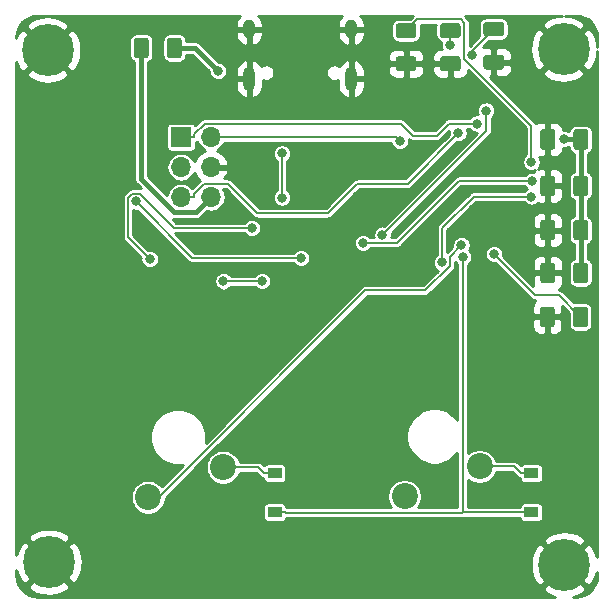
<source format=gbr>
G04 #@! TF.GenerationSoftware,KiCad,Pcbnew,(5.1.4)-1*
G04 #@! TF.CreationDate,2023-02-23T21:20:58+01:00*
G04 #@! TF.ProjectId,pcb,7063622e-6b69-4636-9164-5f7063625858,1.0*
G04 #@! TF.SameCoordinates,Original*
G04 #@! TF.FileFunction,Copper,L2,Bot*
G04 #@! TF.FilePolarity,Positive*
%FSLAX46Y46*%
G04 Gerber Fmt 4.6, Leading zero omitted, Abs format (unit mm)*
G04 Created by KiCad (PCBNEW (5.1.4)-1) date 2023-02-23 21:20:58*
%MOMM*%
%LPD*%
G04 APERTURE LIST*
%ADD10C,0.700000*%
%ADD11C,4.400000*%
%ADD12R,1.700000X1.700000*%
%ADD13O,1.700000X1.700000*%
%ADD14C,0.100000*%
%ADD15C,1.250000*%
%ADD16O,1.000000X1.600000*%
%ADD17O,1.000000X2.100000*%
%ADD18R,1.200000X0.900000*%
%ADD19C,2.200000*%
%ADD20C,0.800000*%
%ADD21C,0.400000*%
%ADD22C,0.150000*%
%ADD23C,0.254000*%
G04 APERTURE END LIST*
D10*
X209510726Y-54332274D03*
X208344000Y-53849000D03*
X207177274Y-54332274D03*
X206694000Y-55499000D03*
X207177274Y-56665726D03*
X208344000Y-57149000D03*
X209510726Y-56665726D03*
X209994000Y-55499000D03*
D11*
X208344000Y-55499000D03*
D12*
X175958000Y-62928500D03*
D13*
X178498000Y-62928500D03*
X175958000Y-65468500D03*
X178498000Y-65468500D03*
X175958000Y-68008500D03*
X178498000Y-68008500D03*
D14*
G36*
X203087504Y-55957704D02*
G01*
X203111773Y-55961304D01*
X203135571Y-55967265D01*
X203158671Y-55975530D01*
X203180849Y-55986020D01*
X203201893Y-55998633D01*
X203221598Y-56013247D01*
X203239777Y-56029723D01*
X203256253Y-56047902D01*
X203270867Y-56067607D01*
X203283480Y-56088651D01*
X203293970Y-56110829D01*
X203302235Y-56133929D01*
X203308196Y-56157727D01*
X203311796Y-56181996D01*
X203313000Y-56206500D01*
X203313000Y-56956500D01*
X203311796Y-56981004D01*
X203308196Y-57005273D01*
X203302235Y-57029071D01*
X203293970Y-57052171D01*
X203283480Y-57074349D01*
X203270867Y-57095393D01*
X203256253Y-57115098D01*
X203239777Y-57133277D01*
X203221598Y-57149753D01*
X203201893Y-57164367D01*
X203180849Y-57176980D01*
X203158671Y-57187470D01*
X203135571Y-57195735D01*
X203111773Y-57201696D01*
X203087504Y-57205296D01*
X203063000Y-57206500D01*
X201813000Y-57206500D01*
X201788496Y-57205296D01*
X201764227Y-57201696D01*
X201740429Y-57195735D01*
X201717329Y-57187470D01*
X201695151Y-57176980D01*
X201674107Y-57164367D01*
X201654402Y-57149753D01*
X201636223Y-57133277D01*
X201619747Y-57115098D01*
X201605133Y-57095393D01*
X201592520Y-57074349D01*
X201582030Y-57052171D01*
X201573765Y-57029071D01*
X201567804Y-57005273D01*
X201564204Y-56981004D01*
X201563000Y-56956500D01*
X201563000Y-56206500D01*
X201564204Y-56181996D01*
X201567804Y-56157727D01*
X201573765Y-56133929D01*
X201582030Y-56110829D01*
X201592520Y-56088651D01*
X201605133Y-56067607D01*
X201619747Y-56047902D01*
X201636223Y-56029723D01*
X201654402Y-56013247D01*
X201674107Y-55998633D01*
X201695151Y-55986020D01*
X201717329Y-55975530D01*
X201740429Y-55967265D01*
X201764227Y-55961304D01*
X201788496Y-55957704D01*
X201813000Y-55956500D01*
X203063000Y-55956500D01*
X203087504Y-55957704D01*
X203087504Y-55957704D01*
G37*
D15*
X202438000Y-56581500D03*
D14*
G36*
X203087504Y-53157704D02*
G01*
X203111773Y-53161304D01*
X203135571Y-53167265D01*
X203158671Y-53175530D01*
X203180849Y-53186020D01*
X203201893Y-53198633D01*
X203221598Y-53213247D01*
X203239777Y-53229723D01*
X203256253Y-53247902D01*
X203270867Y-53267607D01*
X203283480Y-53288651D01*
X203293970Y-53310829D01*
X203302235Y-53333929D01*
X203308196Y-53357727D01*
X203311796Y-53381996D01*
X203313000Y-53406500D01*
X203313000Y-54156500D01*
X203311796Y-54181004D01*
X203308196Y-54205273D01*
X203302235Y-54229071D01*
X203293970Y-54252171D01*
X203283480Y-54274349D01*
X203270867Y-54295393D01*
X203256253Y-54315098D01*
X203239777Y-54333277D01*
X203221598Y-54349753D01*
X203201893Y-54364367D01*
X203180849Y-54376980D01*
X203158671Y-54387470D01*
X203135571Y-54395735D01*
X203111773Y-54401696D01*
X203087504Y-54405296D01*
X203063000Y-54406500D01*
X201813000Y-54406500D01*
X201788496Y-54405296D01*
X201764227Y-54401696D01*
X201740429Y-54395735D01*
X201717329Y-54387470D01*
X201695151Y-54376980D01*
X201674107Y-54364367D01*
X201654402Y-54349753D01*
X201636223Y-54333277D01*
X201619747Y-54315098D01*
X201605133Y-54295393D01*
X201592520Y-54274349D01*
X201582030Y-54252171D01*
X201573765Y-54229071D01*
X201567804Y-54205273D01*
X201564204Y-54181004D01*
X201563000Y-54156500D01*
X201563000Y-53406500D01*
X201564204Y-53381996D01*
X201567804Y-53357727D01*
X201573765Y-53333929D01*
X201582030Y-53310829D01*
X201592520Y-53288651D01*
X201605133Y-53267607D01*
X201619747Y-53247902D01*
X201636223Y-53229723D01*
X201654402Y-53213247D01*
X201674107Y-53198633D01*
X201695151Y-53186020D01*
X201717329Y-53175530D01*
X201740429Y-53167265D01*
X201764227Y-53161304D01*
X201788496Y-53157704D01*
X201813000Y-53156500D01*
X203063000Y-53156500D01*
X203087504Y-53157704D01*
X203087504Y-53157704D01*
G37*
D15*
X202438000Y-53781500D03*
D14*
G36*
X210207504Y-66181704D02*
G01*
X210231773Y-66185304D01*
X210255571Y-66191265D01*
X210278671Y-66199530D01*
X210300849Y-66210020D01*
X210321893Y-66222633D01*
X210341598Y-66237247D01*
X210359777Y-66253723D01*
X210376253Y-66271902D01*
X210390867Y-66291607D01*
X210403480Y-66312651D01*
X210413970Y-66334829D01*
X210422235Y-66357929D01*
X210428196Y-66381727D01*
X210431796Y-66405996D01*
X210433000Y-66430500D01*
X210433000Y-67680500D01*
X210431796Y-67705004D01*
X210428196Y-67729273D01*
X210422235Y-67753071D01*
X210413970Y-67776171D01*
X210403480Y-67798349D01*
X210390867Y-67819393D01*
X210376253Y-67839098D01*
X210359777Y-67857277D01*
X210341598Y-67873753D01*
X210321893Y-67888367D01*
X210300849Y-67900980D01*
X210278671Y-67911470D01*
X210255571Y-67919735D01*
X210231773Y-67925696D01*
X210207504Y-67929296D01*
X210183000Y-67930500D01*
X209433000Y-67930500D01*
X209408496Y-67929296D01*
X209384227Y-67925696D01*
X209360429Y-67919735D01*
X209337329Y-67911470D01*
X209315151Y-67900980D01*
X209294107Y-67888367D01*
X209274402Y-67873753D01*
X209256223Y-67857277D01*
X209239747Y-67839098D01*
X209225133Y-67819393D01*
X209212520Y-67798349D01*
X209202030Y-67776171D01*
X209193765Y-67753071D01*
X209187804Y-67729273D01*
X209184204Y-67705004D01*
X209183000Y-67680500D01*
X209183000Y-66430500D01*
X209184204Y-66405996D01*
X209187804Y-66381727D01*
X209193765Y-66357929D01*
X209202030Y-66334829D01*
X209212520Y-66312651D01*
X209225133Y-66291607D01*
X209239747Y-66271902D01*
X209256223Y-66253723D01*
X209274402Y-66237247D01*
X209294107Y-66222633D01*
X209315151Y-66210020D01*
X209337329Y-66199530D01*
X209360429Y-66191265D01*
X209384227Y-66185304D01*
X209408496Y-66181704D01*
X209433000Y-66180500D01*
X210183000Y-66180500D01*
X210207504Y-66181704D01*
X210207504Y-66181704D01*
G37*
D15*
X209808000Y-67055500D03*
D14*
G36*
X207407504Y-66181704D02*
G01*
X207431773Y-66185304D01*
X207455571Y-66191265D01*
X207478671Y-66199530D01*
X207500849Y-66210020D01*
X207521893Y-66222633D01*
X207541598Y-66237247D01*
X207559777Y-66253723D01*
X207576253Y-66271902D01*
X207590867Y-66291607D01*
X207603480Y-66312651D01*
X207613970Y-66334829D01*
X207622235Y-66357929D01*
X207628196Y-66381727D01*
X207631796Y-66405996D01*
X207633000Y-66430500D01*
X207633000Y-67680500D01*
X207631796Y-67705004D01*
X207628196Y-67729273D01*
X207622235Y-67753071D01*
X207613970Y-67776171D01*
X207603480Y-67798349D01*
X207590867Y-67819393D01*
X207576253Y-67839098D01*
X207559777Y-67857277D01*
X207541598Y-67873753D01*
X207521893Y-67888367D01*
X207500849Y-67900980D01*
X207478671Y-67911470D01*
X207455571Y-67919735D01*
X207431773Y-67925696D01*
X207407504Y-67929296D01*
X207383000Y-67930500D01*
X206633000Y-67930500D01*
X206608496Y-67929296D01*
X206584227Y-67925696D01*
X206560429Y-67919735D01*
X206537329Y-67911470D01*
X206515151Y-67900980D01*
X206494107Y-67888367D01*
X206474402Y-67873753D01*
X206456223Y-67857277D01*
X206439747Y-67839098D01*
X206425133Y-67819393D01*
X206412520Y-67798349D01*
X206402030Y-67776171D01*
X206393765Y-67753071D01*
X206387804Y-67729273D01*
X206384204Y-67705004D01*
X206383000Y-67680500D01*
X206383000Y-66430500D01*
X206384204Y-66405996D01*
X206387804Y-66381727D01*
X206393765Y-66357929D01*
X206402030Y-66334829D01*
X206412520Y-66312651D01*
X206425133Y-66291607D01*
X206439747Y-66271902D01*
X206456223Y-66253723D01*
X206474402Y-66237247D01*
X206494107Y-66222633D01*
X206515151Y-66210020D01*
X206537329Y-66199530D01*
X206560429Y-66191265D01*
X206584227Y-66185304D01*
X206608496Y-66181704D01*
X206633000Y-66180500D01*
X207383000Y-66180500D01*
X207407504Y-66181704D01*
X207407504Y-66181704D01*
G37*
D15*
X207008000Y-67055500D03*
D14*
G36*
X195657504Y-53284704D02*
G01*
X195681773Y-53288304D01*
X195705571Y-53294265D01*
X195728671Y-53302530D01*
X195750849Y-53313020D01*
X195771893Y-53325633D01*
X195791598Y-53340247D01*
X195809777Y-53356723D01*
X195826253Y-53374902D01*
X195840867Y-53394607D01*
X195853480Y-53415651D01*
X195863970Y-53437829D01*
X195872235Y-53460929D01*
X195878196Y-53484727D01*
X195881796Y-53508996D01*
X195883000Y-53533500D01*
X195883000Y-54283500D01*
X195881796Y-54308004D01*
X195878196Y-54332273D01*
X195872235Y-54356071D01*
X195863970Y-54379171D01*
X195853480Y-54401349D01*
X195840867Y-54422393D01*
X195826253Y-54442098D01*
X195809777Y-54460277D01*
X195791598Y-54476753D01*
X195771893Y-54491367D01*
X195750849Y-54503980D01*
X195728671Y-54514470D01*
X195705571Y-54522735D01*
X195681773Y-54528696D01*
X195657504Y-54532296D01*
X195633000Y-54533500D01*
X194383000Y-54533500D01*
X194358496Y-54532296D01*
X194334227Y-54528696D01*
X194310429Y-54522735D01*
X194287329Y-54514470D01*
X194265151Y-54503980D01*
X194244107Y-54491367D01*
X194224402Y-54476753D01*
X194206223Y-54460277D01*
X194189747Y-54442098D01*
X194175133Y-54422393D01*
X194162520Y-54401349D01*
X194152030Y-54379171D01*
X194143765Y-54356071D01*
X194137804Y-54332273D01*
X194134204Y-54308004D01*
X194133000Y-54283500D01*
X194133000Y-53533500D01*
X194134204Y-53508996D01*
X194137804Y-53484727D01*
X194143765Y-53460929D01*
X194152030Y-53437829D01*
X194162520Y-53415651D01*
X194175133Y-53394607D01*
X194189747Y-53374902D01*
X194206223Y-53356723D01*
X194224402Y-53340247D01*
X194244107Y-53325633D01*
X194265151Y-53313020D01*
X194287329Y-53302530D01*
X194310429Y-53294265D01*
X194334227Y-53288304D01*
X194358496Y-53284704D01*
X194383000Y-53283500D01*
X195633000Y-53283500D01*
X195657504Y-53284704D01*
X195657504Y-53284704D01*
G37*
D15*
X195008000Y-53908500D03*
D14*
G36*
X195657504Y-56084704D02*
G01*
X195681773Y-56088304D01*
X195705571Y-56094265D01*
X195728671Y-56102530D01*
X195750849Y-56113020D01*
X195771893Y-56125633D01*
X195791598Y-56140247D01*
X195809777Y-56156723D01*
X195826253Y-56174902D01*
X195840867Y-56194607D01*
X195853480Y-56215651D01*
X195863970Y-56237829D01*
X195872235Y-56260929D01*
X195878196Y-56284727D01*
X195881796Y-56308996D01*
X195883000Y-56333500D01*
X195883000Y-57083500D01*
X195881796Y-57108004D01*
X195878196Y-57132273D01*
X195872235Y-57156071D01*
X195863970Y-57179171D01*
X195853480Y-57201349D01*
X195840867Y-57222393D01*
X195826253Y-57242098D01*
X195809777Y-57260277D01*
X195791598Y-57276753D01*
X195771893Y-57291367D01*
X195750849Y-57303980D01*
X195728671Y-57314470D01*
X195705571Y-57322735D01*
X195681773Y-57328696D01*
X195657504Y-57332296D01*
X195633000Y-57333500D01*
X194383000Y-57333500D01*
X194358496Y-57332296D01*
X194334227Y-57328696D01*
X194310429Y-57322735D01*
X194287329Y-57314470D01*
X194265151Y-57303980D01*
X194244107Y-57291367D01*
X194224402Y-57276753D01*
X194206223Y-57260277D01*
X194189747Y-57242098D01*
X194175133Y-57222393D01*
X194162520Y-57201349D01*
X194152030Y-57179171D01*
X194143765Y-57156071D01*
X194137804Y-57132273D01*
X194134204Y-57108004D01*
X194133000Y-57083500D01*
X194133000Y-56333500D01*
X194134204Y-56308996D01*
X194137804Y-56284727D01*
X194143765Y-56260929D01*
X194152030Y-56237829D01*
X194162520Y-56215651D01*
X194175133Y-56194607D01*
X194189747Y-56174902D01*
X194206223Y-56156723D01*
X194224402Y-56140247D01*
X194244107Y-56125633D01*
X194265151Y-56113020D01*
X194287329Y-56102530D01*
X194310429Y-56094265D01*
X194334227Y-56088304D01*
X194358496Y-56084704D01*
X194383000Y-56083500D01*
X195633000Y-56083500D01*
X195657504Y-56084704D01*
X195657504Y-56084704D01*
G37*
D15*
X195008000Y-56708500D03*
D14*
G36*
X207407504Y-69928704D02*
G01*
X207431773Y-69932304D01*
X207455571Y-69938265D01*
X207478671Y-69946530D01*
X207500849Y-69957020D01*
X207521893Y-69969633D01*
X207541598Y-69984247D01*
X207559777Y-70000723D01*
X207576253Y-70018902D01*
X207590867Y-70038607D01*
X207603480Y-70059651D01*
X207613970Y-70081829D01*
X207622235Y-70104929D01*
X207628196Y-70128727D01*
X207631796Y-70152996D01*
X207633000Y-70177500D01*
X207633000Y-71427500D01*
X207631796Y-71452004D01*
X207628196Y-71476273D01*
X207622235Y-71500071D01*
X207613970Y-71523171D01*
X207603480Y-71545349D01*
X207590867Y-71566393D01*
X207576253Y-71586098D01*
X207559777Y-71604277D01*
X207541598Y-71620753D01*
X207521893Y-71635367D01*
X207500849Y-71647980D01*
X207478671Y-71658470D01*
X207455571Y-71666735D01*
X207431773Y-71672696D01*
X207407504Y-71676296D01*
X207383000Y-71677500D01*
X206633000Y-71677500D01*
X206608496Y-71676296D01*
X206584227Y-71672696D01*
X206560429Y-71666735D01*
X206537329Y-71658470D01*
X206515151Y-71647980D01*
X206494107Y-71635367D01*
X206474402Y-71620753D01*
X206456223Y-71604277D01*
X206439747Y-71586098D01*
X206425133Y-71566393D01*
X206412520Y-71545349D01*
X206402030Y-71523171D01*
X206393765Y-71500071D01*
X206387804Y-71476273D01*
X206384204Y-71452004D01*
X206383000Y-71427500D01*
X206383000Y-70177500D01*
X206384204Y-70152996D01*
X206387804Y-70128727D01*
X206393765Y-70104929D01*
X206402030Y-70081829D01*
X206412520Y-70059651D01*
X206425133Y-70038607D01*
X206439747Y-70018902D01*
X206456223Y-70000723D01*
X206474402Y-69984247D01*
X206494107Y-69969633D01*
X206515151Y-69957020D01*
X206537329Y-69946530D01*
X206560429Y-69938265D01*
X206584227Y-69932304D01*
X206608496Y-69928704D01*
X206633000Y-69927500D01*
X207383000Y-69927500D01*
X207407504Y-69928704D01*
X207407504Y-69928704D01*
G37*
D15*
X207008000Y-70802500D03*
D14*
G36*
X210207504Y-69928704D02*
G01*
X210231773Y-69932304D01*
X210255571Y-69938265D01*
X210278671Y-69946530D01*
X210300849Y-69957020D01*
X210321893Y-69969633D01*
X210341598Y-69984247D01*
X210359777Y-70000723D01*
X210376253Y-70018902D01*
X210390867Y-70038607D01*
X210403480Y-70059651D01*
X210413970Y-70081829D01*
X210422235Y-70104929D01*
X210428196Y-70128727D01*
X210431796Y-70152996D01*
X210433000Y-70177500D01*
X210433000Y-71427500D01*
X210431796Y-71452004D01*
X210428196Y-71476273D01*
X210422235Y-71500071D01*
X210413970Y-71523171D01*
X210403480Y-71545349D01*
X210390867Y-71566393D01*
X210376253Y-71586098D01*
X210359777Y-71604277D01*
X210341598Y-71620753D01*
X210321893Y-71635367D01*
X210300849Y-71647980D01*
X210278671Y-71658470D01*
X210255571Y-71666735D01*
X210231773Y-71672696D01*
X210207504Y-71676296D01*
X210183000Y-71677500D01*
X209433000Y-71677500D01*
X209408496Y-71676296D01*
X209384227Y-71672696D01*
X209360429Y-71666735D01*
X209337329Y-71658470D01*
X209315151Y-71647980D01*
X209294107Y-71635367D01*
X209274402Y-71620753D01*
X209256223Y-71604277D01*
X209239747Y-71586098D01*
X209225133Y-71566393D01*
X209212520Y-71545349D01*
X209202030Y-71523171D01*
X209193765Y-71500071D01*
X209187804Y-71476273D01*
X209184204Y-71452004D01*
X209183000Y-71427500D01*
X209183000Y-70177500D01*
X209184204Y-70152996D01*
X209187804Y-70128727D01*
X209193765Y-70104929D01*
X209202030Y-70081829D01*
X209212520Y-70059651D01*
X209225133Y-70038607D01*
X209239747Y-70018902D01*
X209256223Y-70000723D01*
X209274402Y-69984247D01*
X209294107Y-69969633D01*
X209315151Y-69957020D01*
X209337329Y-69946530D01*
X209360429Y-69938265D01*
X209384227Y-69932304D01*
X209408496Y-69928704D01*
X209433000Y-69927500D01*
X210183000Y-69927500D01*
X210207504Y-69928704D01*
X210207504Y-69928704D01*
G37*
D15*
X209808000Y-70802500D03*
D16*
X181735000Y-53814000D03*
X190375000Y-53814000D03*
D17*
X190375000Y-57994000D03*
X181735000Y-57994000D03*
D14*
G36*
X175789504Y-54498204D02*
G01*
X175813773Y-54501804D01*
X175837571Y-54507765D01*
X175860671Y-54516030D01*
X175882849Y-54526520D01*
X175903893Y-54539133D01*
X175923598Y-54553747D01*
X175941777Y-54570223D01*
X175958253Y-54588402D01*
X175972867Y-54608107D01*
X175985480Y-54629151D01*
X175995970Y-54651329D01*
X176004235Y-54674429D01*
X176010196Y-54698227D01*
X176013796Y-54722496D01*
X176015000Y-54747000D01*
X176015000Y-55997000D01*
X176013796Y-56021504D01*
X176010196Y-56045773D01*
X176004235Y-56069571D01*
X175995970Y-56092671D01*
X175985480Y-56114849D01*
X175972867Y-56135893D01*
X175958253Y-56155598D01*
X175941777Y-56173777D01*
X175923598Y-56190253D01*
X175903893Y-56204867D01*
X175882849Y-56217480D01*
X175860671Y-56227970D01*
X175837571Y-56236235D01*
X175813773Y-56242196D01*
X175789504Y-56245796D01*
X175765000Y-56247000D01*
X175015000Y-56247000D01*
X174990496Y-56245796D01*
X174966227Y-56242196D01*
X174942429Y-56236235D01*
X174919329Y-56227970D01*
X174897151Y-56217480D01*
X174876107Y-56204867D01*
X174856402Y-56190253D01*
X174838223Y-56173777D01*
X174821747Y-56155598D01*
X174807133Y-56135893D01*
X174794520Y-56114849D01*
X174784030Y-56092671D01*
X174775765Y-56069571D01*
X174769804Y-56045773D01*
X174766204Y-56021504D01*
X174765000Y-55997000D01*
X174765000Y-54747000D01*
X174766204Y-54722496D01*
X174769804Y-54698227D01*
X174775765Y-54674429D01*
X174784030Y-54651329D01*
X174794520Y-54629151D01*
X174807133Y-54608107D01*
X174821747Y-54588402D01*
X174838223Y-54570223D01*
X174856402Y-54553747D01*
X174876107Y-54539133D01*
X174897151Y-54526520D01*
X174919329Y-54516030D01*
X174942429Y-54507765D01*
X174966227Y-54501804D01*
X174990496Y-54498204D01*
X175015000Y-54497000D01*
X175765000Y-54497000D01*
X175789504Y-54498204D01*
X175789504Y-54498204D01*
G37*
D15*
X175390000Y-55372000D03*
D14*
G36*
X172989504Y-54498204D02*
G01*
X173013773Y-54501804D01*
X173037571Y-54507765D01*
X173060671Y-54516030D01*
X173082849Y-54526520D01*
X173103893Y-54539133D01*
X173123598Y-54553747D01*
X173141777Y-54570223D01*
X173158253Y-54588402D01*
X173172867Y-54608107D01*
X173185480Y-54629151D01*
X173195970Y-54651329D01*
X173204235Y-54674429D01*
X173210196Y-54698227D01*
X173213796Y-54722496D01*
X173215000Y-54747000D01*
X173215000Y-55997000D01*
X173213796Y-56021504D01*
X173210196Y-56045773D01*
X173204235Y-56069571D01*
X173195970Y-56092671D01*
X173185480Y-56114849D01*
X173172867Y-56135893D01*
X173158253Y-56155598D01*
X173141777Y-56173777D01*
X173123598Y-56190253D01*
X173103893Y-56204867D01*
X173082849Y-56217480D01*
X173060671Y-56227970D01*
X173037571Y-56236235D01*
X173013773Y-56242196D01*
X172989504Y-56245796D01*
X172965000Y-56247000D01*
X172215000Y-56247000D01*
X172190496Y-56245796D01*
X172166227Y-56242196D01*
X172142429Y-56236235D01*
X172119329Y-56227970D01*
X172097151Y-56217480D01*
X172076107Y-56204867D01*
X172056402Y-56190253D01*
X172038223Y-56173777D01*
X172021747Y-56155598D01*
X172007133Y-56135893D01*
X171994520Y-56114849D01*
X171984030Y-56092671D01*
X171975765Y-56069571D01*
X171969804Y-56045773D01*
X171966204Y-56021504D01*
X171965000Y-55997000D01*
X171965000Y-54747000D01*
X171966204Y-54722496D01*
X171969804Y-54698227D01*
X171975765Y-54674429D01*
X171984030Y-54651329D01*
X171994520Y-54629151D01*
X172007133Y-54608107D01*
X172021747Y-54588402D01*
X172038223Y-54570223D01*
X172056402Y-54553747D01*
X172076107Y-54539133D01*
X172097151Y-54526520D01*
X172119329Y-54516030D01*
X172142429Y-54507765D01*
X172166227Y-54501804D01*
X172190496Y-54498204D01*
X172215000Y-54497000D01*
X172965000Y-54497000D01*
X172989504Y-54498204D01*
X172989504Y-54498204D01*
G37*
D15*
X172590000Y-55372000D03*
D18*
X183896000Y-91377500D03*
X183896000Y-94677500D03*
D14*
G36*
X207407504Y-73547704D02*
G01*
X207431773Y-73551304D01*
X207455571Y-73557265D01*
X207478671Y-73565530D01*
X207500849Y-73576020D01*
X207521893Y-73588633D01*
X207541598Y-73603247D01*
X207559777Y-73619723D01*
X207576253Y-73637902D01*
X207590867Y-73657607D01*
X207603480Y-73678651D01*
X207613970Y-73700829D01*
X207622235Y-73723929D01*
X207628196Y-73747727D01*
X207631796Y-73771996D01*
X207633000Y-73796500D01*
X207633000Y-75046500D01*
X207631796Y-75071004D01*
X207628196Y-75095273D01*
X207622235Y-75119071D01*
X207613970Y-75142171D01*
X207603480Y-75164349D01*
X207590867Y-75185393D01*
X207576253Y-75205098D01*
X207559777Y-75223277D01*
X207541598Y-75239753D01*
X207521893Y-75254367D01*
X207500849Y-75266980D01*
X207478671Y-75277470D01*
X207455571Y-75285735D01*
X207431773Y-75291696D01*
X207407504Y-75295296D01*
X207383000Y-75296500D01*
X206633000Y-75296500D01*
X206608496Y-75295296D01*
X206584227Y-75291696D01*
X206560429Y-75285735D01*
X206537329Y-75277470D01*
X206515151Y-75266980D01*
X206494107Y-75254367D01*
X206474402Y-75239753D01*
X206456223Y-75223277D01*
X206439747Y-75205098D01*
X206425133Y-75185393D01*
X206412520Y-75164349D01*
X206402030Y-75142171D01*
X206393765Y-75119071D01*
X206387804Y-75095273D01*
X206384204Y-75071004D01*
X206383000Y-75046500D01*
X206383000Y-73796500D01*
X206384204Y-73771996D01*
X206387804Y-73747727D01*
X206393765Y-73723929D01*
X206402030Y-73700829D01*
X206412520Y-73678651D01*
X206425133Y-73657607D01*
X206439747Y-73637902D01*
X206456223Y-73619723D01*
X206474402Y-73603247D01*
X206494107Y-73588633D01*
X206515151Y-73576020D01*
X206537329Y-73565530D01*
X206560429Y-73557265D01*
X206584227Y-73551304D01*
X206608496Y-73547704D01*
X206633000Y-73546500D01*
X207383000Y-73546500D01*
X207407504Y-73547704D01*
X207407504Y-73547704D01*
G37*
D15*
X207008000Y-74421500D03*
D14*
G36*
X210207504Y-73547704D02*
G01*
X210231773Y-73551304D01*
X210255571Y-73557265D01*
X210278671Y-73565530D01*
X210300849Y-73576020D01*
X210321893Y-73588633D01*
X210341598Y-73603247D01*
X210359777Y-73619723D01*
X210376253Y-73637902D01*
X210390867Y-73657607D01*
X210403480Y-73678651D01*
X210413970Y-73700829D01*
X210422235Y-73723929D01*
X210428196Y-73747727D01*
X210431796Y-73771996D01*
X210433000Y-73796500D01*
X210433000Y-75046500D01*
X210431796Y-75071004D01*
X210428196Y-75095273D01*
X210422235Y-75119071D01*
X210413970Y-75142171D01*
X210403480Y-75164349D01*
X210390867Y-75185393D01*
X210376253Y-75205098D01*
X210359777Y-75223277D01*
X210341598Y-75239753D01*
X210321893Y-75254367D01*
X210300849Y-75266980D01*
X210278671Y-75277470D01*
X210255571Y-75285735D01*
X210231773Y-75291696D01*
X210207504Y-75295296D01*
X210183000Y-75296500D01*
X209433000Y-75296500D01*
X209408496Y-75295296D01*
X209384227Y-75291696D01*
X209360429Y-75285735D01*
X209337329Y-75277470D01*
X209315151Y-75266980D01*
X209294107Y-75254367D01*
X209274402Y-75239753D01*
X209256223Y-75223277D01*
X209239747Y-75205098D01*
X209225133Y-75185393D01*
X209212520Y-75164349D01*
X209202030Y-75142171D01*
X209193765Y-75119071D01*
X209187804Y-75095273D01*
X209184204Y-75071004D01*
X209183000Y-75046500D01*
X209183000Y-73796500D01*
X209184204Y-73771996D01*
X209187804Y-73747727D01*
X209193765Y-73723929D01*
X209202030Y-73700829D01*
X209212520Y-73678651D01*
X209225133Y-73657607D01*
X209239747Y-73637902D01*
X209256223Y-73619723D01*
X209274402Y-73603247D01*
X209294107Y-73588633D01*
X209315151Y-73576020D01*
X209337329Y-73565530D01*
X209360429Y-73557265D01*
X209384227Y-73551304D01*
X209408496Y-73547704D01*
X209433000Y-73546500D01*
X210183000Y-73546500D01*
X210207504Y-73547704D01*
X210207504Y-73547704D01*
G37*
D15*
X209808000Y-74421500D03*
D14*
G36*
X210207504Y-62245204D02*
G01*
X210231773Y-62248804D01*
X210255571Y-62254765D01*
X210278671Y-62263030D01*
X210300849Y-62273520D01*
X210321893Y-62286133D01*
X210341598Y-62300747D01*
X210359777Y-62317223D01*
X210376253Y-62335402D01*
X210390867Y-62355107D01*
X210403480Y-62376151D01*
X210413970Y-62398329D01*
X210422235Y-62421429D01*
X210428196Y-62445227D01*
X210431796Y-62469496D01*
X210433000Y-62494000D01*
X210433000Y-63744000D01*
X210431796Y-63768504D01*
X210428196Y-63792773D01*
X210422235Y-63816571D01*
X210413970Y-63839671D01*
X210403480Y-63861849D01*
X210390867Y-63882893D01*
X210376253Y-63902598D01*
X210359777Y-63920777D01*
X210341598Y-63937253D01*
X210321893Y-63951867D01*
X210300849Y-63964480D01*
X210278671Y-63974970D01*
X210255571Y-63983235D01*
X210231773Y-63989196D01*
X210207504Y-63992796D01*
X210183000Y-63994000D01*
X209433000Y-63994000D01*
X209408496Y-63992796D01*
X209384227Y-63989196D01*
X209360429Y-63983235D01*
X209337329Y-63974970D01*
X209315151Y-63964480D01*
X209294107Y-63951867D01*
X209274402Y-63937253D01*
X209256223Y-63920777D01*
X209239747Y-63902598D01*
X209225133Y-63882893D01*
X209212520Y-63861849D01*
X209202030Y-63839671D01*
X209193765Y-63816571D01*
X209187804Y-63792773D01*
X209184204Y-63768504D01*
X209183000Y-63744000D01*
X209183000Y-62494000D01*
X209184204Y-62469496D01*
X209187804Y-62445227D01*
X209193765Y-62421429D01*
X209202030Y-62398329D01*
X209212520Y-62376151D01*
X209225133Y-62355107D01*
X209239747Y-62335402D01*
X209256223Y-62317223D01*
X209274402Y-62300747D01*
X209294107Y-62286133D01*
X209315151Y-62273520D01*
X209337329Y-62263030D01*
X209360429Y-62254765D01*
X209384227Y-62248804D01*
X209408496Y-62245204D01*
X209433000Y-62244000D01*
X210183000Y-62244000D01*
X210207504Y-62245204D01*
X210207504Y-62245204D01*
G37*
D15*
X209808000Y-63119000D03*
D14*
G36*
X207407504Y-62245204D02*
G01*
X207431773Y-62248804D01*
X207455571Y-62254765D01*
X207478671Y-62263030D01*
X207500849Y-62273520D01*
X207521893Y-62286133D01*
X207541598Y-62300747D01*
X207559777Y-62317223D01*
X207576253Y-62335402D01*
X207590867Y-62355107D01*
X207603480Y-62376151D01*
X207613970Y-62398329D01*
X207622235Y-62421429D01*
X207628196Y-62445227D01*
X207631796Y-62469496D01*
X207633000Y-62494000D01*
X207633000Y-63744000D01*
X207631796Y-63768504D01*
X207628196Y-63792773D01*
X207622235Y-63816571D01*
X207613970Y-63839671D01*
X207603480Y-63861849D01*
X207590867Y-63882893D01*
X207576253Y-63902598D01*
X207559777Y-63920777D01*
X207541598Y-63937253D01*
X207521893Y-63951867D01*
X207500849Y-63964480D01*
X207478671Y-63974970D01*
X207455571Y-63983235D01*
X207431773Y-63989196D01*
X207407504Y-63992796D01*
X207383000Y-63994000D01*
X206633000Y-63994000D01*
X206608496Y-63992796D01*
X206584227Y-63989196D01*
X206560429Y-63983235D01*
X206537329Y-63974970D01*
X206515151Y-63964480D01*
X206494107Y-63951867D01*
X206474402Y-63937253D01*
X206456223Y-63920777D01*
X206439747Y-63902598D01*
X206425133Y-63882893D01*
X206412520Y-63861849D01*
X206402030Y-63839671D01*
X206393765Y-63816571D01*
X206387804Y-63792773D01*
X206384204Y-63768504D01*
X206383000Y-63744000D01*
X206383000Y-62494000D01*
X206384204Y-62469496D01*
X206387804Y-62445227D01*
X206393765Y-62421429D01*
X206402030Y-62398329D01*
X206412520Y-62376151D01*
X206425133Y-62355107D01*
X206439747Y-62335402D01*
X206456223Y-62317223D01*
X206474402Y-62300747D01*
X206494107Y-62286133D01*
X206515151Y-62273520D01*
X206537329Y-62263030D01*
X206560429Y-62254765D01*
X206584227Y-62248804D01*
X206608496Y-62245204D01*
X206633000Y-62244000D01*
X207383000Y-62244000D01*
X207407504Y-62245204D01*
X207407504Y-62245204D01*
G37*
D15*
X207008000Y-63119000D03*
D14*
G36*
X199403504Y-53284704D02*
G01*
X199427773Y-53288304D01*
X199451571Y-53294265D01*
X199474671Y-53302530D01*
X199496849Y-53313020D01*
X199517893Y-53325633D01*
X199537598Y-53340247D01*
X199555777Y-53356723D01*
X199572253Y-53374902D01*
X199586867Y-53394607D01*
X199599480Y-53415651D01*
X199609970Y-53437829D01*
X199618235Y-53460929D01*
X199624196Y-53484727D01*
X199627796Y-53508996D01*
X199629000Y-53533500D01*
X199629000Y-54283500D01*
X199627796Y-54308004D01*
X199624196Y-54332273D01*
X199618235Y-54356071D01*
X199609970Y-54379171D01*
X199599480Y-54401349D01*
X199586867Y-54422393D01*
X199572253Y-54442098D01*
X199555777Y-54460277D01*
X199537598Y-54476753D01*
X199517893Y-54491367D01*
X199496849Y-54503980D01*
X199474671Y-54514470D01*
X199451571Y-54522735D01*
X199427773Y-54528696D01*
X199403504Y-54532296D01*
X199379000Y-54533500D01*
X198129000Y-54533500D01*
X198104496Y-54532296D01*
X198080227Y-54528696D01*
X198056429Y-54522735D01*
X198033329Y-54514470D01*
X198011151Y-54503980D01*
X197990107Y-54491367D01*
X197970402Y-54476753D01*
X197952223Y-54460277D01*
X197935747Y-54442098D01*
X197921133Y-54422393D01*
X197908520Y-54401349D01*
X197898030Y-54379171D01*
X197889765Y-54356071D01*
X197883804Y-54332273D01*
X197880204Y-54308004D01*
X197879000Y-54283500D01*
X197879000Y-53533500D01*
X197880204Y-53508996D01*
X197883804Y-53484727D01*
X197889765Y-53460929D01*
X197898030Y-53437829D01*
X197908520Y-53415651D01*
X197921133Y-53394607D01*
X197935747Y-53374902D01*
X197952223Y-53356723D01*
X197970402Y-53340247D01*
X197990107Y-53325633D01*
X198011151Y-53313020D01*
X198033329Y-53302530D01*
X198056429Y-53294265D01*
X198080227Y-53288304D01*
X198104496Y-53284704D01*
X198129000Y-53283500D01*
X199379000Y-53283500D01*
X199403504Y-53284704D01*
X199403504Y-53284704D01*
G37*
D15*
X198754000Y-53908500D03*
D14*
G36*
X199403504Y-56084704D02*
G01*
X199427773Y-56088304D01*
X199451571Y-56094265D01*
X199474671Y-56102530D01*
X199496849Y-56113020D01*
X199517893Y-56125633D01*
X199537598Y-56140247D01*
X199555777Y-56156723D01*
X199572253Y-56174902D01*
X199586867Y-56194607D01*
X199599480Y-56215651D01*
X199609970Y-56237829D01*
X199618235Y-56260929D01*
X199624196Y-56284727D01*
X199627796Y-56308996D01*
X199629000Y-56333500D01*
X199629000Y-57083500D01*
X199627796Y-57108004D01*
X199624196Y-57132273D01*
X199618235Y-57156071D01*
X199609970Y-57179171D01*
X199599480Y-57201349D01*
X199586867Y-57222393D01*
X199572253Y-57242098D01*
X199555777Y-57260277D01*
X199537598Y-57276753D01*
X199517893Y-57291367D01*
X199496849Y-57303980D01*
X199474671Y-57314470D01*
X199451571Y-57322735D01*
X199427773Y-57328696D01*
X199403504Y-57332296D01*
X199379000Y-57333500D01*
X198129000Y-57333500D01*
X198104496Y-57332296D01*
X198080227Y-57328696D01*
X198056429Y-57322735D01*
X198033329Y-57314470D01*
X198011151Y-57303980D01*
X197990107Y-57291367D01*
X197970402Y-57276753D01*
X197952223Y-57260277D01*
X197935747Y-57242098D01*
X197921133Y-57222393D01*
X197908520Y-57201349D01*
X197898030Y-57179171D01*
X197889765Y-57156071D01*
X197883804Y-57132273D01*
X197880204Y-57108004D01*
X197879000Y-57083500D01*
X197879000Y-56333500D01*
X197880204Y-56308996D01*
X197883804Y-56284727D01*
X197889765Y-56260929D01*
X197898030Y-56237829D01*
X197908520Y-56215651D01*
X197921133Y-56194607D01*
X197935747Y-56174902D01*
X197952223Y-56156723D01*
X197970402Y-56140247D01*
X197990107Y-56125633D01*
X198011151Y-56113020D01*
X198033329Y-56102530D01*
X198056429Y-56094265D01*
X198080227Y-56088304D01*
X198104496Y-56084704D01*
X198129000Y-56083500D01*
X199379000Y-56083500D01*
X199403504Y-56084704D01*
X199403504Y-56084704D01*
G37*
D15*
X198754000Y-56708500D03*
D14*
G36*
X210171504Y-77269704D02*
G01*
X210195773Y-77273304D01*
X210219571Y-77279265D01*
X210242671Y-77287530D01*
X210264849Y-77298020D01*
X210285893Y-77310633D01*
X210305598Y-77325247D01*
X210323777Y-77341723D01*
X210340253Y-77359902D01*
X210354867Y-77379607D01*
X210367480Y-77400651D01*
X210377970Y-77422829D01*
X210386235Y-77445929D01*
X210392196Y-77469727D01*
X210395796Y-77493996D01*
X210397000Y-77518500D01*
X210397000Y-78768500D01*
X210395796Y-78793004D01*
X210392196Y-78817273D01*
X210386235Y-78841071D01*
X210377970Y-78864171D01*
X210367480Y-78886349D01*
X210354867Y-78907393D01*
X210340253Y-78927098D01*
X210323777Y-78945277D01*
X210305598Y-78961753D01*
X210285893Y-78976367D01*
X210264849Y-78988980D01*
X210242671Y-78999470D01*
X210219571Y-79007735D01*
X210195773Y-79013696D01*
X210171504Y-79017296D01*
X210147000Y-79018500D01*
X209397000Y-79018500D01*
X209372496Y-79017296D01*
X209348227Y-79013696D01*
X209324429Y-79007735D01*
X209301329Y-78999470D01*
X209279151Y-78988980D01*
X209258107Y-78976367D01*
X209238402Y-78961753D01*
X209220223Y-78945277D01*
X209203747Y-78927098D01*
X209189133Y-78907393D01*
X209176520Y-78886349D01*
X209166030Y-78864171D01*
X209157765Y-78841071D01*
X209151804Y-78817273D01*
X209148204Y-78793004D01*
X209147000Y-78768500D01*
X209147000Y-77518500D01*
X209148204Y-77493996D01*
X209151804Y-77469727D01*
X209157765Y-77445929D01*
X209166030Y-77422829D01*
X209176520Y-77400651D01*
X209189133Y-77379607D01*
X209203747Y-77359902D01*
X209220223Y-77341723D01*
X209238402Y-77325247D01*
X209258107Y-77310633D01*
X209279151Y-77298020D01*
X209301329Y-77287530D01*
X209324429Y-77279265D01*
X209348227Y-77273304D01*
X209372496Y-77269704D01*
X209397000Y-77268500D01*
X210147000Y-77268500D01*
X210171504Y-77269704D01*
X210171504Y-77269704D01*
G37*
D15*
X209772000Y-78143500D03*
D14*
G36*
X207371504Y-77269704D02*
G01*
X207395773Y-77273304D01*
X207419571Y-77279265D01*
X207442671Y-77287530D01*
X207464849Y-77298020D01*
X207485893Y-77310633D01*
X207505598Y-77325247D01*
X207523777Y-77341723D01*
X207540253Y-77359902D01*
X207554867Y-77379607D01*
X207567480Y-77400651D01*
X207577970Y-77422829D01*
X207586235Y-77445929D01*
X207592196Y-77469727D01*
X207595796Y-77493996D01*
X207597000Y-77518500D01*
X207597000Y-78768500D01*
X207595796Y-78793004D01*
X207592196Y-78817273D01*
X207586235Y-78841071D01*
X207577970Y-78864171D01*
X207567480Y-78886349D01*
X207554867Y-78907393D01*
X207540253Y-78927098D01*
X207523777Y-78945277D01*
X207505598Y-78961753D01*
X207485893Y-78976367D01*
X207464849Y-78988980D01*
X207442671Y-78999470D01*
X207419571Y-79007735D01*
X207395773Y-79013696D01*
X207371504Y-79017296D01*
X207347000Y-79018500D01*
X206597000Y-79018500D01*
X206572496Y-79017296D01*
X206548227Y-79013696D01*
X206524429Y-79007735D01*
X206501329Y-78999470D01*
X206479151Y-78988980D01*
X206458107Y-78976367D01*
X206438402Y-78961753D01*
X206420223Y-78945277D01*
X206403747Y-78927098D01*
X206389133Y-78907393D01*
X206376520Y-78886349D01*
X206366030Y-78864171D01*
X206357765Y-78841071D01*
X206351804Y-78817273D01*
X206348204Y-78793004D01*
X206347000Y-78768500D01*
X206347000Y-77518500D01*
X206348204Y-77493996D01*
X206351804Y-77469727D01*
X206357765Y-77445929D01*
X206366030Y-77422829D01*
X206376520Y-77400651D01*
X206389133Y-77379607D01*
X206403747Y-77359902D01*
X206420223Y-77341723D01*
X206438402Y-77325247D01*
X206458107Y-77310633D01*
X206479151Y-77298020D01*
X206501329Y-77287530D01*
X206524429Y-77279265D01*
X206548227Y-77273304D01*
X206572496Y-77269704D01*
X206597000Y-77268500D01*
X207347000Y-77268500D01*
X207371504Y-77269704D01*
X207371504Y-77269704D01*
G37*
D15*
X206972000Y-78143500D03*
D11*
X164782000Y-98933000D03*
D10*
X166432000Y-98933000D03*
X165948726Y-100099726D03*
X164782000Y-100583000D03*
X163615274Y-100099726D03*
X163132000Y-98933000D03*
X163615274Y-97766274D03*
X164782000Y-97283000D03*
X165948726Y-97766274D03*
D11*
X208407000Y-99123500D03*
D10*
X210057000Y-99123500D03*
X209573726Y-100290226D03*
X208407000Y-100773500D03*
X207240274Y-100290226D03*
X206757000Y-99123500D03*
X207240274Y-97956774D03*
X208407000Y-97473500D03*
X209573726Y-97956774D03*
D19*
X179514000Y-90868500D03*
X173164000Y-93408500D03*
D18*
X205613000Y-91377500D03*
X205613000Y-94677500D03*
D19*
X194882000Y-93345000D03*
X201232000Y-90805000D03*
D10*
X165822726Y-54395774D03*
X164656000Y-53912500D03*
X163489274Y-54395774D03*
X163006000Y-55562500D03*
X163489274Y-56729226D03*
X164656000Y-57212500D03*
X165822726Y-56729226D03*
X166306000Y-55562500D03*
D11*
X164656000Y-55562500D03*
D20*
X203772000Y-72136000D03*
X202057000Y-65278000D03*
X195326000Y-72898000D03*
X196532000Y-61404500D03*
X196786500Y-63881000D03*
X199199500Y-63944500D03*
X208355000Y-63085700D03*
X198754000Y-55138400D03*
X199815000Y-73082000D03*
X179111000Y-57315100D03*
X199438000Y-62586500D03*
X194480000Y-63266000D03*
X200978000Y-61781600D03*
X199695000Y-72075000D03*
X205621000Y-65011100D03*
X200614000Y-55990100D03*
X202449000Y-72835500D03*
X205652000Y-66624000D03*
X191361000Y-71871800D03*
X201800000Y-60683700D03*
X193007000Y-71181500D03*
X205630000Y-67956600D03*
X198051000Y-73539600D03*
X200659000Y-68979400D03*
X201095000Y-73631500D03*
X190830200Y-67945000D03*
X184505600Y-64312800D03*
X173304200Y-73247300D03*
X184505600Y-68046600D03*
X181940200Y-70612000D03*
X182820000Y-75120500D03*
X179552600Y-75133200D03*
X172135800Y-68376800D03*
X186105800Y-73152000D03*
D21*
X209808000Y-74421500D02*
X209808000Y-70802500D01*
X209808000Y-70802500D02*
X209808000Y-67055500D01*
X209808000Y-63119000D02*
X209808000Y-67055500D01*
X208355000Y-63085700D02*
X209775000Y-63085700D01*
X209775000Y-63085700D02*
X209808000Y-63119000D01*
X178498000Y-68008500D02*
X177228000Y-69278200D01*
X177228000Y-69278200D02*
X175389000Y-69278200D01*
X175389000Y-69278200D02*
X172590000Y-66478900D01*
X172590000Y-66478900D02*
X172590000Y-55372000D01*
D22*
X198754000Y-53908500D02*
X198754000Y-55138400D01*
X179514000Y-90868500D02*
X182512000Y-90868500D01*
X182512000Y-90868500D02*
X183021000Y-91377500D01*
X183021000Y-91377500D02*
X183896000Y-91377500D01*
X199815000Y-94677500D02*
X199757000Y-94735400D01*
X199757000Y-94735400D02*
X184829000Y-94735400D01*
X184829000Y-94735400D02*
X184771000Y-94677500D01*
X184771000Y-94677500D02*
X183896000Y-94677500D01*
X205613000Y-94677500D02*
X199815000Y-94677500D01*
X199815000Y-94677500D02*
X199815000Y-73082000D01*
X201232000Y-90805000D02*
X204165000Y-90805000D01*
X204165000Y-90805000D02*
X204738000Y-91377500D01*
X204738000Y-91377500D02*
X205613000Y-91377500D01*
D21*
X179111000Y-57315100D02*
X177168000Y-55372000D01*
X177168000Y-55372000D02*
X175390000Y-55372000D01*
D22*
X177927000Y-66883200D02*
X177083000Y-67727100D01*
X177083000Y-67727100D02*
X177083000Y-68008500D01*
X177083000Y-68008500D02*
X175958000Y-68008500D01*
X195142000Y-66882500D02*
X199438000Y-62586500D01*
X195142000Y-66883200D02*
X195142000Y-66882500D01*
X178498000Y-62928500D02*
X194142000Y-62928500D01*
X194142000Y-62928500D02*
X194480000Y-63266000D01*
X175958000Y-62928500D02*
X177083000Y-62928500D01*
X177083000Y-62928500D02*
X177083000Y-62647200D01*
X177083000Y-62647200D02*
X177949000Y-61781600D01*
X177949000Y-61781600D02*
X194560000Y-61781600D01*
X194560000Y-61781600D02*
X195580000Y-62801500D01*
X198632000Y-61781600D02*
X200978000Y-61781600D01*
X195580000Y-62801500D02*
X197612000Y-62801500D01*
X197612000Y-62801500D02*
X198632000Y-61781600D01*
X173164000Y-93408500D02*
X174064000Y-93408500D01*
X174064000Y-93408500D02*
X191575000Y-75897100D01*
X191575000Y-75897100D02*
X196655000Y-75897100D01*
X196655000Y-75897100D02*
X198727000Y-73825200D01*
X198727000Y-73825200D02*
X198727000Y-73043300D01*
X198727000Y-73043300D02*
X199695000Y-72075000D01*
X195008000Y-53908500D02*
X195954000Y-52962600D01*
X195954000Y-52962600D02*
X199628000Y-52962600D01*
X199628000Y-52962600D02*
X199938000Y-53272800D01*
X199938000Y-53272800D02*
X199938000Y-56303900D01*
X199938000Y-56303900D02*
X205621000Y-61986000D01*
X205621000Y-61986000D02*
X205621000Y-65011100D01*
X200614000Y-55990100D02*
X200614000Y-55605700D01*
X200614000Y-55605700D02*
X202438000Y-53781500D01*
X202449000Y-72835500D02*
X205914000Y-76300500D01*
X205914000Y-76300500D02*
X207929000Y-76300500D01*
X207929000Y-76300500D02*
X209772000Y-78143500D01*
X205652000Y-66624000D02*
X199479000Y-66624000D01*
X199479000Y-66624000D02*
X194231000Y-71871800D01*
X194231000Y-71871800D02*
X191361000Y-71871800D01*
X193007000Y-71181500D02*
X201800000Y-62388300D01*
X201800000Y-62388300D02*
X201800000Y-60683700D01*
X205630000Y-67956600D02*
X205630000Y-67956700D01*
X205630000Y-67956700D02*
X200727000Y-67956700D01*
X200727000Y-67956700D02*
X198051000Y-70632200D01*
X198051000Y-70632200D02*
X198051000Y-73539600D01*
X200659000Y-68979400D02*
X200659000Y-73195300D01*
X200659000Y-73195300D02*
X201095000Y-73631500D01*
X178313299Y-66883499D02*
X179938899Y-66883499D01*
X177927000Y-66883200D02*
X178313000Y-66883200D01*
X178313000Y-66883200D02*
X178313299Y-66883499D01*
X179938899Y-66883499D02*
X182422800Y-69367400D01*
X190892998Y-66883200D02*
X195142000Y-66883200D01*
X188408798Y-69367400D02*
X190892998Y-66883200D01*
X182422800Y-69367400D02*
X188408798Y-69367400D01*
X184505600Y-64312800D02*
X184505600Y-64878485D01*
X184505600Y-64878485D02*
X184505600Y-68046600D01*
X184505600Y-68046600D02*
X184505600Y-68046600D01*
X171460799Y-71403899D02*
X172904201Y-72847301D01*
X171460799Y-68052799D02*
X171460799Y-71403899D01*
X171811799Y-67701799D02*
X171460799Y-68052799D01*
X172459801Y-67701799D02*
X171811799Y-67701799D01*
X172904201Y-72847301D02*
X173304200Y-73247300D01*
X175370002Y-70612000D02*
X172459801Y-67701799D01*
X181940200Y-70612000D02*
X175370002Y-70612000D01*
X179565300Y-75120500D02*
X179552600Y-75133200D01*
X182820000Y-75120500D02*
X179565300Y-75120500D01*
X176911000Y-73152000D02*
X172135800Y-68376800D01*
X186105800Y-73152000D02*
X176911000Y-73152000D01*
D23*
G36*
X180861839Y-52777831D02*
G01*
X180734997Y-52962322D01*
X180646585Y-53168013D01*
X180600000Y-53387000D01*
X180600000Y-53687000D01*
X181608000Y-53687000D01*
X181608000Y-53667000D01*
X181862000Y-53667000D01*
X181862000Y-53687000D01*
X182870000Y-53687000D01*
X182870000Y-53387000D01*
X182823415Y-53168013D01*
X182735003Y-52962322D01*
X182608161Y-52777831D01*
X182493839Y-52666500D01*
X189616161Y-52666500D01*
X189501839Y-52777831D01*
X189374997Y-52962322D01*
X189286585Y-53168013D01*
X189240000Y-53387000D01*
X189240000Y-53687000D01*
X190248000Y-53687000D01*
X190248000Y-53667000D01*
X190502000Y-53667000D01*
X190502000Y-53687000D01*
X191510000Y-53687000D01*
X191510000Y-53387000D01*
X191463415Y-53168013D01*
X191375003Y-52962322D01*
X191248161Y-52777831D01*
X191133839Y-52666500D01*
X195605216Y-52666500D01*
X195371034Y-52900657D01*
X194383000Y-52900657D01*
X194259538Y-52912817D01*
X194140821Y-52948829D01*
X194031411Y-53007310D01*
X193935512Y-53086012D01*
X193856810Y-53181911D01*
X193798329Y-53291321D01*
X193762317Y-53410038D01*
X193750157Y-53533500D01*
X193750157Y-54283500D01*
X193762317Y-54406962D01*
X193798329Y-54525679D01*
X193856810Y-54635089D01*
X193935512Y-54730988D01*
X194031411Y-54809690D01*
X194140821Y-54868171D01*
X194259538Y-54904183D01*
X194383000Y-54916343D01*
X195633000Y-54916343D01*
X195756462Y-54904183D01*
X195875179Y-54868171D01*
X195984589Y-54809690D01*
X196080488Y-54730988D01*
X196159190Y-54635089D01*
X196217671Y-54525679D01*
X196253683Y-54406962D01*
X196265843Y-54283500D01*
X196265843Y-53533500D01*
X196254526Y-53418600D01*
X197507474Y-53418600D01*
X197496157Y-53533500D01*
X197496157Y-54283500D01*
X197508317Y-54406962D01*
X197544329Y-54525679D01*
X197602810Y-54635089D01*
X197681512Y-54730988D01*
X197777411Y-54809690D01*
X197886821Y-54868171D01*
X198005538Y-54904183D01*
X198005662Y-54904195D01*
X198003013Y-54910591D01*
X197973000Y-55061478D01*
X197973000Y-55215322D01*
X198003013Y-55366209D01*
X198036166Y-55446247D01*
X197879000Y-55445428D01*
X197754518Y-55457688D01*
X197634820Y-55493998D01*
X197524506Y-55552963D01*
X197427815Y-55632315D01*
X197348463Y-55729006D01*
X197289498Y-55839320D01*
X197253188Y-55959018D01*
X197240928Y-56083500D01*
X197244000Y-56422750D01*
X197402750Y-56581500D01*
X198627000Y-56581500D01*
X198627000Y-56561500D01*
X198881000Y-56561500D01*
X198881000Y-56581500D01*
X198901000Y-56581500D01*
X198901000Y-56835500D01*
X198881000Y-56835500D01*
X198881000Y-57809750D01*
X199039750Y-57968500D01*
X199629000Y-57971572D01*
X199753482Y-57959312D01*
X199873180Y-57923002D01*
X199983494Y-57864037D01*
X200080185Y-57784685D01*
X200159537Y-57687994D01*
X200218502Y-57577680D01*
X200254812Y-57457982D01*
X200267072Y-57333500D01*
X200266563Y-57277239D01*
X205165000Y-62174903D01*
X205165001Y-64376488D01*
X205123141Y-64404458D01*
X205014358Y-64513241D01*
X204928887Y-64641158D01*
X204870013Y-64783291D01*
X204840000Y-64934178D01*
X204840000Y-65088022D01*
X204870013Y-65238909D01*
X204928887Y-65381042D01*
X205014358Y-65508959D01*
X205123141Y-65617742D01*
X205251058Y-65703213D01*
X205393191Y-65762087D01*
X205544078Y-65792100D01*
X205697922Y-65792100D01*
X205848809Y-65762087D01*
X205935777Y-65726063D01*
X205931815Y-65729315D01*
X205852463Y-65826006D01*
X205832380Y-65863579D01*
X205728922Y-65843000D01*
X205575078Y-65843000D01*
X205424191Y-65873013D01*
X205282058Y-65931887D01*
X205154141Y-66017358D01*
X205045358Y-66126141D01*
X205017389Y-66168000D01*
X199501399Y-66168000D01*
X199479008Y-66165794D01*
X199456607Y-66168000D01*
X199456601Y-66168000D01*
X199400513Y-66173524D01*
X199389617Y-66174597D01*
X199389616Y-66174597D01*
X199389608Y-66174598D01*
X199325050Y-66194182D01*
X199303660Y-66200670D01*
X199303658Y-66200671D01*
X199303652Y-66200673D01*
X199263774Y-66221988D01*
X199224441Y-66243011D01*
X199224437Y-66243015D01*
X199224434Y-66243016D01*
X199154999Y-66299999D01*
X199140722Y-66317396D01*
X194042125Y-71415800D01*
X193755298Y-71415800D01*
X193757987Y-71409309D01*
X193788000Y-71258422D01*
X193788000Y-71104578D01*
X193778177Y-71055194D01*
X202106603Y-62726579D01*
X202124001Y-62712301D01*
X202180984Y-62642866D01*
X202180985Y-62642865D01*
X202180987Y-62642862D01*
X202203747Y-62600279D01*
X202223327Y-62563648D01*
X202249402Y-62477692D01*
X202256000Y-62410699D01*
X202256000Y-62410694D01*
X202258206Y-62388295D01*
X202256000Y-62365902D01*
X202256000Y-61318311D01*
X202297859Y-61290342D01*
X202406642Y-61181559D01*
X202492113Y-61053642D01*
X202550987Y-60911509D01*
X202581000Y-60760622D01*
X202581000Y-60606778D01*
X202550987Y-60455891D01*
X202492113Y-60313758D01*
X202406642Y-60185841D01*
X202297859Y-60077058D01*
X202169942Y-59991587D01*
X202027809Y-59932713D01*
X201876922Y-59902700D01*
X201723078Y-59902700D01*
X201572191Y-59932713D01*
X201430058Y-59991587D01*
X201302141Y-60077058D01*
X201193358Y-60185841D01*
X201107887Y-60313758D01*
X201049013Y-60455891D01*
X201019000Y-60606778D01*
X201019000Y-60760622D01*
X201049013Y-60911509D01*
X201088699Y-61007319D01*
X201054922Y-61000600D01*
X200901078Y-61000600D01*
X200750191Y-61030613D01*
X200608058Y-61089487D01*
X200480141Y-61174958D01*
X200371358Y-61283741D01*
X200343389Y-61325600D01*
X198654408Y-61325600D01*
X198632022Y-61323394D01*
X198609613Y-61325600D01*
X198609601Y-61325600D01*
X198583290Y-61328191D01*
X198542630Y-61332194D01*
X198542621Y-61332197D01*
X198542608Y-61332198D01*
X198489223Y-61348392D01*
X198456673Y-61358265D01*
X198456666Y-61358269D01*
X198456652Y-61358273D01*
X198414580Y-61380761D01*
X198377453Y-61400603D01*
X198377443Y-61400611D01*
X198377434Y-61400616D01*
X198340792Y-61430687D01*
X198325414Y-61443306D01*
X198325408Y-61443312D01*
X198307999Y-61457599D01*
X198293726Y-61474991D01*
X197423132Y-62345500D01*
X195768868Y-62345500D01*
X194898278Y-61474996D01*
X194884001Y-61457599D01*
X194814566Y-61400616D01*
X194814554Y-61400610D01*
X194814546Y-61400603D01*
X194784396Y-61384490D01*
X194735348Y-61358273D01*
X194735332Y-61358268D01*
X194735326Y-61358265D01*
X194710579Y-61350759D01*
X194649392Y-61332198D01*
X194649376Y-61332196D01*
X194649368Y-61332194D01*
X194611213Y-61328438D01*
X194582399Y-61325600D01*
X194582386Y-61325600D01*
X194559978Y-61323394D01*
X194537592Y-61325600D01*
X177971447Y-61325600D01*
X177949105Y-61323394D01*
X177926655Y-61325600D01*
X177926601Y-61325600D01*
X177903044Y-61327920D01*
X177859712Y-61332178D01*
X177859664Y-61332192D01*
X177859608Y-61332198D01*
X177814215Y-61345968D01*
X177773750Y-61358233D01*
X177773706Y-61358257D01*
X177773652Y-61358273D01*
X177733454Y-61379759D01*
X177694522Y-61400557D01*
X177694480Y-61400591D01*
X177694434Y-61400616D01*
X177658774Y-61429881D01*
X177642475Y-61443251D01*
X177642441Y-61443285D01*
X177624999Y-61457599D01*
X177610752Y-61474960D01*
X177158848Y-61926655D01*
X177126322Y-61865804D01*
X177078711Y-61807789D01*
X177020696Y-61760178D01*
X176954508Y-61724799D01*
X176882689Y-61703013D01*
X176808000Y-61695657D01*
X175108000Y-61695657D01*
X175033311Y-61703013D01*
X174961492Y-61724799D01*
X174895304Y-61760178D01*
X174837289Y-61807789D01*
X174789678Y-61865804D01*
X174754299Y-61931992D01*
X174732513Y-62003811D01*
X174725157Y-62078500D01*
X174725157Y-63778500D01*
X174732513Y-63853189D01*
X174754299Y-63925008D01*
X174789678Y-63991196D01*
X174837289Y-64049211D01*
X174895304Y-64096822D01*
X174961492Y-64132201D01*
X175033311Y-64153987D01*
X175108000Y-64161343D01*
X176808000Y-64161343D01*
X176882689Y-64153987D01*
X176954508Y-64132201D01*
X177020696Y-64096822D01*
X177078711Y-64049211D01*
X177126322Y-63991196D01*
X177161701Y-63925008D01*
X177183487Y-63853189D01*
X177190843Y-63778500D01*
X177190843Y-63372305D01*
X177258348Y-63351827D01*
X177328628Y-63314261D01*
X177355202Y-63401863D01*
X177469509Y-63615716D01*
X177623340Y-63803160D01*
X177810784Y-63956991D01*
X178021305Y-64069517D01*
X177866748Y-64124343D01*
X177616645Y-64273322D01*
X177400412Y-64468231D01*
X177226359Y-64701580D01*
X177101175Y-64964401D01*
X177095091Y-64984460D01*
X176986491Y-64781284D01*
X176832660Y-64593840D01*
X176645216Y-64440009D01*
X176431363Y-64325702D01*
X176199318Y-64255312D01*
X176018472Y-64237500D01*
X175897528Y-64237500D01*
X175716682Y-64255312D01*
X175484637Y-64325702D01*
X175270784Y-64440009D01*
X175083340Y-64593840D01*
X174929509Y-64781284D01*
X174815202Y-64995137D01*
X174744812Y-65227182D01*
X174721044Y-65468500D01*
X174744812Y-65709818D01*
X174815202Y-65941863D01*
X174929509Y-66155716D01*
X175083340Y-66343160D01*
X175270784Y-66496991D01*
X175484637Y-66611298D01*
X175716682Y-66681688D01*
X175897528Y-66699500D01*
X176018472Y-66699500D01*
X176199318Y-66681688D01*
X176431363Y-66611298D01*
X176645216Y-66496991D01*
X176832660Y-66343160D01*
X176986491Y-66155716D01*
X177095091Y-65952540D01*
X177101175Y-65972599D01*
X177226359Y-66235420D01*
X177400412Y-66468769D01*
X177556158Y-66609156D01*
X176922242Y-67242996D01*
X176832660Y-67133840D01*
X176645216Y-66980009D01*
X176431363Y-66865702D01*
X176199318Y-66795312D01*
X176018472Y-66777500D01*
X175897528Y-66777500D01*
X175716682Y-66795312D01*
X175484637Y-66865702D01*
X175270784Y-66980009D01*
X175083340Y-67133840D01*
X174929509Y-67321284D01*
X174815202Y-67535137D01*
X174744812Y-67767182D01*
X174740772Y-67808201D01*
X173171000Y-66238261D01*
X173171000Y-58121000D01*
X180600000Y-58121000D01*
X180600000Y-58671000D01*
X180646585Y-58889987D01*
X180734997Y-59095678D01*
X180861839Y-59280169D01*
X181022236Y-59436369D01*
X181210024Y-59558276D01*
X181433126Y-59638119D01*
X181608000Y-59511954D01*
X181608000Y-58121000D01*
X180600000Y-58121000D01*
X173171000Y-58121000D01*
X173171000Y-56592646D01*
X173207179Y-56581671D01*
X173316589Y-56523190D01*
X173412488Y-56444488D01*
X173491190Y-56348589D01*
X173549671Y-56239179D01*
X173585683Y-56120462D01*
X173597843Y-55997000D01*
X173597843Y-54747000D01*
X174382157Y-54747000D01*
X174382157Y-55997000D01*
X174394317Y-56120462D01*
X174430329Y-56239179D01*
X174488810Y-56348589D01*
X174567512Y-56444488D01*
X174663411Y-56523190D01*
X174772821Y-56581671D01*
X174891538Y-56617683D01*
X175015000Y-56629843D01*
X175765000Y-56629843D01*
X175888462Y-56617683D01*
X176007179Y-56581671D01*
X176116589Y-56523190D01*
X176212488Y-56444488D01*
X176291190Y-56348589D01*
X176349671Y-56239179D01*
X176385683Y-56120462D01*
X176397843Y-55997000D01*
X176397843Y-55953000D01*
X176927334Y-55953000D01*
X178330000Y-57355740D01*
X178330000Y-57392022D01*
X178360013Y-57542909D01*
X178418887Y-57685042D01*
X178504358Y-57812959D01*
X178613141Y-57921742D01*
X178741058Y-58007213D01*
X178883191Y-58066087D01*
X179034078Y-58096100D01*
X179187922Y-58096100D01*
X179338809Y-58066087D01*
X179480942Y-58007213D01*
X179608859Y-57921742D01*
X179717642Y-57812959D01*
X179803113Y-57685042D01*
X179861987Y-57542909D01*
X179892000Y-57392022D01*
X179892000Y-57317000D01*
X180600000Y-57317000D01*
X180600000Y-57867000D01*
X181608000Y-57867000D01*
X181608000Y-56476046D01*
X181862000Y-56476046D01*
X181862000Y-57867000D01*
X181882000Y-57867000D01*
X181882000Y-58121000D01*
X181862000Y-58121000D01*
X181862000Y-59511954D01*
X182036874Y-59638119D01*
X182259976Y-59558276D01*
X182447764Y-59436369D01*
X182608161Y-59280169D01*
X182735003Y-59095678D01*
X182823415Y-58889987D01*
X182870000Y-58671000D01*
X182870000Y-58105976D01*
X182959067Y-58142869D01*
X183095465Y-58170000D01*
X183234535Y-58170000D01*
X183370933Y-58142869D01*
X183499416Y-58089649D01*
X183615049Y-58012386D01*
X183713386Y-57914049D01*
X183790649Y-57798416D01*
X183843869Y-57669933D01*
X183871000Y-57533535D01*
X183871000Y-57394465D01*
X188239000Y-57394465D01*
X188239000Y-57533535D01*
X188266131Y-57669933D01*
X188319351Y-57798416D01*
X188396614Y-57914049D01*
X188494951Y-58012386D01*
X188610584Y-58089649D01*
X188739067Y-58142869D01*
X188875465Y-58170000D01*
X189014535Y-58170000D01*
X189150933Y-58142869D01*
X189240000Y-58105976D01*
X189240000Y-58671000D01*
X189286585Y-58889987D01*
X189374997Y-59095678D01*
X189501839Y-59280169D01*
X189662236Y-59436369D01*
X189850024Y-59558276D01*
X190073126Y-59638119D01*
X190248000Y-59511954D01*
X190248000Y-58121000D01*
X190502000Y-58121000D01*
X190502000Y-59511954D01*
X190676874Y-59638119D01*
X190899976Y-59558276D01*
X191087764Y-59436369D01*
X191248161Y-59280169D01*
X191375003Y-59095678D01*
X191463415Y-58889987D01*
X191510000Y-58671000D01*
X191510000Y-58121000D01*
X190502000Y-58121000D01*
X190248000Y-58121000D01*
X190228000Y-58121000D01*
X190228000Y-57867000D01*
X190248000Y-57867000D01*
X190248000Y-56476046D01*
X190502000Y-56476046D01*
X190502000Y-57867000D01*
X191510000Y-57867000D01*
X191510000Y-57333500D01*
X193494928Y-57333500D01*
X193507188Y-57457982D01*
X193543498Y-57577680D01*
X193602463Y-57687994D01*
X193681815Y-57784685D01*
X193778506Y-57864037D01*
X193888820Y-57923002D01*
X194008518Y-57959312D01*
X194133000Y-57971572D01*
X194722250Y-57968500D01*
X194881000Y-57809750D01*
X194881000Y-56835500D01*
X195135000Y-56835500D01*
X195135000Y-57809750D01*
X195293750Y-57968500D01*
X195883000Y-57971572D01*
X196007482Y-57959312D01*
X196127180Y-57923002D01*
X196237494Y-57864037D01*
X196334185Y-57784685D01*
X196413537Y-57687994D01*
X196472502Y-57577680D01*
X196508812Y-57457982D01*
X196521072Y-57333500D01*
X197240928Y-57333500D01*
X197253188Y-57457982D01*
X197289498Y-57577680D01*
X197348463Y-57687994D01*
X197427815Y-57784685D01*
X197524506Y-57864037D01*
X197634820Y-57923002D01*
X197754518Y-57959312D01*
X197879000Y-57971572D01*
X198468250Y-57968500D01*
X198627000Y-57809750D01*
X198627000Y-56835500D01*
X197402750Y-56835500D01*
X197244000Y-56994250D01*
X197240928Y-57333500D01*
X196521072Y-57333500D01*
X196518000Y-56994250D01*
X196359250Y-56835500D01*
X195135000Y-56835500D01*
X194881000Y-56835500D01*
X193656750Y-56835500D01*
X193498000Y-56994250D01*
X193494928Y-57333500D01*
X191510000Y-57333500D01*
X191510000Y-57317000D01*
X191463415Y-57098013D01*
X191375003Y-56892322D01*
X191248161Y-56707831D01*
X191087764Y-56551631D01*
X190899976Y-56429724D01*
X190676874Y-56349881D01*
X190502000Y-56476046D01*
X190248000Y-56476046D01*
X190073126Y-56349881D01*
X189850024Y-56429724D01*
X189662236Y-56551631D01*
X189501839Y-56707831D01*
X189374997Y-56892322D01*
X189371693Y-56900008D01*
X189279416Y-56838351D01*
X189150933Y-56785131D01*
X189014535Y-56758000D01*
X188875465Y-56758000D01*
X188739067Y-56785131D01*
X188610584Y-56838351D01*
X188494951Y-56915614D01*
X188396614Y-57013951D01*
X188319351Y-57129584D01*
X188266131Y-57258067D01*
X188239000Y-57394465D01*
X183871000Y-57394465D01*
X183843869Y-57258067D01*
X183790649Y-57129584D01*
X183713386Y-57013951D01*
X183615049Y-56915614D01*
X183499416Y-56838351D01*
X183370933Y-56785131D01*
X183234535Y-56758000D01*
X183095465Y-56758000D01*
X182959067Y-56785131D01*
X182830584Y-56838351D01*
X182738307Y-56900008D01*
X182735003Y-56892322D01*
X182608161Y-56707831D01*
X182447764Y-56551631D01*
X182259976Y-56429724D01*
X182036874Y-56349881D01*
X181862000Y-56476046D01*
X181608000Y-56476046D01*
X181433126Y-56349881D01*
X181210024Y-56429724D01*
X181022236Y-56551631D01*
X180861839Y-56707831D01*
X180734997Y-56892322D01*
X180646585Y-57098013D01*
X180600000Y-57317000D01*
X179892000Y-57317000D01*
X179892000Y-57238178D01*
X179861987Y-57087291D01*
X179803113Y-56945158D01*
X179717642Y-56817241D01*
X179608859Y-56708458D01*
X179480942Y-56622987D01*
X179338809Y-56564113D01*
X179187922Y-56534100D01*
X179151677Y-56534100D01*
X178701100Y-56083500D01*
X193494928Y-56083500D01*
X193498000Y-56422750D01*
X193656750Y-56581500D01*
X194881000Y-56581500D01*
X194881000Y-55607250D01*
X195135000Y-55607250D01*
X195135000Y-56581500D01*
X196359250Y-56581500D01*
X196518000Y-56422750D01*
X196521072Y-56083500D01*
X196508812Y-55959018D01*
X196472502Y-55839320D01*
X196413537Y-55729006D01*
X196334185Y-55632315D01*
X196237494Y-55552963D01*
X196127180Y-55493998D01*
X196007482Y-55457688D01*
X195883000Y-55445428D01*
X195293750Y-55448500D01*
X195135000Y-55607250D01*
X194881000Y-55607250D01*
X194722250Y-55448500D01*
X194133000Y-55445428D01*
X194008518Y-55457688D01*
X193888820Y-55493998D01*
X193778506Y-55552963D01*
X193681815Y-55632315D01*
X193602463Y-55729006D01*
X193543498Y-55839320D01*
X193507188Y-55959018D01*
X193494928Y-56083500D01*
X178701100Y-56083500D01*
X177599022Y-54981366D01*
X177580817Y-54959183D01*
X177498933Y-54891983D01*
X177492360Y-54886588D01*
X177492357Y-54886586D01*
X177492348Y-54886579D01*
X177418518Y-54847116D01*
X177391428Y-54832635D01*
X177391424Y-54832634D01*
X177391415Y-54832629D01*
X177315795Y-54809690D01*
X177281910Y-54799410D01*
X177281904Y-54799409D01*
X177281896Y-54799407D01*
X177222307Y-54793538D01*
X177168015Y-54788189D01*
X177139467Y-54791000D01*
X176397843Y-54791000D01*
X176397843Y-54747000D01*
X176385683Y-54623538D01*
X176349671Y-54504821D01*
X176291190Y-54395411D01*
X176212488Y-54299512D01*
X176116589Y-54220810D01*
X176007179Y-54162329D01*
X175888462Y-54126317D01*
X175765000Y-54114157D01*
X175015000Y-54114157D01*
X174891538Y-54126317D01*
X174772821Y-54162329D01*
X174663411Y-54220810D01*
X174567512Y-54299512D01*
X174488810Y-54395411D01*
X174430329Y-54504821D01*
X174394317Y-54623538D01*
X174382157Y-54747000D01*
X173597843Y-54747000D01*
X173585683Y-54623538D01*
X173549671Y-54504821D01*
X173491190Y-54395411D01*
X173412488Y-54299512D01*
X173316589Y-54220810D01*
X173207179Y-54162329D01*
X173088462Y-54126317D01*
X172965000Y-54114157D01*
X172215000Y-54114157D01*
X172091538Y-54126317D01*
X171972821Y-54162329D01*
X171863411Y-54220810D01*
X171767512Y-54299512D01*
X171688810Y-54395411D01*
X171630329Y-54504821D01*
X171594317Y-54623538D01*
X171582157Y-54747000D01*
X171582157Y-55997000D01*
X171594317Y-56120462D01*
X171630329Y-56239179D01*
X171688810Y-56348589D01*
X171767512Y-56444488D01*
X171863411Y-56523190D01*
X171972821Y-56581671D01*
X172009001Y-56592646D01*
X172009000Y-66450344D01*
X172006189Y-66478869D01*
X172009000Y-66507424D01*
X172009000Y-66507439D01*
X172011676Y-66534608D01*
X172017401Y-66592765D01*
X172017406Y-66592780D01*
X172017407Y-66592795D01*
X172032540Y-66642683D01*
X172050617Y-66702285D01*
X172050624Y-66702299D01*
X172050629Y-66702314D01*
X172079216Y-66755796D01*
X172104562Y-66803221D01*
X172104571Y-66803232D01*
X172104579Y-66803247D01*
X172149961Y-66858547D01*
X172158970Y-66869525D01*
X172158975Y-66869530D01*
X172177183Y-66891717D01*
X172199347Y-66909906D01*
X172540993Y-67251589D01*
X172482200Y-67245799D01*
X172482197Y-67245799D01*
X172459801Y-67243593D01*
X172437405Y-67245799D01*
X171834195Y-67245799D01*
X171811799Y-67243593D01*
X171789403Y-67245799D01*
X171789400Y-67245799D01*
X171722407Y-67252397D01*
X171636451Y-67278472D01*
X171557233Y-67320815D01*
X171532333Y-67341250D01*
X171487798Y-67377798D01*
X171473520Y-67395196D01*
X171154201Y-67714516D01*
X171136798Y-67728798D01*
X171079815Y-67798234D01*
X171037472Y-67877452D01*
X171011397Y-67963408D01*
X171005252Y-68025800D01*
X171002593Y-68052799D01*
X171004799Y-68075195D01*
X171004800Y-71381493D01*
X171002593Y-71403899D01*
X171011398Y-71493290D01*
X171037472Y-71579246D01*
X171079815Y-71658464D01*
X171110991Y-71696452D01*
X171136799Y-71727900D01*
X171154197Y-71742178D01*
X172533021Y-73121002D01*
X172523200Y-73170378D01*
X172523200Y-73324222D01*
X172553213Y-73475109D01*
X172612087Y-73617242D01*
X172697558Y-73745159D01*
X172806341Y-73853942D01*
X172934258Y-73939413D01*
X173076391Y-73998287D01*
X173227278Y-74028300D01*
X173381122Y-74028300D01*
X173532009Y-73998287D01*
X173674142Y-73939413D01*
X173802059Y-73853942D01*
X173910842Y-73745159D01*
X173996313Y-73617242D01*
X174055187Y-73475109D01*
X174085200Y-73324222D01*
X174085200Y-73170378D01*
X174055187Y-73019491D01*
X173996313Y-72877358D01*
X173910842Y-72749441D01*
X173802059Y-72640658D01*
X173674142Y-72555187D01*
X173532009Y-72496313D01*
X173381122Y-72466300D01*
X173227278Y-72466300D01*
X173177902Y-72476121D01*
X171916799Y-71215018D01*
X171916799Y-69129539D01*
X172058878Y-69157800D01*
X172212722Y-69157800D01*
X172262098Y-69147979D01*
X176572717Y-73458598D01*
X176586999Y-73476001D01*
X176618515Y-73501865D01*
X176656434Y-73532985D01*
X176710717Y-73561999D01*
X176735652Y-73575327D01*
X176821608Y-73601402D01*
X176888601Y-73608000D01*
X176888604Y-73608000D01*
X176911000Y-73610206D01*
X176933396Y-73608000D01*
X185471189Y-73608000D01*
X185499158Y-73649859D01*
X185607941Y-73758642D01*
X185735858Y-73844113D01*
X185877991Y-73902987D01*
X186028878Y-73933000D01*
X186182722Y-73933000D01*
X186333609Y-73902987D01*
X186475742Y-73844113D01*
X186603659Y-73758642D01*
X186712442Y-73649859D01*
X186797913Y-73521942D01*
X186856787Y-73379809D01*
X186886800Y-73228922D01*
X186886800Y-73075078D01*
X186856787Y-72924191D01*
X186797913Y-72782058D01*
X186712442Y-72654141D01*
X186603659Y-72545358D01*
X186475742Y-72459887D01*
X186333609Y-72401013D01*
X186182722Y-72371000D01*
X186028878Y-72371000D01*
X185877991Y-72401013D01*
X185735858Y-72459887D01*
X185607941Y-72545358D01*
X185499158Y-72654141D01*
X185471189Y-72696000D01*
X177099881Y-72696000D01*
X175471881Y-71068000D01*
X181305589Y-71068000D01*
X181333558Y-71109859D01*
X181442341Y-71218642D01*
X181570258Y-71304113D01*
X181712391Y-71362987D01*
X181863278Y-71393000D01*
X182017122Y-71393000D01*
X182168009Y-71362987D01*
X182310142Y-71304113D01*
X182438059Y-71218642D01*
X182546842Y-71109859D01*
X182632313Y-70981942D01*
X182691187Y-70839809D01*
X182721200Y-70688922D01*
X182721200Y-70535078D01*
X182691187Y-70384191D01*
X182632313Y-70242058D01*
X182546842Y-70114141D01*
X182438059Y-70005358D01*
X182310142Y-69919887D01*
X182168009Y-69861013D01*
X182017122Y-69831000D01*
X181863278Y-69831000D01*
X181712391Y-69861013D01*
X181570258Y-69919887D01*
X181442341Y-70005358D01*
X181333558Y-70114141D01*
X181305589Y-70156000D01*
X175558884Y-70156000D01*
X175244349Y-69841465D01*
X175275073Y-69850787D01*
X175275090Y-69850789D01*
X175275104Y-69850793D01*
X175330112Y-69856211D01*
X175388968Y-69862011D01*
X175417524Y-69859200D01*
X177199428Y-69859200D01*
X177227932Y-69862011D01*
X177256505Y-69859200D01*
X177256540Y-69859200D01*
X177286614Y-69856238D01*
X177341828Y-69850806D01*
X177341859Y-69850797D01*
X177341896Y-69850793D01*
X177401883Y-69832596D01*
X177451350Y-69817597D01*
X177451377Y-69817582D01*
X177451415Y-69817571D01*
X177507415Y-69787638D01*
X177552290Y-69763659D01*
X177552316Y-69763638D01*
X177552348Y-69763621D01*
X177600236Y-69724321D01*
X177618597Y-69709256D01*
X177618618Y-69709235D01*
X177640817Y-69691017D01*
X177658992Y-69668871D01*
X178141292Y-69186685D01*
X178256682Y-69221688D01*
X178437528Y-69239500D01*
X178558472Y-69239500D01*
X178739318Y-69221688D01*
X178971363Y-69151298D01*
X179185216Y-69036991D01*
X179372660Y-68883160D01*
X179526491Y-68695716D01*
X179640798Y-68481863D01*
X179711188Y-68249818D01*
X179734956Y-68008500D01*
X179711188Y-67767182D01*
X179640798Y-67535137D01*
X179536227Y-67339499D01*
X179750018Y-67339499D01*
X182084517Y-69673998D01*
X182098799Y-69691401D01*
X182168234Y-69748384D01*
X182247452Y-69790727D01*
X182333408Y-69816802D01*
X182400401Y-69823400D01*
X182400403Y-69823400D01*
X182422799Y-69825606D01*
X182445195Y-69823400D01*
X188386402Y-69823400D01*
X188408798Y-69825606D01*
X188431194Y-69823400D01*
X188431197Y-69823400D01*
X188498190Y-69816802D01*
X188584146Y-69790727D01*
X188663364Y-69748384D01*
X188732799Y-69691401D01*
X188747081Y-69673998D01*
X191081879Y-67339200D01*
X195119601Y-67339200D01*
X195142000Y-67341406D01*
X195164399Y-67339200D01*
X195231392Y-67332602D01*
X195317348Y-67306527D01*
X195396566Y-67264184D01*
X195466001Y-67207201D01*
X195483487Y-67185894D01*
X199311702Y-63357679D01*
X199361078Y-63367500D01*
X199514922Y-63367500D01*
X199665809Y-63337487D01*
X199807942Y-63278613D01*
X199935859Y-63193142D01*
X200044642Y-63084359D01*
X200130113Y-62956442D01*
X200188987Y-62814309D01*
X200219000Y-62663422D01*
X200219000Y-62509578D01*
X200188987Y-62358691D01*
X200138829Y-62237600D01*
X200343389Y-62237600D01*
X200371358Y-62279459D01*
X200480141Y-62388242D01*
X200608058Y-62473713D01*
X200750191Y-62532587D01*
X200901078Y-62562600D01*
X200980830Y-62562600D01*
X193133290Y-70410320D01*
X193083922Y-70400500D01*
X192930078Y-70400500D01*
X192779191Y-70430513D01*
X192637058Y-70489387D01*
X192509141Y-70574858D01*
X192400358Y-70683641D01*
X192314887Y-70811558D01*
X192256013Y-70953691D01*
X192226000Y-71104578D01*
X192226000Y-71258422D01*
X192256013Y-71409309D01*
X192258702Y-71415800D01*
X191995611Y-71415800D01*
X191967642Y-71373941D01*
X191858859Y-71265158D01*
X191730942Y-71179687D01*
X191588809Y-71120813D01*
X191437922Y-71090800D01*
X191284078Y-71090800D01*
X191133191Y-71120813D01*
X190991058Y-71179687D01*
X190863141Y-71265158D01*
X190754358Y-71373941D01*
X190668887Y-71501858D01*
X190610013Y-71643991D01*
X190580000Y-71794878D01*
X190580000Y-71948722D01*
X190610013Y-72099609D01*
X190668887Y-72241742D01*
X190754358Y-72369659D01*
X190863141Y-72478442D01*
X190991058Y-72563913D01*
X191133191Y-72622787D01*
X191284078Y-72652800D01*
X191437922Y-72652800D01*
X191588809Y-72622787D01*
X191730942Y-72563913D01*
X191858859Y-72478442D01*
X191967642Y-72369659D01*
X191995611Y-72327800D01*
X194208599Y-72327800D01*
X194230992Y-72330006D01*
X194253393Y-72327800D01*
X194253399Y-72327800D01*
X194320392Y-72321202D01*
X194396270Y-72298184D01*
X194406339Y-72295130D01*
X194406340Y-72295129D01*
X194406348Y-72295127D01*
X194462932Y-72264882D01*
X194485558Y-72252789D01*
X194485561Y-72252787D01*
X194485566Y-72252784D01*
X194555001Y-72195801D01*
X194569282Y-72178399D01*
X199667876Y-67080000D01*
X205017389Y-67080000D01*
X205045358Y-67121859D01*
X205154141Y-67230642D01*
X205232426Y-67282950D01*
X205132141Y-67349958D01*
X205023358Y-67458741D01*
X204995322Y-67500700D01*
X200749418Y-67500700D01*
X200727042Y-67498494D01*
X200704623Y-67500700D01*
X200704601Y-67500700D01*
X200680657Y-67503058D01*
X200637650Y-67507290D01*
X200637631Y-67507296D01*
X200637608Y-67507298D01*
X200591913Y-67521160D01*
X200551691Y-67533357D01*
X200551673Y-67533367D01*
X200551652Y-67533373D01*
X200511716Y-67554719D01*
X200472470Y-67575692D01*
X200472453Y-67575706D01*
X200472434Y-67575716D01*
X200433063Y-67608026D01*
X200420429Y-67618393D01*
X200420419Y-67618403D01*
X200402999Y-67632699D01*
X200388730Y-67650086D01*
X197744424Y-70293899D01*
X197726999Y-70308199D01*
X197696209Y-70345718D01*
X197670039Y-70377599D01*
X197670027Y-70377622D01*
X197670016Y-70377635D01*
X197650485Y-70414174D01*
X197627690Y-70456813D01*
X197627684Y-70456832D01*
X197627673Y-70456853D01*
X197612944Y-70505408D01*
X197601607Y-70542767D01*
X197601605Y-70542785D01*
X197601598Y-70542809D01*
X197596880Y-70590711D01*
X197592794Y-70632158D01*
X197595000Y-70654577D01*
X197595001Y-72904988D01*
X197553141Y-72932958D01*
X197444358Y-73041741D01*
X197358887Y-73169658D01*
X197300013Y-73311791D01*
X197270000Y-73462678D01*
X197270000Y-73616522D01*
X197300013Y-73767409D01*
X197358887Y-73909542D01*
X197444358Y-74037459D01*
X197553141Y-74146242D01*
X197677769Y-74229515D01*
X196466126Y-75441100D01*
X191597396Y-75441100D01*
X191574995Y-75438894D01*
X191536331Y-75442702D01*
X191485608Y-75447698D01*
X191485605Y-75447699D01*
X191485604Y-75447699D01*
X191459272Y-75455687D01*
X191399652Y-75473773D01*
X191399650Y-75473774D01*
X191399647Y-75473775D01*
X191320430Y-75516118D01*
X191282972Y-75546860D01*
X191250999Y-75573099D01*
X191236718Y-75590501D01*
X178040427Y-88787094D01*
X178085000Y-88563008D01*
X178085000Y-88093992D01*
X177993500Y-87633988D01*
X177814015Y-87200673D01*
X177553444Y-86810701D01*
X177221799Y-86479056D01*
X176831827Y-86218485D01*
X176398512Y-86039000D01*
X175938508Y-85947500D01*
X175469492Y-85947500D01*
X175009488Y-86039000D01*
X174576173Y-86218485D01*
X174186201Y-86479056D01*
X173854556Y-86810701D01*
X173593985Y-87200673D01*
X173414500Y-87633988D01*
X173323000Y-88093992D01*
X173323000Y-88563008D01*
X173414500Y-89023012D01*
X173593985Y-89456327D01*
X173854556Y-89846299D01*
X174186201Y-90177944D01*
X174576173Y-90438515D01*
X175009488Y-90618000D01*
X175469492Y-90709500D01*
X175938508Y-90709500D01*
X176162648Y-90664916D01*
X174333923Y-92493683D01*
X174314368Y-92464417D01*
X174108083Y-92258132D01*
X173865517Y-92096055D01*
X173595992Y-91984414D01*
X173309866Y-91927500D01*
X173018134Y-91927500D01*
X172732008Y-91984414D01*
X172462483Y-92096055D01*
X172219917Y-92258132D01*
X172013632Y-92464417D01*
X171851555Y-92706983D01*
X171739914Y-92976508D01*
X171683000Y-93262634D01*
X171683000Y-93554366D01*
X171739914Y-93840492D01*
X171851555Y-94110017D01*
X172013632Y-94352583D01*
X172219917Y-94558868D01*
X172462483Y-94720945D01*
X172732008Y-94832586D01*
X173018134Y-94889500D01*
X173309866Y-94889500D01*
X173595992Y-94832586D01*
X173865517Y-94720945D01*
X174108083Y-94558868D01*
X174314368Y-94352583D01*
X174476445Y-94110017D01*
X174588086Y-93840492D01*
X174645000Y-93554366D01*
X174645000Y-93472375D01*
X177394678Y-90722634D01*
X178033000Y-90722634D01*
X178033000Y-91014366D01*
X178089914Y-91300492D01*
X178201555Y-91570017D01*
X178363632Y-91812583D01*
X178569917Y-92018868D01*
X178812483Y-92180945D01*
X179082008Y-92292586D01*
X179368134Y-92349500D01*
X179659866Y-92349500D01*
X179945992Y-92292586D01*
X180215517Y-92180945D01*
X180458083Y-92018868D01*
X180664368Y-91812583D01*
X180826445Y-91570017D01*
X180928142Y-91324500D01*
X182323119Y-91324500D01*
X182682717Y-91684098D01*
X182696999Y-91701501D01*
X182737230Y-91734518D01*
X182766434Y-91758485D01*
X182845508Y-91800750D01*
X182845652Y-91800827D01*
X182913157Y-91821305D01*
X182913157Y-91827500D01*
X182920513Y-91902189D01*
X182942299Y-91974008D01*
X182977678Y-92040196D01*
X183025289Y-92098211D01*
X183083304Y-92145822D01*
X183149492Y-92181201D01*
X183221311Y-92202987D01*
X183296000Y-92210343D01*
X184496000Y-92210343D01*
X184570689Y-92202987D01*
X184642508Y-92181201D01*
X184708696Y-92145822D01*
X184766711Y-92098211D01*
X184814322Y-92040196D01*
X184849701Y-91974008D01*
X184871487Y-91902189D01*
X184878843Y-91827500D01*
X184878843Y-90927500D01*
X184871487Y-90852811D01*
X184849701Y-90780992D01*
X184814322Y-90714804D01*
X184766711Y-90656789D01*
X184708696Y-90609178D01*
X184642508Y-90573799D01*
X184570689Y-90552013D01*
X184496000Y-90544657D01*
X183296000Y-90544657D01*
X183221311Y-90552013D01*
X183149492Y-90573799D01*
X183083304Y-90609178D01*
X183025289Y-90656789D01*
X182989175Y-90700794D01*
X182850283Y-90561902D01*
X182836001Y-90544499D01*
X182766566Y-90487516D01*
X182687348Y-90445173D01*
X182601392Y-90419098D01*
X182534399Y-90412500D01*
X182534396Y-90412500D01*
X182512000Y-90410294D01*
X182489604Y-90412500D01*
X180928142Y-90412500D01*
X180826445Y-90166983D01*
X180664368Y-89924417D01*
X180458083Y-89718132D01*
X180215517Y-89556055D01*
X179945992Y-89444414D01*
X179659866Y-89387500D01*
X179368134Y-89387500D01*
X179082008Y-89444414D01*
X178812483Y-89556055D01*
X178569917Y-89718132D01*
X178363632Y-89924417D01*
X178201555Y-90166983D01*
X178089914Y-90436508D01*
X178033000Y-90722634D01*
X177394678Y-90722634D01*
X191763885Y-76353100D01*
X196632598Y-76353100D01*
X196654989Y-76355306D01*
X196677390Y-76353100D01*
X196677399Y-76353100D01*
X196744392Y-76346502D01*
X196813082Y-76325665D01*
X196830337Y-76320431D01*
X196830340Y-76320429D01*
X196830348Y-76320427D01*
X196872465Y-76297915D01*
X196909556Y-76278091D01*
X196909562Y-76278086D01*
X196909566Y-76278084D01*
X196979001Y-76221101D01*
X196993281Y-76203701D01*
X199033596Y-74163485D01*
X199051001Y-74149201D01*
X199086700Y-74105701D01*
X199107978Y-74079775D01*
X199107981Y-74079770D01*
X199107984Y-74079766D01*
X199130598Y-74037459D01*
X199150323Y-74000558D01*
X199150325Y-74000552D01*
X199150327Y-74000548D01*
X199176402Y-73914592D01*
X199183000Y-73847599D01*
X199183000Y-73847598D01*
X199185206Y-73825211D01*
X199183000Y-73802807D01*
X199183000Y-73541908D01*
X199208358Y-73579859D01*
X199317141Y-73688642D01*
X199359001Y-73716612D01*
X199359000Y-86878238D01*
X199271444Y-86747201D01*
X198939799Y-86415556D01*
X198549827Y-86154985D01*
X198116512Y-85975500D01*
X197656508Y-85884000D01*
X197187492Y-85884000D01*
X196727488Y-85975500D01*
X196294173Y-86154985D01*
X195904201Y-86415556D01*
X195572556Y-86747201D01*
X195311985Y-87137173D01*
X195132500Y-87570488D01*
X195041000Y-88030492D01*
X195041000Y-88499508D01*
X195132500Y-88959512D01*
X195311985Y-89392827D01*
X195572556Y-89782799D01*
X195904201Y-90114444D01*
X196294173Y-90375015D01*
X196727488Y-90554500D01*
X197187492Y-90646000D01*
X197656508Y-90646000D01*
X198116512Y-90554500D01*
X198549827Y-90375015D01*
X198939799Y-90114444D01*
X199271444Y-89782799D01*
X199359000Y-89651762D01*
X199359000Y-94279400D01*
X196038838Y-94279400D01*
X196194445Y-94046517D01*
X196306086Y-93776992D01*
X196363000Y-93490866D01*
X196363000Y-93199134D01*
X196306086Y-92913008D01*
X196194445Y-92643483D01*
X196032368Y-92400917D01*
X195826083Y-92194632D01*
X195583517Y-92032555D01*
X195313992Y-91920914D01*
X195027866Y-91864000D01*
X194736134Y-91864000D01*
X194450008Y-91920914D01*
X194180483Y-92032555D01*
X193937917Y-92194632D01*
X193731632Y-92400917D01*
X193569555Y-92643483D01*
X193457914Y-92913008D01*
X193401000Y-93199134D01*
X193401000Y-93490866D01*
X193457914Y-93776992D01*
X193569555Y-94046517D01*
X193725162Y-94279400D01*
X184993560Y-94279400D01*
X184986067Y-94275403D01*
X184946348Y-94254173D01*
X184946156Y-94254115D01*
X184945982Y-94254022D01*
X184904058Y-94241344D01*
X184878843Y-94233695D01*
X184878843Y-94227500D01*
X184871487Y-94152811D01*
X184849701Y-94080992D01*
X184814322Y-94014804D01*
X184766711Y-93956789D01*
X184708696Y-93909178D01*
X184642508Y-93873799D01*
X184570689Y-93852013D01*
X184496000Y-93844657D01*
X183296000Y-93844657D01*
X183221311Y-93852013D01*
X183149492Y-93873799D01*
X183083304Y-93909178D01*
X183025289Y-93956789D01*
X182977678Y-94014804D01*
X182942299Y-94080992D01*
X182920513Y-94152811D01*
X182913157Y-94227500D01*
X182913157Y-95127500D01*
X182920513Y-95202189D01*
X182942299Y-95274008D01*
X182977678Y-95340196D01*
X183025289Y-95398211D01*
X183083304Y-95445822D01*
X183149492Y-95481201D01*
X183221311Y-95502987D01*
X183296000Y-95510343D01*
X184496000Y-95510343D01*
X184570689Y-95502987D01*
X184642508Y-95481201D01*
X184708696Y-95445822D01*
X184766711Y-95398211D01*
X184814322Y-95340196D01*
X184849701Y-95274008D01*
X184871487Y-95202189D01*
X184872550Y-95191400D01*
X199734405Y-95191400D01*
X199756605Y-95193606D01*
X199779200Y-95191400D01*
X199779399Y-95191400D01*
X199802030Y-95189171D01*
X199846003Y-95184878D01*
X199846188Y-95184822D01*
X199846392Y-95184802D01*
X199890058Y-95171556D01*
X199931982Y-95158878D01*
X199932156Y-95158785D01*
X199932348Y-95158727D01*
X199972067Y-95137497D01*
X199979560Y-95133500D01*
X204630748Y-95133500D01*
X204637513Y-95202189D01*
X204659299Y-95274008D01*
X204694678Y-95340196D01*
X204742289Y-95398211D01*
X204800304Y-95445822D01*
X204866492Y-95481201D01*
X204938311Y-95502987D01*
X205013000Y-95510343D01*
X206213000Y-95510343D01*
X206287689Y-95502987D01*
X206359508Y-95481201D01*
X206425696Y-95445822D01*
X206483711Y-95398211D01*
X206531322Y-95340196D01*
X206566701Y-95274008D01*
X206588487Y-95202189D01*
X206595843Y-95127500D01*
X206595843Y-94227500D01*
X206588487Y-94152811D01*
X206566701Y-94080992D01*
X206531322Y-94014804D01*
X206483711Y-93956789D01*
X206425696Y-93909178D01*
X206359508Y-93873799D01*
X206287689Y-93852013D01*
X206213000Y-93844657D01*
X205013000Y-93844657D01*
X204938311Y-93852013D01*
X204866492Y-93873799D01*
X204800304Y-93909178D01*
X204742289Y-93956789D01*
X204694678Y-94014804D01*
X204659299Y-94080992D01*
X204637513Y-94152811D01*
X204630748Y-94221500D01*
X200271000Y-94221500D01*
X200271000Y-91938451D01*
X200287917Y-91955368D01*
X200530483Y-92117445D01*
X200800008Y-92229086D01*
X201086134Y-92286000D01*
X201377866Y-92286000D01*
X201663992Y-92229086D01*
X201933517Y-92117445D01*
X202176083Y-91955368D01*
X202382368Y-91749083D01*
X202544445Y-91506517D01*
X202646142Y-91261000D01*
X203976236Y-91261000D01*
X204399784Y-91684179D01*
X204413999Y-91701501D01*
X204431475Y-91715843D01*
X204431545Y-91715913D01*
X204449335Y-91730500D01*
X204483434Y-91758484D01*
X204483518Y-91758529D01*
X204483600Y-91758596D01*
X204523550Y-91779926D01*
X204562652Y-91800827D01*
X204562751Y-91800857D01*
X204562837Y-91800903D01*
X204603880Y-91813333D01*
X204630157Y-91821305D01*
X204630157Y-91827500D01*
X204637513Y-91902189D01*
X204659299Y-91974008D01*
X204694678Y-92040196D01*
X204742289Y-92098211D01*
X204800304Y-92145822D01*
X204866492Y-92181201D01*
X204938311Y-92202987D01*
X205013000Y-92210343D01*
X206213000Y-92210343D01*
X206287689Y-92202987D01*
X206359508Y-92181201D01*
X206425696Y-92145822D01*
X206483711Y-92098211D01*
X206531322Y-92040196D01*
X206566701Y-91974008D01*
X206588487Y-91902189D01*
X206595843Y-91827500D01*
X206595843Y-90927500D01*
X206588487Y-90852811D01*
X206566701Y-90780992D01*
X206531322Y-90714804D01*
X206483711Y-90656789D01*
X206425696Y-90609178D01*
X206359508Y-90573799D01*
X206287689Y-90552013D01*
X206213000Y-90544657D01*
X205013000Y-90544657D01*
X204938311Y-90552013D01*
X204866492Y-90573799D01*
X204800304Y-90609178D01*
X204742289Y-90656789D01*
X204706036Y-90700964D01*
X204503225Y-90498331D01*
X204489001Y-90480999D01*
X204471514Y-90466648D01*
X204471454Y-90466588D01*
X204456239Y-90454112D01*
X204419566Y-90424016D01*
X204419475Y-90423967D01*
X204419399Y-90423905D01*
X204381257Y-90403539D01*
X204340348Y-90381673D01*
X204340247Y-90381642D01*
X204340162Y-90381597D01*
X204299746Y-90369356D01*
X204254392Y-90355598D01*
X204254285Y-90355587D01*
X204254194Y-90355560D01*
X204210934Y-90351318D01*
X204187399Y-90349000D01*
X204187296Y-90349000D01*
X204164800Y-90346794D01*
X204142504Y-90349000D01*
X202646142Y-90349000D01*
X202544445Y-90103483D01*
X202382368Y-89860917D01*
X202176083Y-89654632D01*
X201933517Y-89492555D01*
X201663992Y-89380914D01*
X201377866Y-89324000D01*
X201086134Y-89324000D01*
X200800008Y-89380914D01*
X200530483Y-89492555D01*
X200287917Y-89654632D01*
X200271000Y-89671549D01*
X200271000Y-79018500D01*
X205708928Y-79018500D01*
X205721188Y-79142982D01*
X205757498Y-79262680D01*
X205816463Y-79372994D01*
X205895815Y-79469685D01*
X205992506Y-79549037D01*
X206102820Y-79608002D01*
X206222518Y-79644312D01*
X206347000Y-79656572D01*
X206686250Y-79653500D01*
X206845000Y-79494750D01*
X206845000Y-78270500D01*
X207099000Y-78270500D01*
X207099000Y-79494750D01*
X207257750Y-79653500D01*
X207597000Y-79656572D01*
X207721482Y-79644312D01*
X207841180Y-79608002D01*
X207951494Y-79549037D01*
X208048185Y-79469685D01*
X208127537Y-79372994D01*
X208186502Y-79262680D01*
X208222812Y-79142982D01*
X208235072Y-79018500D01*
X208232000Y-78429250D01*
X208073250Y-78270500D01*
X207099000Y-78270500D01*
X206845000Y-78270500D01*
X205870750Y-78270500D01*
X205712000Y-78429250D01*
X205708928Y-79018500D01*
X200271000Y-79018500D01*
X200271000Y-73716611D01*
X200312859Y-73688642D01*
X200421642Y-73579859D01*
X200507113Y-73451942D01*
X200565987Y-73309809D01*
X200596000Y-73158922D01*
X200596000Y-73005078D01*
X200565987Y-72854191D01*
X200526383Y-72758578D01*
X201668000Y-72758578D01*
X201668000Y-72912422D01*
X201698013Y-73063309D01*
X201756887Y-73205442D01*
X201842358Y-73333359D01*
X201951141Y-73442142D01*
X202079058Y-73527613D01*
X202221191Y-73586487D01*
X202372078Y-73616500D01*
X202525922Y-73616500D01*
X202575298Y-73606679D01*
X205575720Y-76607102D01*
X205589999Y-76624501D01*
X205659434Y-76681484D01*
X205738652Y-76723827D01*
X205824608Y-76749902D01*
X205891601Y-76756500D01*
X205891604Y-76756500D01*
X205914000Y-76758706D01*
X205936396Y-76756500D01*
X205969919Y-76756500D01*
X205895815Y-76817315D01*
X205816463Y-76914006D01*
X205757498Y-77024320D01*
X205721188Y-77144018D01*
X205708928Y-77268500D01*
X205712000Y-77857750D01*
X205870750Y-78016500D01*
X206845000Y-78016500D01*
X206845000Y-77996500D01*
X207099000Y-77996500D01*
X207099000Y-78016500D01*
X208073250Y-78016500D01*
X208232000Y-77857750D01*
X208235072Y-77268500D01*
X208233210Y-77249591D01*
X208764157Y-77780538D01*
X208764157Y-78768500D01*
X208776317Y-78891962D01*
X208812329Y-79010679D01*
X208870810Y-79120089D01*
X208949512Y-79215988D01*
X209045411Y-79294690D01*
X209154821Y-79353171D01*
X209273538Y-79389183D01*
X209397000Y-79401343D01*
X210147000Y-79401343D01*
X210270462Y-79389183D01*
X210389179Y-79353171D01*
X210498589Y-79294690D01*
X210594488Y-79215988D01*
X210673190Y-79120089D01*
X210731671Y-79010679D01*
X210767683Y-78891962D01*
X210779843Y-78768500D01*
X210779843Y-77518500D01*
X210767683Y-77395038D01*
X210731671Y-77276321D01*
X210673190Y-77166911D01*
X210594488Y-77071012D01*
X210498589Y-76992310D01*
X210389179Y-76933829D01*
X210270462Y-76897817D01*
X210147000Y-76885657D01*
X209397000Y-76885657D01*
X209273538Y-76897817D01*
X209195017Y-76921636D01*
X208267283Y-75993902D01*
X208253001Y-75976499D01*
X208183566Y-75919516D01*
X208104348Y-75877173D01*
X208018392Y-75851098D01*
X207954291Y-75844785D01*
X207987494Y-75827037D01*
X208084185Y-75747685D01*
X208163537Y-75650994D01*
X208222502Y-75540680D01*
X208258812Y-75420982D01*
X208271072Y-75296500D01*
X208268000Y-74707250D01*
X208109250Y-74548500D01*
X207135000Y-74548500D01*
X207135000Y-74568500D01*
X206881000Y-74568500D01*
X206881000Y-74548500D01*
X205906750Y-74548500D01*
X205748000Y-74707250D01*
X205744928Y-75296500D01*
X205757188Y-75420982D01*
X205791075Y-75532693D01*
X203804882Y-73546500D01*
X205744928Y-73546500D01*
X205748000Y-74135750D01*
X205906750Y-74294500D01*
X206881000Y-74294500D01*
X206881000Y-73070250D01*
X207135000Y-73070250D01*
X207135000Y-74294500D01*
X208109250Y-74294500D01*
X208268000Y-74135750D01*
X208271072Y-73546500D01*
X208258812Y-73422018D01*
X208222502Y-73302320D01*
X208163537Y-73192006D01*
X208084185Y-73095315D01*
X207987494Y-73015963D01*
X207877180Y-72956998D01*
X207757482Y-72920688D01*
X207633000Y-72908428D01*
X207293750Y-72911500D01*
X207135000Y-73070250D01*
X206881000Y-73070250D01*
X206722250Y-72911500D01*
X206383000Y-72908428D01*
X206258518Y-72920688D01*
X206138820Y-72956998D01*
X206028506Y-73015963D01*
X205931815Y-73095315D01*
X205852463Y-73192006D01*
X205793498Y-73302320D01*
X205757188Y-73422018D01*
X205744928Y-73546500D01*
X203804882Y-73546500D01*
X203220179Y-72961798D01*
X203230000Y-72912422D01*
X203230000Y-72758578D01*
X203199987Y-72607691D01*
X203141113Y-72465558D01*
X203055642Y-72337641D01*
X202946859Y-72228858D01*
X202818942Y-72143387D01*
X202676809Y-72084513D01*
X202525922Y-72054500D01*
X202372078Y-72054500D01*
X202221191Y-72084513D01*
X202079058Y-72143387D01*
X201951141Y-72228858D01*
X201842358Y-72337641D01*
X201756887Y-72465558D01*
X201698013Y-72607691D01*
X201668000Y-72758578D01*
X200526383Y-72758578D01*
X200507113Y-72712058D01*
X200421642Y-72584141D01*
X200345188Y-72507687D01*
X200387113Y-72444942D01*
X200445987Y-72302809D01*
X200476000Y-72151922D01*
X200476000Y-71998078D01*
X200445987Y-71847191D01*
X200387113Y-71705058D01*
X200368700Y-71677500D01*
X205744928Y-71677500D01*
X205757188Y-71801982D01*
X205793498Y-71921680D01*
X205852463Y-72031994D01*
X205931815Y-72128685D01*
X206028506Y-72208037D01*
X206138820Y-72267002D01*
X206258518Y-72303312D01*
X206383000Y-72315572D01*
X206722250Y-72312500D01*
X206881000Y-72153750D01*
X206881000Y-70929500D01*
X207135000Y-70929500D01*
X207135000Y-72153750D01*
X207293750Y-72312500D01*
X207633000Y-72315572D01*
X207757482Y-72303312D01*
X207877180Y-72267002D01*
X207987494Y-72208037D01*
X208084185Y-72128685D01*
X208163537Y-72031994D01*
X208222502Y-71921680D01*
X208258812Y-71801982D01*
X208271072Y-71677500D01*
X208268000Y-71088250D01*
X208109250Y-70929500D01*
X207135000Y-70929500D01*
X206881000Y-70929500D01*
X205906750Y-70929500D01*
X205748000Y-71088250D01*
X205744928Y-71677500D01*
X200368700Y-71677500D01*
X200301642Y-71577141D01*
X200192859Y-71468358D01*
X200064942Y-71382887D01*
X199922809Y-71324013D01*
X199771922Y-71294000D01*
X199618078Y-71294000D01*
X199467191Y-71324013D01*
X199325058Y-71382887D01*
X199197141Y-71468358D01*
X199088358Y-71577141D01*
X199002887Y-71705058D01*
X198944013Y-71847191D01*
X198914000Y-71998078D01*
X198914000Y-72151922D01*
X198923844Y-72201414D01*
X198507000Y-72618388D01*
X198507000Y-70821105D01*
X199400772Y-69927500D01*
X205744928Y-69927500D01*
X205748000Y-70516750D01*
X205906750Y-70675500D01*
X206881000Y-70675500D01*
X206881000Y-69451250D01*
X207135000Y-69451250D01*
X207135000Y-70675500D01*
X208109250Y-70675500D01*
X208268000Y-70516750D01*
X208271072Y-69927500D01*
X208258812Y-69803018D01*
X208222502Y-69683320D01*
X208163537Y-69573006D01*
X208084185Y-69476315D01*
X207987494Y-69396963D01*
X207877180Y-69337998D01*
X207757482Y-69301688D01*
X207633000Y-69289428D01*
X207293750Y-69292500D01*
X207135000Y-69451250D01*
X206881000Y-69451250D01*
X206722250Y-69292500D01*
X206383000Y-69289428D01*
X206258518Y-69301688D01*
X206138820Y-69337998D01*
X206028506Y-69396963D01*
X205931815Y-69476315D01*
X205852463Y-69573006D01*
X205793498Y-69683320D01*
X205757188Y-69803018D01*
X205744928Y-69927500D01*
X199400772Y-69927500D01*
X200915856Y-68412700D01*
X204995456Y-68412700D01*
X205023358Y-68454459D01*
X205132141Y-68563242D01*
X205260058Y-68648713D01*
X205402191Y-68707587D01*
X205553078Y-68737600D01*
X205706922Y-68737600D01*
X205857809Y-68707587D01*
X205999942Y-68648713D01*
X206127859Y-68563242D01*
X206163586Y-68527515D01*
X206258518Y-68556312D01*
X206383000Y-68568572D01*
X206722250Y-68565500D01*
X206881000Y-68406750D01*
X206881000Y-67182500D01*
X207135000Y-67182500D01*
X207135000Y-68406750D01*
X207293750Y-68565500D01*
X207633000Y-68568572D01*
X207757482Y-68556312D01*
X207877180Y-68520002D01*
X207987494Y-68461037D01*
X208084185Y-68381685D01*
X208163537Y-68284994D01*
X208222502Y-68174680D01*
X208258812Y-68054982D01*
X208271072Y-67930500D01*
X208268000Y-67341250D01*
X208109250Y-67182500D01*
X207135000Y-67182500D01*
X206881000Y-67182500D01*
X206861000Y-67182500D01*
X206861000Y-66928500D01*
X206881000Y-66928500D01*
X206881000Y-65704250D01*
X207135000Y-65704250D01*
X207135000Y-66928500D01*
X208109250Y-66928500D01*
X208268000Y-66769750D01*
X208271072Y-66180500D01*
X208258812Y-66056018D01*
X208222502Y-65936320D01*
X208163537Y-65826006D01*
X208084185Y-65729315D01*
X207987494Y-65649963D01*
X207877180Y-65590998D01*
X207757482Y-65554688D01*
X207633000Y-65542428D01*
X207293750Y-65545500D01*
X207135000Y-65704250D01*
X206881000Y-65704250D01*
X206722250Y-65545500D01*
X206383000Y-65542428D01*
X206258518Y-65554688D01*
X206148557Y-65588044D01*
X206227642Y-65508959D01*
X206313113Y-65381042D01*
X206371987Y-65238909D01*
X206402000Y-65088022D01*
X206402000Y-64934178D01*
X206371987Y-64783291D01*
X206313113Y-64641158D01*
X206301691Y-64624064D01*
X206383000Y-64632072D01*
X206722250Y-64629000D01*
X206881000Y-64470250D01*
X206881000Y-63246000D01*
X206861000Y-63246000D01*
X206861000Y-62992000D01*
X206881000Y-62992000D01*
X206881000Y-61767750D01*
X207135000Y-61767750D01*
X207135000Y-62992000D01*
X207155000Y-62992000D01*
X207155000Y-63246000D01*
X207135000Y-63246000D01*
X207135000Y-64470250D01*
X207293750Y-64629000D01*
X207633000Y-64632072D01*
X207757482Y-64619812D01*
X207877180Y-64583502D01*
X207987494Y-64524537D01*
X208084185Y-64445185D01*
X208163537Y-64348494D01*
X208222502Y-64238180D01*
X208258812Y-64118482D01*
X208271072Y-63994000D01*
X208270400Y-63865173D01*
X208278078Y-63866700D01*
X208431922Y-63866700D01*
X208582809Y-63836687D01*
X208724942Y-63777813D01*
X208800157Y-63727556D01*
X208800157Y-63744000D01*
X208812317Y-63867462D01*
X208848329Y-63986179D01*
X208906810Y-64095589D01*
X208985512Y-64191488D01*
X209081411Y-64270190D01*
X209190821Y-64328671D01*
X209227000Y-64339646D01*
X209227001Y-65834854D01*
X209190821Y-65845829D01*
X209081411Y-65904310D01*
X208985512Y-65983012D01*
X208906810Y-66078911D01*
X208848329Y-66188321D01*
X208812317Y-66307038D01*
X208800157Y-66430500D01*
X208800157Y-67680500D01*
X208812317Y-67803962D01*
X208848329Y-67922679D01*
X208906810Y-68032089D01*
X208985512Y-68127988D01*
X209081411Y-68206690D01*
X209190821Y-68265171D01*
X209227001Y-68276146D01*
X209227000Y-69581854D01*
X209190821Y-69592829D01*
X209081411Y-69651310D01*
X208985512Y-69730012D01*
X208906810Y-69825911D01*
X208848329Y-69935321D01*
X208812317Y-70054038D01*
X208800157Y-70177500D01*
X208800157Y-71427500D01*
X208812317Y-71550962D01*
X208848329Y-71669679D01*
X208906810Y-71779089D01*
X208985512Y-71874988D01*
X209081411Y-71953690D01*
X209190821Y-72012171D01*
X209227001Y-72023146D01*
X209227000Y-73200854D01*
X209190821Y-73211829D01*
X209081411Y-73270310D01*
X208985512Y-73349012D01*
X208906810Y-73444911D01*
X208848329Y-73554321D01*
X208812317Y-73673038D01*
X208800157Y-73796500D01*
X208800157Y-75046500D01*
X208812317Y-75169962D01*
X208848329Y-75288679D01*
X208906810Y-75398089D01*
X208985512Y-75493988D01*
X209081411Y-75572690D01*
X209190821Y-75631171D01*
X209309538Y-75667183D01*
X209433000Y-75679343D01*
X210183000Y-75679343D01*
X210306462Y-75667183D01*
X210425179Y-75631171D01*
X210534589Y-75572690D01*
X210630488Y-75493988D01*
X210709190Y-75398089D01*
X210767671Y-75288679D01*
X210803683Y-75169962D01*
X210815843Y-75046500D01*
X210815843Y-73796500D01*
X210803683Y-73673038D01*
X210767671Y-73554321D01*
X210709190Y-73444911D01*
X210630488Y-73349012D01*
X210534589Y-73270310D01*
X210425179Y-73211829D01*
X210389000Y-73200854D01*
X210389000Y-72023146D01*
X210425179Y-72012171D01*
X210534589Y-71953690D01*
X210630488Y-71874988D01*
X210709190Y-71779089D01*
X210767671Y-71669679D01*
X210803683Y-71550962D01*
X210815843Y-71427500D01*
X210815843Y-70177500D01*
X210803683Y-70054038D01*
X210767671Y-69935321D01*
X210709190Y-69825911D01*
X210630488Y-69730012D01*
X210534589Y-69651310D01*
X210425179Y-69592829D01*
X210389000Y-69581854D01*
X210389000Y-68276146D01*
X210425179Y-68265171D01*
X210534589Y-68206690D01*
X210630488Y-68127988D01*
X210709190Y-68032089D01*
X210767671Y-67922679D01*
X210803683Y-67803962D01*
X210815843Y-67680500D01*
X210815843Y-66430500D01*
X210803683Y-66307038D01*
X210767671Y-66188321D01*
X210709190Y-66078911D01*
X210630488Y-65983012D01*
X210534589Y-65904310D01*
X210425179Y-65845829D01*
X210389000Y-65834854D01*
X210389000Y-64339646D01*
X210425179Y-64328671D01*
X210534589Y-64270190D01*
X210630488Y-64191488D01*
X210709190Y-64095589D01*
X210767671Y-63986179D01*
X210803683Y-63867462D01*
X210815843Y-63744000D01*
X210815843Y-62494000D01*
X210803683Y-62370538D01*
X210767671Y-62251821D01*
X210709190Y-62142411D01*
X210630488Y-62046512D01*
X210534589Y-61967810D01*
X210425179Y-61909329D01*
X210306462Y-61873317D01*
X210183000Y-61861157D01*
X209433000Y-61861157D01*
X209309538Y-61873317D01*
X209190821Y-61909329D01*
X209081411Y-61967810D01*
X208985512Y-62046512D01*
X208906810Y-62142411D01*
X208848329Y-62251821D01*
X208812317Y-62370538D01*
X208804792Y-62446941D01*
X208724942Y-62393587D01*
X208582809Y-62334713D01*
X208431922Y-62304700D01*
X208278078Y-62304700D01*
X208270748Y-62306158D01*
X208271072Y-62244000D01*
X208258812Y-62119518D01*
X208222502Y-61999820D01*
X208163537Y-61889506D01*
X208084185Y-61792815D01*
X207987494Y-61713463D01*
X207877180Y-61654498D01*
X207757482Y-61618188D01*
X207633000Y-61605928D01*
X207293750Y-61609000D01*
X207135000Y-61767750D01*
X206881000Y-61767750D01*
X206722250Y-61609000D01*
X206383000Y-61605928D01*
X206258518Y-61618188D01*
X206138820Y-61654498D01*
X206028506Y-61713463D01*
X206003394Y-61734072D01*
X206001984Y-61731434D01*
X206001973Y-61731420D01*
X206001964Y-61731404D01*
X205972623Y-61695657D01*
X205945001Y-61661999D01*
X205927588Y-61647709D01*
X202120939Y-57841663D01*
X202152250Y-57841500D01*
X202311000Y-57682750D01*
X202311000Y-56708500D01*
X202565000Y-56708500D01*
X202565000Y-57682750D01*
X202723750Y-57841500D01*
X203313000Y-57844572D01*
X203437482Y-57832312D01*
X203557180Y-57796002D01*
X203667494Y-57737037D01*
X203764185Y-57657685D01*
X203843537Y-57560994D01*
X203882139Y-57488775D01*
X206533830Y-57488775D01*
X206773976Y-57876018D01*
X207267877Y-58136641D01*
X207803133Y-58295901D01*
X208359174Y-58347678D01*
X208914632Y-58289981D01*
X209448161Y-58125028D01*
X209914024Y-57876018D01*
X210154170Y-57488775D01*
X208344000Y-55678605D01*
X206533830Y-57488775D01*
X203882139Y-57488775D01*
X203902502Y-57450680D01*
X203938812Y-57330982D01*
X203951072Y-57206500D01*
X203948000Y-56867250D01*
X203789250Y-56708500D01*
X202565000Y-56708500D01*
X202311000Y-56708500D01*
X202291000Y-56708500D01*
X202291000Y-56454500D01*
X202311000Y-56454500D01*
X202311000Y-55480250D01*
X202565000Y-55480250D01*
X202565000Y-56454500D01*
X203789250Y-56454500D01*
X203948000Y-56295750D01*
X203951072Y-55956500D01*
X203938812Y-55832018D01*
X203902502Y-55712320D01*
X203843537Y-55602006D01*
X203771456Y-55514174D01*
X205495322Y-55514174D01*
X205553019Y-56069632D01*
X205717972Y-56603161D01*
X205966982Y-57069024D01*
X206354225Y-57309170D01*
X208164395Y-55499000D01*
X206354225Y-53688830D01*
X205966982Y-53928976D01*
X205706359Y-54422877D01*
X205547099Y-54958133D01*
X205495322Y-55514174D01*
X203771456Y-55514174D01*
X203764185Y-55505315D01*
X203667494Y-55425963D01*
X203557180Y-55366998D01*
X203437482Y-55330688D01*
X203313000Y-55318428D01*
X202723750Y-55321500D01*
X202565000Y-55480250D01*
X202311000Y-55480250D01*
X202152250Y-55321500D01*
X201563000Y-55318428D01*
X201544238Y-55320276D01*
X202075113Y-54789343D01*
X203063000Y-54789343D01*
X203186462Y-54777183D01*
X203305179Y-54741171D01*
X203414589Y-54682690D01*
X203510488Y-54603988D01*
X203589190Y-54508089D01*
X203647671Y-54398679D01*
X203683683Y-54279962D01*
X203695843Y-54156500D01*
X203695843Y-53406500D01*
X203683683Y-53283038D01*
X203647671Y-53164321D01*
X203589190Y-53054911D01*
X203510488Y-52959012D01*
X203414589Y-52880310D01*
X203305179Y-52821829D01*
X203186462Y-52785817D01*
X203063000Y-52773657D01*
X201813000Y-52773657D01*
X201689538Y-52785817D01*
X201570821Y-52821829D01*
X201461411Y-52880310D01*
X201365512Y-52959012D01*
X201286810Y-53054911D01*
X201228329Y-53164321D01*
X201192317Y-53283038D01*
X201180157Y-53406500D01*
X201180157Y-54156500D01*
X201192317Y-54279962D01*
X201216159Y-54358559D01*
X200394000Y-55180809D01*
X200394000Y-53295272D01*
X200396206Y-53272948D01*
X200394000Y-53250477D01*
X200394000Y-53250401D01*
X200391665Y-53226690D01*
X200387430Y-53183554D01*
X200387410Y-53183487D01*
X200387402Y-53183408D01*
X200373570Y-53137811D01*
X200361383Y-53097589D01*
X200361350Y-53097526D01*
X200361327Y-53097452D01*
X200340241Y-53058004D01*
X200319067Y-53018357D01*
X200319017Y-53018297D01*
X200318984Y-53018234D01*
X200290389Y-52983390D01*
X200276378Y-52966307D01*
X200276329Y-52966258D01*
X200262001Y-52948799D01*
X200244657Y-52934565D01*
X199976764Y-52666500D01*
X208173078Y-52666500D01*
X207773368Y-52708019D01*
X207239839Y-52872972D01*
X206773976Y-53121982D01*
X206533830Y-53509225D01*
X208344000Y-55319395D01*
X210154170Y-53509225D01*
X209914024Y-53121982D01*
X209420123Y-52861359D01*
X208884867Y-52702099D01*
X208502564Y-52666500D01*
X209362146Y-52666500D01*
X209730076Y-52702576D01*
X210064900Y-52803665D01*
X210373705Y-52967860D01*
X210644745Y-53188914D01*
X210867680Y-53458397D01*
X211034027Y-53766051D01*
X211137451Y-54100158D01*
X211176000Y-54466932D01*
X211176000Y-55323264D01*
X211134981Y-54928368D01*
X210970028Y-54394839D01*
X210721018Y-53928976D01*
X210333775Y-53688830D01*
X208523605Y-55499000D01*
X210333775Y-57309170D01*
X210721018Y-57069024D01*
X210981641Y-56575123D01*
X211140901Y-56039867D01*
X211176000Y-55662933D01*
X211176001Y-98481775D01*
X211033028Y-98019339D01*
X210784018Y-97553476D01*
X210396775Y-97313330D01*
X208586605Y-99123500D01*
X210396775Y-100933670D01*
X210784018Y-100693524D01*
X211044641Y-100199623D01*
X211176001Y-99758136D01*
X211176001Y-100040636D01*
X211139924Y-100408577D01*
X211038835Y-100743400D01*
X210874639Y-101052208D01*
X210653588Y-101323242D01*
X210384106Y-101546178D01*
X210076451Y-101712527D01*
X209742342Y-101815951D01*
X209375595Y-101854497D01*
X209172014Y-101854383D01*
X209511161Y-101749528D01*
X209977024Y-101500518D01*
X210217170Y-101113275D01*
X208407000Y-99303105D01*
X206596830Y-101113275D01*
X206836976Y-101500518D01*
X207330877Y-101761141D01*
X207641376Y-101853527D01*
X163827468Y-101829011D01*
X163459423Y-101792924D01*
X163124600Y-101691835D01*
X162815792Y-101527639D01*
X162544758Y-101306588D01*
X162321822Y-101037106D01*
X162260004Y-100922775D01*
X162971830Y-100922775D01*
X163211976Y-101310018D01*
X163705877Y-101570641D01*
X164241133Y-101729901D01*
X164797174Y-101781678D01*
X165352632Y-101723981D01*
X165886161Y-101559028D01*
X166352024Y-101310018D01*
X166592170Y-100922775D01*
X164782000Y-99112605D01*
X162971830Y-100922775D01*
X162260004Y-100922775D01*
X162155473Y-100729451D01*
X162052049Y-100395342D01*
X162013497Y-100028540D01*
X162013308Y-99575725D01*
X162155972Y-100037161D01*
X162404982Y-100503024D01*
X162792225Y-100743170D01*
X164602395Y-98933000D01*
X164961605Y-98933000D01*
X166771775Y-100743170D01*
X167159018Y-100503024D01*
X167419641Y-100009123D01*
X167578901Y-99473867D01*
X167610113Y-99138674D01*
X205558322Y-99138674D01*
X205616019Y-99694132D01*
X205780972Y-100227661D01*
X206029982Y-100693524D01*
X206417225Y-100933670D01*
X208227395Y-99123500D01*
X206417225Y-97313330D01*
X206029982Y-97553476D01*
X205769359Y-98047377D01*
X205610099Y-98582633D01*
X205558322Y-99138674D01*
X167610113Y-99138674D01*
X167630678Y-98917826D01*
X167572981Y-98362368D01*
X167408028Y-97828839D01*
X167159018Y-97362976D01*
X166789344Y-97133725D01*
X206596830Y-97133725D01*
X208407000Y-98943895D01*
X210217170Y-97133725D01*
X209977024Y-96746482D01*
X209483123Y-96485859D01*
X208947867Y-96326599D01*
X208391826Y-96274822D01*
X207836368Y-96332519D01*
X207302839Y-96497472D01*
X206836976Y-96746482D01*
X206596830Y-97133725D01*
X166789344Y-97133725D01*
X166771775Y-97122830D01*
X164961605Y-98933000D01*
X164602395Y-98933000D01*
X162792225Y-97122830D01*
X162404982Y-97362976D01*
X162144359Y-97856877D01*
X162012776Y-98299113D01*
X162012211Y-96943225D01*
X162971830Y-96943225D01*
X164782000Y-98753395D01*
X166592170Y-96943225D01*
X166352024Y-96555982D01*
X165858123Y-96295359D01*
X165322867Y-96136099D01*
X164766826Y-96084322D01*
X164211368Y-96142019D01*
X163677839Y-96306972D01*
X163211976Y-96555982D01*
X162971830Y-96943225D01*
X162012211Y-96943225D01*
X162003086Y-75056278D01*
X178771600Y-75056278D01*
X178771600Y-75210122D01*
X178801613Y-75361009D01*
X178860487Y-75503142D01*
X178945958Y-75631059D01*
X179054741Y-75739842D01*
X179182658Y-75825313D01*
X179324791Y-75884187D01*
X179475678Y-75914200D01*
X179629522Y-75914200D01*
X179780409Y-75884187D01*
X179922542Y-75825313D01*
X180050459Y-75739842D01*
X180159242Y-75631059D01*
X180195697Y-75576500D01*
X182185389Y-75576500D01*
X182213358Y-75618359D01*
X182322141Y-75727142D01*
X182450058Y-75812613D01*
X182592191Y-75871487D01*
X182743078Y-75901500D01*
X182896922Y-75901500D01*
X183047809Y-75871487D01*
X183189942Y-75812613D01*
X183317859Y-75727142D01*
X183426642Y-75618359D01*
X183512113Y-75490442D01*
X183570987Y-75348309D01*
X183601000Y-75197422D01*
X183601000Y-75043578D01*
X183570987Y-74892691D01*
X183512113Y-74750558D01*
X183426642Y-74622641D01*
X183317859Y-74513858D01*
X183189942Y-74428387D01*
X183047809Y-74369513D01*
X182896922Y-74339500D01*
X182743078Y-74339500D01*
X182592191Y-74369513D01*
X182450058Y-74428387D01*
X182322141Y-74513858D01*
X182213358Y-74622641D01*
X182185389Y-74664500D01*
X180178725Y-74664500D01*
X180159242Y-74635341D01*
X180050459Y-74526558D01*
X179922542Y-74441087D01*
X179780409Y-74382213D01*
X179629522Y-74352200D01*
X179475678Y-74352200D01*
X179324791Y-74382213D01*
X179182658Y-74441087D01*
X179054741Y-74526558D01*
X178945958Y-74635341D01*
X178860487Y-74763258D01*
X178801613Y-74905391D01*
X178771600Y-75056278D01*
X162003086Y-75056278D01*
X161995788Y-57552275D01*
X162845830Y-57552275D01*
X163085976Y-57939518D01*
X163579877Y-58200141D01*
X164115133Y-58359401D01*
X164671174Y-58411178D01*
X165226632Y-58353481D01*
X165760161Y-58188528D01*
X166226024Y-57939518D01*
X166466170Y-57552275D01*
X164656000Y-55742105D01*
X162845830Y-57552275D01*
X161995788Y-57552275D01*
X161995372Y-56554751D01*
X162029972Y-56666661D01*
X162278982Y-57132524D01*
X162666225Y-57372670D01*
X164476395Y-55562500D01*
X164835605Y-55562500D01*
X166645775Y-57372670D01*
X167033018Y-57132524D01*
X167293641Y-56638623D01*
X167452901Y-56103367D01*
X167504678Y-55547326D01*
X167446981Y-54991868D01*
X167282028Y-54458339D01*
X167033018Y-53992476D01*
X166950012Y-53941000D01*
X180600000Y-53941000D01*
X180600000Y-54241000D01*
X180646585Y-54459987D01*
X180734997Y-54665678D01*
X180861839Y-54850169D01*
X181022236Y-55006369D01*
X181210024Y-55128276D01*
X181433126Y-55208119D01*
X181608000Y-55081954D01*
X181608000Y-53941000D01*
X181862000Y-53941000D01*
X181862000Y-55081954D01*
X182036874Y-55208119D01*
X182259976Y-55128276D01*
X182447764Y-55006369D01*
X182608161Y-54850169D01*
X182735003Y-54665678D01*
X182823415Y-54459987D01*
X182870000Y-54241000D01*
X182870000Y-53941000D01*
X189240000Y-53941000D01*
X189240000Y-54241000D01*
X189286585Y-54459987D01*
X189374997Y-54665678D01*
X189501839Y-54850169D01*
X189662236Y-55006369D01*
X189850024Y-55128276D01*
X190073126Y-55208119D01*
X190248000Y-55081954D01*
X190248000Y-53941000D01*
X190502000Y-53941000D01*
X190502000Y-55081954D01*
X190676874Y-55208119D01*
X190899976Y-55128276D01*
X191087764Y-55006369D01*
X191248161Y-54850169D01*
X191375003Y-54665678D01*
X191463415Y-54459987D01*
X191510000Y-54241000D01*
X191510000Y-53941000D01*
X190502000Y-53941000D01*
X190248000Y-53941000D01*
X189240000Y-53941000D01*
X182870000Y-53941000D01*
X181862000Y-53941000D01*
X181608000Y-53941000D01*
X180600000Y-53941000D01*
X166950012Y-53941000D01*
X166645775Y-53752330D01*
X164835605Y-55562500D01*
X164476395Y-55562500D01*
X162666225Y-53752330D01*
X162278982Y-53992476D01*
X162018359Y-54486377D01*
X161994544Y-54566418D01*
X161994508Y-54480276D01*
X162030576Y-54112424D01*
X162131665Y-53777600D01*
X162240599Y-53572725D01*
X162845830Y-53572725D01*
X164656000Y-55382895D01*
X166466170Y-53572725D01*
X166226024Y-53185482D01*
X165732123Y-52924859D01*
X165196867Y-52765599D01*
X164640826Y-52713822D01*
X164085368Y-52771519D01*
X163551839Y-52936472D01*
X163085976Y-53185482D01*
X162845830Y-53572725D01*
X162240599Y-53572725D01*
X162295860Y-53468795D01*
X162516914Y-53197755D01*
X162786397Y-52974820D01*
X163094051Y-52808473D01*
X163428158Y-52705049D01*
X163794932Y-52666500D01*
X180976161Y-52666500D01*
X180861839Y-52777831D01*
X180861839Y-52777831D01*
G37*
X180861839Y-52777831D02*
X180734997Y-52962322D01*
X180646585Y-53168013D01*
X180600000Y-53387000D01*
X180600000Y-53687000D01*
X181608000Y-53687000D01*
X181608000Y-53667000D01*
X181862000Y-53667000D01*
X181862000Y-53687000D01*
X182870000Y-53687000D01*
X182870000Y-53387000D01*
X182823415Y-53168013D01*
X182735003Y-52962322D01*
X182608161Y-52777831D01*
X182493839Y-52666500D01*
X189616161Y-52666500D01*
X189501839Y-52777831D01*
X189374997Y-52962322D01*
X189286585Y-53168013D01*
X189240000Y-53387000D01*
X189240000Y-53687000D01*
X190248000Y-53687000D01*
X190248000Y-53667000D01*
X190502000Y-53667000D01*
X190502000Y-53687000D01*
X191510000Y-53687000D01*
X191510000Y-53387000D01*
X191463415Y-53168013D01*
X191375003Y-52962322D01*
X191248161Y-52777831D01*
X191133839Y-52666500D01*
X195605216Y-52666500D01*
X195371034Y-52900657D01*
X194383000Y-52900657D01*
X194259538Y-52912817D01*
X194140821Y-52948829D01*
X194031411Y-53007310D01*
X193935512Y-53086012D01*
X193856810Y-53181911D01*
X193798329Y-53291321D01*
X193762317Y-53410038D01*
X193750157Y-53533500D01*
X193750157Y-54283500D01*
X193762317Y-54406962D01*
X193798329Y-54525679D01*
X193856810Y-54635089D01*
X193935512Y-54730988D01*
X194031411Y-54809690D01*
X194140821Y-54868171D01*
X194259538Y-54904183D01*
X194383000Y-54916343D01*
X195633000Y-54916343D01*
X195756462Y-54904183D01*
X195875179Y-54868171D01*
X195984589Y-54809690D01*
X196080488Y-54730988D01*
X196159190Y-54635089D01*
X196217671Y-54525679D01*
X196253683Y-54406962D01*
X196265843Y-54283500D01*
X196265843Y-53533500D01*
X196254526Y-53418600D01*
X197507474Y-53418600D01*
X197496157Y-53533500D01*
X197496157Y-54283500D01*
X197508317Y-54406962D01*
X197544329Y-54525679D01*
X197602810Y-54635089D01*
X197681512Y-54730988D01*
X197777411Y-54809690D01*
X197886821Y-54868171D01*
X198005538Y-54904183D01*
X198005662Y-54904195D01*
X198003013Y-54910591D01*
X197973000Y-55061478D01*
X197973000Y-55215322D01*
X198003013Y-55366209D01*
X198036166Y-55446247D01*
X197879000Y-55445428D01*
X197754518Y-55457688D01*
X197634820Y-55493998D01*
X197524506Y-55552963D01*
X197427815Y-55632315D01*
X197348463Y-55729006D01*
X197289498Y-55839320D01*
X197253188Y-55959018D01*
X197240928Y-56083500D01*
X197244000Y-56422750D01*
X197402750Y-56581500D01*
X198627000Y-56581500D01*
X198627000Y-56561500D01*
X198881000Y-56561500D01*
X198881000Y-56581500D01*
X198901000Y-56581500D01*
X198901000Y-56835500D01*
X198881000Y-56835500D01*
X198881000Y-57809750D01*
X199039750Y-57968500D01*
X199629000Y-57971572D01*
X199753482Y-57959312D01*
X199873180Y-57923002D01*
X199983494Y-57864037D01*
X200080185Y-57784685D01*
X200159537Y-57687994D01*
X200218502Y-57577680D01*
X200254812Y-57457982D01*
X200267072Y-57333500D01*
X200266563Y-57277239D01*
X205165000Y-62174903D01*
X205165001Y-64376488D01*
X205123141Y-64404458D01*
X205014358Y-64513241D01*
X204928887Y-64641158D01*
X204870013Y-64783291D01*
X204840000Y-64934178D01*
X204840000Y-65088022D01*
X204870013Y-65238909D01*
X204928887Y-65381042D01*
X205014358Y-65508959D01*
X205123141Y-65617742D01*
X205251058Y-65703213D01*
X205393191Y-65762087D01*
X205544078Y-65792100D01*
X205697922Y-65792100D01*
X205848809Y-65762087D01*
X205935777Y-65726063D01*
X205931815Y-65729315D01*
X205852463Y-65826006D01*
X205832380Y-65863579D01*
X205728922Y-65843000D01*
X205575078Y-65843000D01*
X205424191Y-65873013D01*
X205282058Y-65931887D01*
X205154141Y-66017358D01*
X205045358Y-66126141D01*
X205017389Y-66168000D01*
X199501399Y-66168000D01*
X199479008Y-66165794D01*
X199456607Y-66168000D01*
X199456601Y-66168000D01*
X199400513Y-66173524D01*
X199389617Y-66174597D01*
X199389616Y-66174597D01*
X199389608Y-66174598D01*
X199325050Y-66194182D01*
X199303660Y-66200670D01*
X199303658Y-66200671D01*
X199303652Y-66200673D01*
X199263774Y-66221988D01*
X199224441Y-66243011D01*
X199224437Y-66243015D01*
X199224434Y-66243016D01*
X199154999Y-66299999D01*
X199140722Y-66317396D01*
X194042125Y-71415800D01*
X193755298Y-71415800D01*
X193757987Y-71409309D01*
X193788000Y-71258422D01*
X193788000Y-71104578D01*
X193778177Y-71055194D01*
X202106603Y-62726579D01*
X202124001Y-62712301D01*
X202180984Y-62642866D01*
X202180985Y-62642865D01*
X202180987Y-62642862D01*
X202203747Y-62600279D01*
X202223327Y-62563648D01*
X202249402Y-62477692D01*
X202256000Y-62410699D01*
X202256000Y-62410694D01*
X202258206Y-62388295D01*
X202256000Y-62365902D01*
X202256000Y-61318311D01*
X202297859Y-61290342D01*
X202406642Y-61181559D01*
X202492113Y-61053642D01*
X202550987Y-60911509D01*
X202581000Y-60760622D01*
X202581000Y-60606778D01*
X202550987Y-60455891D01*
X202492113Y-60313758D01*
X202406642Y-60185841D01*
X202297859Y-60077058D01*
X202169942Y-59991587D01*
X202027809Y-59932713D01*
X201876922Y-59902700D01*
X201723078Y-59902700D01*
X201572191Y-59932713D01*
X201430058Y-59991587D01*
X201302141Y-60077058D01*
X201193358Y-60185841D01*
X201107887Y-60313758D01*
X201049013Y-60455891D01*
X201019000Y-60606778D01*
X201019000Y-60760622D01*
X201049013Y-60911509D01*
X201088699Y-61007319D01*
X201054922Y-61000600D01*
X200901078Y-61000600D01*
X200750191Y-61030613D01*
X200608058Y-61089487D01*
X200480141Y-61174958D01*
X200371358Y-61283741D01*
X200343389Y-61325600D01*
X198654408Y-61325600D01*
X198632022Y-61323394D01*
X198609613Y-61325600D01*
X198609601Y-61325600D01*
X198583290Y-61328191D01*
X198542630Y-61332194D01*
X198542621Y-61332197D01*
X198542608Y-61332198D01*
X198489223Y-61348392D01*
X198456673Y-61358265D01*
X198456666Y-61358269D01*
X198456652Y-61358273D01*
X198414580Y-61380761D01*
X198377453Y-61400603D01*
X198377443Y-61400611D01*
X198377434Y-61400616D01*
X198340792Y-61430687D01*
X198325414Y-61443306D01*
X198325408Y-61443312D01*
X198307999Y-61457599D01*
X198293726Y-61474991D01*
X197423132Y-62345500D01*
X195768868Y-62345500D01*
X194898278Y-61474996D01*
X194884001Y-61457599D01*
X194814566Y-61400616D01*
X194814554Y-61400610D01*
X194814546Y-61400603D01*
X194784396Y-61384490D01*
X194735348Y-61358273D01*
X194735332Y-61358268D01*
X194735326Y-61358265D01*
X194710579Y-61350759D01*
X194649392Y-61332198D01*
X194649376Y-61332196D01*
X194649368Y-61332194D01*
X194611213Y-61328438D01*
X194582399Y-61325600D01*
X194582386Y-61325600D01*
X194559978Y-61323394D01*
X194537592Y-61325600D01*
X177971447Y-61325600D01*
X177949105Y-61323394D01*
X177926655Y-61325600D01*
X177926601Y-61325600D01*
X177903044Y-61327920D01*
X177859712Y-61332178D01*
X177859664Y-61332192D01*
X177859608Y-61332198D01*
X177814215Y-61345968D01*
X177773750Y-61358233D01*
X177773706Y-61358257D01*
X177773652Y-61358273D01*
X177733454Y-61379759D01*
X177694522Y-61400557D01*
X177694480Y-61400591D01*
X177694434Y-61400616D01*
X177658774Y-61429881D01*
X177642475Y-61443251D01*
X177642441Y-61443285D01*
X177624999Y-61457599D01*
X177610752Y-61474960D01*
X177158848Y-61926655D01*
X177126322Y-61865804D01*
X177078711Y-61807789D01*
X177020696Y-61760178D01*
X176954508Y-61724799D01*
X176882689Y-61703013D01*
X176808000Y-61695657D01*
X175108000Y-61695657D01*
X175033311Y-61703013D01*
X174961492Y-61724799D01*
X174895304Y-61760178D01*
X174837289Y-61807789D01*
X174789678Y-61865804D01*
X174754299Y-61931992D01*
X174732513Y-62003811D01*
X174725157Y-62078500D01*
X174725157Y-63778500D01*
X174732513Y-63853189D01*
X174754299Y-63925008D01*
X174789678Y-63991196D01*
X174837289Y-64049211D01*
X174895304Y-64096822D01*
X174961492Y-64132201D01*
X175033311Y-64153987D01*
X175108000Y-64161343D01*
X176808000Y-64161343D01*
X176882689Y-64153987D01*
X176954508Y-64132201D01*
X177020696Y-64096822D01*
X177078711Y-64049211D01*
X177126322Y-63991196D01*
X177161701Y-63925008D01*
X177183487Y-63853189D01*
X177190843Y-63778500D01*
X177190843Y-63372305D01*
X177258348Y-63351827D01*
X177328628Y-63314261D01*
X177355202Y-63401863D01*
X177469509Y-63615716D01*
X177623340Y-63803160D01*
X177810784Y-63956991D01*
X178021305Y-64069517D01*
X177866748Y-64124343D01*
X177616645Y-64273322D01*
X177400412Y-64468231D01*
X177226359Y-64701580D01*
X177101175Y-64964401D01*
X177095091Y-64984460D01*
X176986491Y-64781284D01*
X176832660Y-64593840D01*
X176645216Y-64440009D01*
X176431363Y-64325702D01*
X176199318Y-64255312D01*
X176018472Y-64237500D01*
X175897528Y-64237500D01*
X175716682Y-64255312D01*
X175484637Y-64325702D01*
X175270784Y-64440009D01*
X175083340Y-64593840D01*
X174929509Y-64781284D01*
X174815202Y-64995137D01*
X174744812Y-65227182D01*
X174721044Y-65468500D01*
X174744812Y-65709818D01*
X174815202Y-65941863D01*
X174929509Y-66155716D01*
X175083340Y-66343160D01*
X175270784Y-66496991D01*
X175484637Y-66611298D01*
X175716682Y-66681688D01*
X175897528Y-66699500D01*
X176018472Y-66699500D01*
X176199318Y-66681688D01*
X176431363Y-66611298D01*
X176645216Y-66496991D01*
X176832660Y-66343160D01*
X176986491Y-66155716D01*
X177095091Y-65952540D01*
X177101175Y-65972599D01*
X177226359Y-66235420D01*
X177400412Y-66468769D01*
X177556158Y-66609156D01*
X176922242Y-67242996D01*
X176832660Y-67133840D01*
X176645216Y-66980009D01*
X176431363Y-66865702D01*
X176199318Y-66795312D01*
X176018472Y-66777500D01*
X175897528Y-66777500D01*
X175716682Y-66795312D01*
X175484637Y-66865702D01*
X175270784Y-66980009D01*
X175083340Y-67133840D01*
X174929509Y-67321284D01*
X174815202Y-67535137D01*
X174744812Y-67767182D01*
X174740772Y-67808201D01*
X173171000Y-66238261D01*
X173171000Y-58121000D01*
X180600000Y-58121000D01*
X180600000Y-58671000D01*
X180646585Y-58889987D01*
X180734997Y-59095678D01*
X180861839Y-59280169D01*
X181022236Y-59436369D01*
X181210024Y-59558276D01*
X181433126Y-59638119D01*
X181608000Y-59511954D01*
X181608000Y-58121000D01*
X180600000Y-58121000D01*
X173171000Y-58121000D01*
X173171000Y-56592646D01*
X173207179Y-56581671D01*
X173316589Y-56523190D01*
X173412488Y-56444488D01*
X173491190Y-56348589D01*
X173549671Y-56239179D01*
X173585683Y-56120462D01*
X173597843Y-55997000D01*
X173597843Y-54747000D01*
X174382157Y-54747000D01*
X174382157Y-55997000D01*
X174394317Y-56120462D01*
X174430329Y-56239179D01*
X174488810Y-56348589D01*
X174567512Y-56444488D01*
X174663411Y-56523190D01*
X174772821Y-56581671D01*
X174891538Y-56617683D01*
X175015000Y-56629843D01*
X175765000Y-56629843D01*
X175888462Y-56617683D01*
X176007179Y-56581671D01*
X176116589Y-56523190D01*
X176212488Y-56444488D01*
X176291190Y-56348589D01*
X176349671Y-56239179D01*
X176385683Y-56120462D01*
X176397843Y-55997000D01*
X176397843Y-55953000D01*
X176927334Y-55953000D01*
X178330000Y-57355740D01*
X178330000Y-57392022D01*
X178360013Y-57542909D01*
X178418887Y-57685042D01*
X178504358Y-57812959D01*
X178613141Y-57921742D01*
X178741058Y-58007213D01*
X178883191Y-58066087D01*
X179034078Y-58096100D01*
X179187922Y-58096100D01*
X179338809Y-58066087D01*
X179480942Y-58007213D01*
X179608859Y-57921742D01*
X179717642Y-57812959D01*
X179803113Y-57685042D01*
X179861987Y-57542909D01*
X179892000Y-57392022D01*
X179892000Y-57317000D01*
X180600000Y-57317000D01*
X180600000Y-57867000D01*
X181608000Y-57867000D01*
X181608000Y-56476046D01*
X181862000Y-56476046D01*
X181862000Y-57867000D01*
X181882000Y-57867000D01*
X181882000Y-58121000D01*
X181862000Y-58121000D01*
X181862000Y-59511954D01*
X182036874Y-59638119D01*
X182259976Y-59558276D01*
X182447764Y-59436369D01*
X182608161Y-59280169D01*
X182735003Y-59095678D01*
X182823415Y-58889987D01*
X182870000Y-58671000D01*
X182870000Y-58105976D01*
X182959067Y-58142869D01*
X183095465Y-58170000D01*
X183234535Y-58170000D01*
X183370933Y-58142869D01*
X183499416Y-58089649D01*
X183615049Y-58012386D01*
X183713386Y-57914049D01*
X183790649Y-57798416D01*
X183843869Y-57669933D01*
X183871000Y-57533535D01*
X183871000Y-57394465D01*
X188239000Y-57394465D01*
X188239000Y-57533535D01*
X188266131Y-57669933D01*
X188319351Y-57798416D01*
X188396614Y-57914049D01*
X188494951Y-58012386D01*
X188610584Y-58089649D01*
X188739067Y-58142869D01*
X188875465Y-58170000D01*
X189014535Y-58170000D01*
X189150933Y-58142869D01*
X189240000Y-58105976D01*
X189240000Y-58671000D01*
X189286585Y-58889987D01*
X189374997Y-59095678D01*
X189501839Y-59280169D01*
X189662236Y-59436369D01*
X189850024Y-59558276D01*
X190073126Y-59638119D01*
X190248000Y-59511954D01*
X190248000Y-58121000D01*
X190502000Y-58121000D01*
X190502000Y-59511954D01*
X190676874Y-59638119D01*
X190899976Y-59558276D01*
X191087764Y-59436369D01*
X191248161Y-59280169D01*
X191375003Y-59095678D01*
X191463415Y-58889987D01*
X191510000Y-58671000D01*
X191510000Y-58121000D01*
X190502000Y-58121000D01*
X190248000Y-58121000D01*
X190228000Y-58121000D01*
X190228000Y-57867000D01*
X190248000Y-57867000D01*
X190248000Y-56476046D01*
X190502000Y-56476046D01*
X190502000Y-57867000D01*
X191510000Y-57867000D01*
X191510000Y-57333500D01*
X193494928Y-57333500D01*
X193507188Y-57457982D01*
X193543498Y-57577680D01*
X193602463Y-57687994D01*
X193681815Y-57784685D01*
X193778506Y-57864037D01*
X193888820Y-57923002D01*
X194008518Y-57959312D01*
X194133000Y-57971572D01*
X194722250Y-57968500D01*
X194881000Y-57809750D01*
X194881000Y-56835500D01*
X195135000Y-56835500D01*
X195135000Y-57809750D01*
X195293750Y-57968500D01*
X195883000Y-57971572D01*
X196007482Y-57959312D01*
X196127180Y-57923002D01*
X196237494Y-57864037D01*
X196334185Y-57784685D01*
X196413537Y-57687994D01*
X196472502Y-57577680D01*
X196508812Y-57457982D01*
X196521072Y-57333500D01*
X197240928Y-57333500D01*
X197253188Y-57457982D01*
X197289498Y-57577680D01*
X197348463Y-57687994D01*
X197427815Y-57784685D01*
X197524506Y-57864037D01*
X197634820Y-57923002D01*
X197754518Y-57959312D01*
X197879000Y-57971572D01*
X198468250Y-57968500D01*
X198627000Y-57809750D01*
X198627000Y-56835500D01*
X197402750Y-56835500D01*
X197244000Y-56994250D01*
X197240928Y-57333500D01*
X196521072Y-57333500D01*
X196518000Y-56994250D01*
X196359250Y-56835500D01*
X195135000Y-56835500D01*
X194881000Y-56835500D01*
X193656750Y-56835500D01*
X193498000Y-56994250D01*
X193494928Y-57333500D01*
X191510000Y-57333500D01*
X191510000Y-57317000D01*
X191463415Y-57098013D01*
X191375003Y-56892322D01*
X191248161Y-56707831D01*
X191087764Y-56551631D01*
X190899976Y-56429724D01*
X190676874Y-56349881D01*
X190502000Y-56476046D01*
X190248000Y-56476046D01*
X190073126Y-56349881D01*
X189850024Y-56429724D01*
X189662236Y-56551631D01*
X189501839Y-56707831D01*
X189374997Y-56892322D01*
X189371693Y-56900008D01*
X189279416Y-56838351D01*
X189150933Y-56785131D01*
X189014535Y-56758000D01*
X188875465Y-56758000D01*
X188739067Y-56785131D01*
X188610584Y-56838351D01*
X188494951Y-56915614D01*
X188396614Y-57013951D01*
X188319351Y-57129584D01*
X188266131Y-57258067D01*
X188239000Y-57394465D01*
X183871000Y-57394465D01*
X183843869Y-57258067D01*
X183790649Y-57129584D01*
X183713386Y-57013951D01*
X183615049Y-56915614D01*
X183499416Y-56838351D01*
X183370933Y-56785131D01*
X183234535Y-56758000D01*
X183095465Y-56758000D01*
X182959067Y-56785131D01*
X182830584Y-56838351D01*
X182738307Y-56900008D01*
X182735003Y-56892322D01*
X182608161Y-56707831D01*
X182447764Y-56551631D01*
X182259976Y-56429724D01*
X182036874Y-56349881D01*
X181862000Y-56476046D01*
X181608000Y-56476046D01*
X181433126Y-56349881D01*
X181210024Y-56429724D01*
X181022236Y-56551631D01*
X180861839Y-56707831D01*
X180734997Y-56892322D01*
X180646585Y-57098013D01*
X180600000Y-57317000D01*
X179892000Y-57317000D01*
X179892000Y-57238178D01*
X179861987Y-57087291D01*
X179803113Y-56945158D01*
X179717642Y-56817241D01*
X179608859Y-56708458D01*
X179480942Y-56622987D01*
X179338809Y-56564113D01*
X179187922Y-56534100D01*
X179151677Y-56534100D01*
X178701100Y-56083500D01*
X193494928Y-56083500D01*
X193498000Y-56422750D01*
X193656750Y-56581500D01*
X194881000Y-56581500D01*
X194881000Y-55607250D01*
X195135000Y-55607250D01*
X195135000Y-56581500D01*
X196359250Y-56581500D01*
X196518000Y-56422750D01*
X196521072Y-56083500D01*
X196508812Y-55959018D01*
X196472502Y-55839320D01*
X196413537Y-55729006D01*
X196334185Y-55632315D01*
X196237494Y-55552963D01*
X196127180Y-55493998D01*
X196007482Y-55457688D01*
X195883000Y-55445428D01*
X195293750Y-55448500D01*
X195135000Y-55607250D01*
X194881000Y-55607250D01*
X194722250Y-55448500D01*
X194133000Y-55445428D01*
X194008518Y-55457688D01*
X193888820Y-55493998D01*
X193778506Y-55552963D01*
X193681815Y-55632315D01*
X193602463Y-55729006D01*
X193543498Y-55839320D01*
X193507188Y-55959018D01*
X193494928Y-56083500D01*
X178701100Y-56083500D01*
X177599022Y-54981366D01*
X177580817Y-54959183D01*
X177498933Y-54891983D01*
X177492360Y-54886588D01*
X177492357Y-54886586D01*
X177492348Y-54886579D01*
X177418518Y-54847116D01*
X177391428Y-54832635D01*
X177391424Y-54832634D01*
X177391415Y-54832629D01*
X177315795Y-54809690D01*
X177281910Y-54799410D01*
X177281904Y-54799409D01*
X177281896Y-54799407D01*
X177222307Y-54793538D01*
X177168015Y-54788189D01*
X177139467Y-54791000D01*
X176397843Y-54791000D01*
X176397843Y-54747000D01*
X176385683Y-54623538D01*
X176349671Y-54504821D01*
X176291190Y-54395411D01*
X176212488Y-54299512D01*
X176116589Y-54220810D01*
X176007179Y-54162329D01*
X175888462Y-54126317D01*
X175765000Y-54114157D01*
X175015000Y-54114157D01*
X174891538Y-54126317D01*
X174772821Y-54162329D01*
X174663411Y-54220810D01*
X174567512Y-54299512D01*
X174488810Y-54395411D01*
X174430329Y-54504821D01*
X174394317Y-54623538D01*
X174382157Y-54747000D01*
X173597843Y-54747000D01*
X173585683Y-54623538D01*
X173549671Y-54504821D01*
X173491190Y-54395411D01*
X173412488Y-54299512D01*
X173316589Y-54220810D01*
X173207179Y-54162329D01*
X173088462Y-54126317D01*
X172965000Y-54114157D01*
X172215000Y-54114157D01*
X172091538Y-54126317D01*
X171972821Y-54162329D01*
X171863411Y-54220810D01*
X171767512Y-54299512D01*
X171688810Y-54395411D01*
X171630329Y-54504821D01*
X171594317Y-54623538D01*
X171582157Y-54747000D01*
X171582157Y-55997000D01*
X171594317Y-56120462D01*
X171630329Y-56239179D01*
X171688810Y-56348589D01*
X171767512Y-56444488D01*
X171863411Y-56523190D01*
X171972821Y-56581671D01*
X172009001Y-56592646D01*
X172009000Y-66450344D01*
X172006189Y-66478869D01*
X172009000Y-66507424D01*
X172009000Y-66507439D01*
X172011676Y-66534608D01*
X172017401Y-66592765D01*
X172017406Y-66592780D01*
X172017407Y-66592795D01*
X172032540Y-66642683D01*
X172050617Y-66702285D01*
X172050624Y-66702299D01*
X172050629Y-66702314D01*
X172079216Y-66755796D01*
X172104562Y-66803221D01*
X172104571Y-66803232D01*
X172104579Y-66803247D01*
X172149961Y-66858547D01*
X172158970Y-66869525D01*
X172158975Y-66869530D01*
X172177183Y-66891717D01*
X172199347Y-66909906D01*
X172540993Y-67251589D01*
X172482200Y-67245799D01*
X172482197Y-67245799D01*
X172459801Y-67243593D01*
X172437405Y-67245799D01*
X171834195Y-67245799D01*
X171811799Y-67243593D01*
X171789403Y-67245799D01*
X171789400Y-67245799D01*
X171722407Y-67252397D01*
X171636451Y-67278472D01*
X171557233Y-67320815D01*
X171532333Y-67341250D01*
X171487798Y-67377798D01*
X171473520Y-67395196D01*
X171154201Y-67714516D01*
X171136798Y-67728798D01*
X171079815Y-67798234D01*
X171037472Y-67877452D01*
X171011397Y-67963408D01*
X171005252Y-68025800D01*
X171002593Y-68052799D01*
X171004799Y-68075195D01*
X171004800Y-71381493D01*
X171002593Y-71403899D01*
X171011398Y-71493290D01*
X171037472Y-71579246D01*
X171079815Y-71658464D01*
X171110991Y-71696452D01*
X171136799Y-71727900D01*
X171154197Y-71742178D01*
X172533021Y-73121002D01*
X172523200Y-73170378D01*
X172523200Y-73324222D01*
X172553213Y-73475109D01*
X172612087Y-73617242D01*
X172697558Y-73745159D01*
X172806341Y-73853942D01*
X172934258Y-73939413D01*
X173076391Y-73998287D01*
X173227278Y-74028300D01*
X173381122Y-74028300D01*
X173532009Y-73998287D01*
X173674142Y-73939413D01*
X173802059Y-73853942D01*
X173910842Y-73745159D01*
X173996313Y-73617242D01*
X174055187Y-73475109D01*
X174085200Y-73324222D01*
X174085200Y-73170378D01*
X174055187Y-73019491D01*
X173996313Y-72877358D01*
X173910842Y-72749441D01*
X173802059Y-72640658D01*
X173674142Y-72555187D01*
X173532009Y-72496313D01*
X173381122Y-72466300D01*
X173227278Y-72466300D01*
X173177902Y-72476121D01*
X171916799Y-71215018D01*
X171916799Y-69129539D01*
X172058878Y-69157800D01*
X172212722Y-69157800D01*
X172262098Y-69147979D01*
X176572717Y-73458598D01*
X176586999Y-73476001D01*
X176618515Y-73501865D01*
X176656434Y-73532985D01*
X176710717Y-73561999D01*
X176735652Y-73575327D01*
X176821608Y-73601402D01*
X176888601Y-73608000D01*
X176888604Y-73608000D01*
X176911000Y-73610206D01*
X176933396Y-73608000D01*
X185471189Y-73608000D01*
X185499158Y-73649859D01*
X185607941Y-73758642D01*
X185735858Y-73844113D01*
X185877991Y-73902987D01*
X186028878Y-73933000D01*
X186182722Y-73933000D01*
X186333609Y-73902987D01*
X186475742Y-73844113D01*
X186603659Y-73758642D01*
X186712442Y-73649859D01*
X186797913Y-73521942D01*
X186856787Y-73379809D01*
X186886800Y-73228922D01*
X186886800Y-73075078D01*
X186856787Y-72924191D01*
X186797913Y-72782058D01*
X186712442Y-72654141D01*
X186603659Y-72545358D01*
X186475742Y-72459887D01*
X186333609Y-72401013D01*
X186182722Y-72371000D01*
X186028878Y-72371000D01*
X185877991Y-72401013D01*
X185735858Y-72459887D01*
X185607941Y-72545358D01*
X185499158Y-72654141D01*
X185471189Y-72696000D01*
X177099881Y-72696000D01*
X175471881Y-71068000D01*
X181305589Y-71068000D01*
X181333558Y-71109859D01*
X181442341Y-71218642D01*
X181570258Y-71304113D01*
X181712391Y-71362987D01*
X181863278Y-71393000D01*
X182017122Y-71393000D01*
X182168009Y-71362987D01*
X182310142Y-71304113D01*
X182438059Y-71218642D01*
X182546842Y-71109859D01*
X182632313Y-70981942D01*
X182691187Y-70839809D01*
X182721200Y-70688922D01*
X182721200Y-70535078D01*
X182691187Y-70384191D01*
X182632313Y-70242058D01*
X182546842Y-70114141D01*
X182438059Y-70005358D01*
X182310142Y-69919887D01*
X182168009Y-69861013D01*
X182017122Y-69831000D01*
X181863278Y-69831000D01*
X181712391Y-69861013D01*
X181570258Y-69919887D01*
X181442341Y-70005358D01*
X181333558Y-70114141D01*
X181305589Y-70156000D01*
X175558884Y-70156000D01*
X175244349Y-69841465D01*
X175275073Y-69850787D01*
X175275090Y-69850789D01*
X175275104Y-69850793D01*
X175330112Y-69856211D01*
X175388968Y-69862011D01*
X175417524Y-69859200D01*
X177199428Y-69859200D01*
X177227932Y-69862011D01*
X177256505Y-69859200D01*
X177256540Y-69859200D01*
X177286614Y-69856238D01*
X177341828Y-69850806D01*
X177341859Y-69850797D01*
X177341896Y-69850793D01*
X177401883Y-69832596D01*
X177451350Y-69817597D01*
X177451377Y-69817582D01*
X177451415Y-69817571D01*
X177507415Y-69787638D01*
X177552290Y-69763659D01*
X177552316Y-69763638D01*
X177552348Y-69763621D01*
X177600236Y-69724321D01*
X177618597Y-69709256D01*
X177618618Y-69709235D01*
X177640817Y-69691017D01*
X177658992Y-69668871D01*
X178141292Y-69186685D01*
X178256682Y-69221688D01*
X178437528Y-69239500D01*
X178558472Y-69239500D01*
X178739318Y-69221688D01*
X178971363Y-69151298D01*
X179185216Y-69036991D01*
X179372660Y-68883160D01*
X179526491Y-68695716D01*
X179640798Y-68481863D01*
X179711188Y-68249818D01*
X179734956Y-68008500D01*
X179711188Y-67767182D01*
X179640798Y-67535137D01*
X179536227Y-67339499D01*
X179750018Y-67339499D01*
X182084517Y-69673998D01*
X182098799Y-69691401D01*
X182168234Y-69748384D01*
X182247452Y-69790727D01*
X182333408Y-69816802D01*
X182400401Y-69823400D01*
X182400403Y-69823400D01*
X182422799Y-69825606D01*
X182445195Y-69823400D01*
X188386402Y-69823400D01*
X188408798Y-69825606D01*
X188431194Y-69823400D01*
X188431197Y-69823400D01*
X188498190Y-69816802D01*
X188584146Y-69790727D01*
X188663364Y-69748384D01*
X188732799Y-69691401D01*
X188747081Y-69673998D01*
X191081879Y-67339200D01*
X195119601Y-67339200D01*
X195142000Y-67341406D01*
X195164399Y-67339200D01*
X195231392Y-67332602D01*
X195317348Y-67306527D01*
X195396566Y-67264184D01*
X195466001Y-67207201D01*
X195483487Y-67185894D01*
X199311702Y-63357679D01*
X199361078Y-63367500D01*
X199514922Y-63367500D01*
X199665809Y-63337487D01*
X199807942Y-63278613D01*
X199935859Y-63193142D01*
X200044642Y-63084359D01*
X200130113Y-62956442D01*
X200188987Y-62814309D01*
X200219000Y-62663422D01*
X200219000Y-62509578D01*
X200188987Y-62358691D01*
X200138829Y-62237600D01*
X200343389Y-62237600D01*
X200371358Y-62279459D01*
X200480141Y-62388242D01*
X200608058Y-62473713D01*
X200750191Y-62532587D01*
X200901078Y-62562600D01*
X200980830Y-62562600D01*
X193133290Y-70410320D01*
X193083922Y-70400500D01*
X192930078Y-70400500D01*
X192779191Y-70430513D01*
X192637058Y-70489387D01*
X192509141Y-70574858D01*
X192400358Y-70683641D01*
X192314887Y-70811558D01*
X192256013Y-70953691D01*
X192226000Y-71104578D01*
X192226000Y-71258422D01*
X192256013Y-71409309D01*
X192258702Y-71415800D01*
X191995611Y-71415800D01*
X191967642Y-71373941D01*
X191858859Y-71265158D01*
X191730942Y-71179687D01*
X191588809Y-71120813D01*
X191437922Y-71090800D01*
X191284078Y-71090800D01*
X191133191Y-71120813D01*
X190991058Y-71179687D01*
X190863141Y-71265158D01*
X190754358Y-71373941D01*
X190668887Y-71501858D01*
X190610013Y-71643991D01*
X190580000Y-71794878D01*
X190580000Y-71948722D01*
X190610013Y-72099609D01*
X190668887Y-72241742D01*
X190754358Y-72369659D01*
X190863141Y-72478442D01*
X190991058Y-72563913D01*
X191133191Y-72622787D01*
X191284078Y-72652800D01*
X191437922Y-72652800D01*
X191588809Y-72622787D01*
X191730942Y-72563913D01*
X191858859Y-72478442D01*
X191967642Y-72369659D01*
X191995611Y-72327800D01*
X194208599Y-72327800D01*
X194230992Y-72330006D01*
X194253393Y-72327800D01*
X194253399Y-72327800D01*
X194320392Y-72321202D01*
X194396270Y-72298184D01*
X194406339Y-72295130D01*
X194406340Y-72295129D01*
X194406348Y-72295127D01*
X194462932Y-72264882D01*
X194485558Y-72252789D01*
X194485561Y-72252787D01*
X194485566Y-72252784D01*
X194555001Y-72195801D01*
X194569282Y-72178399D01*
X199667876Y-67080000D01*
X205017389Y-67080000D01*
X205045358Y-67121859D01*
X205154141Y-67230642D01*
X205232426Y-67282950D01*
X205132141Y-67349958D01*
X205023358Y-67458741D01*
X204995322Y-67500700D01*
X200749418Y-67500700D01*
X200727042Y-67498494D01*
X200704623Y-67500700D01*
X200704601Y-67500700D01*
X200680657Y-67503058D01*
X200637650Y-67507290D01*
X200637631Y-67507296D01*
X200637608Y-67507298D01*
X200591913Y-67521160D01*
X200551691Y-67533357D01*
X200551673Y-67533367D01*
X200551652Y-67533373D01*
X200511716Y-67554719D01*
X200472470Y-67575692D01*
X200472453Y-67575706D01*
X200472434Y-67575716D01*
X200433063Y-67608026D01*
X200420429Y-67618393D01*
X200420419Y-67618403D01*
X200402999Y-67632699D01*
X200388730Y-67650086D01*
X197744424Y-70293899D01*
X197726999Y-70308199D01*
X197696209Y-70345718D01*
X197670039Y-70377599D01*
X197670027Y-70377622D01*
X197670016Y-70377635D01*
X197650485Y-70414174D01*
X197627690Y-70456813D01*
X197627684Y-70456832D01*
X197627673Y-70456853D01*
X197612944Y-70505408D01*
X197601607Y-70542767D01*
X197601605Y-70542785D01*
X197601598Y-70542809D01*
X197596880Y-70590711D01*
X197592794Y-70632158D01*
X197595000Y-70654577D01*
X197595001Y-72904988D01*
X197553141Y-72932958D01*
X197444358Y-73041741D01*
X197358887Y-73169658D01*
X197300013Y-73311791D01*
X197270000Y-73462678D01*
X197270000Y-73616522D01*
X197300013Y-73767409D01*
X197358887Y-73909542D01*
X197444358Y-74037459D01*
X197553141Y-74146242D01*
X197677769Y-74229515D01*
X196466126Y-75441100D01*
X191597396Y-75441100D01*
X191574995Y-75438894D01*
X191536331Y-75442702D01*
X191485608Y-75447698D01*
X191485605Y-75447699D01*
X191485604Y-75447699D01*
X191459272Y-75455687D01*
X191399652Y-75473773D01*
X191399650Y-75473774D01*
X191399647Y-75473775D01*
X191320430Y-75516118D01*
X191282972Y-75546860D01*
X191250999Y-75573099D01*
X191236718Y-75590501D01*
X178040427Y-88787094D01*
X178085000Y-88563008D01*
X178085000Y-88093992D01*
X177993500Y-87633988D01*
X177814015Y-87200673D01*
X177553444Y-86810701D01*
X177221799Y-86479056D01*
X176831827Y-86218485D01*
X176398512Y-86039000D01*
X175938508Y-85947500D01*
X175469492Y-85947500D01*
X175009488Y-86039000D01*
X174576173Y-86218485D01*
X174186201Y-86479056D01*
X173854556Y-86810701D01*
X173593985Y-87200673D01*
X173414500Y-87633988D01*
X173323000Y-88093992D01*
X173323000Y-88563008D01*
X173414500Y-89023012D01*
X173593985Y-89456327D01*
X173854556Y-89846299D01*
X174186201Y-90177944D01*
X174576173Y-90438515D01*
X175009488Y-90618000D01*
X175469492Y-90709500D01*
X175938508Y-90709500D01*
X176162648Y-90664916D01*
X174333923Y-92493683D01*
X174314368Y-92464417D01*
X174108083Y-92258132D01*
X173865517Y-92096055D01*
X173595992Y-91984414D01*
X173309866Y-91927500D01*
X173018134Y-91927500D01*
X172732008Y-91984414D01*
X172462483Y-92096055D01*
X172219917Y-92258132D01*
X172013632Y-92464417D01*
X171851555Y-92706983D01*
X171739914Y-92976508D01*
X171683000Y-93262634D01*
X171683000Y-93554366D01*
X171739914Y-93840492D01*
X171851555Y-94110017D01*
X172013632Y-94352583D01*
X172219917Y-94558868D01*
X172462483Y-94720945D01*
X172732008Y-94832586D01*
X173018134Y-94889500D01*
X173309866Y-94889500D01*
X173595992Y-94832586D01*
X173865517Y-94720945D01*
X174108083Y-94558868D01*
X174314368Y-94352583D01*
X174476445Y-94110017D01*
X174588086Y-93840492D01*
X174645000Y-93554366D01*
X174645000Y-93472375D01*
X177394678Y-90722634D01*
X178033000Y-90722634D01*
X178033000Y-91014366D01*
X178089914Y-91300492D01*
X178201555Y-91570017D01*
X178363632Y-91812583D01*
X178569917Y-92018868D01*
X178812483Y-92180945D01*
X179082008Y-92292586D01*
X179368134Y-92349500D01*
X179659866Y-92349500D01*
X179945992Y-92292586D01*
X180215517Y-92180945D01*
X180458083Y-92018868D01*
X180664368Y-91812583D01*
X180826445Y-91570017D01*
X180928142Y-91324500D01*
X182323119Y-91324500D01*
X182682717Y-91684098D01*
X182696999Y-91701501D01*
X182737230Y-91734518D01*
X182766434Y-91758485D01*
X182845508Y-91800750D01*
X182845652Y-91800827D01*
X182913157Y-91821305D01*
X182913157Y-91827500D01*
X182920513Y-91902189D01*
X182942299Y-91974008D01*
X182977678Y-92040196D01*
X183025289Y-92098211D01*
X183083304Y-92145822D01*
X183149492Y-92181201D01*
X183221311Y-92202987D01*
X183296000Y-92210343D01*
X184496000Y-92210343D01*
X184570689Y-92202987D01*
X184642508Y-92181201D01*
X184708696Y-92145822D01*
X184766711Y-92098211D01*
X184814322Y-92040196D01*
X184849701Y-91974008D01*
X184871487Y-91902189D01*
X184878843Y-91827500D01*
X184878843Y-90927500D01*
X184871487Y-90852811D01*
X184849701Y-90780992D01*
X184814322Y-90714804D01*
X184766711Y-90656789D01*
X184708696Y-90609178D01*
X184642508Y-90573799D01*
X184570689Y-90552013D01*
X184496000Y-90544657D01*
X183296000Y-90544657D01*
X183221311Y-90552013D01*
X183149492Y-90573799D01*
X183083304Y-90609178D01*
X183025289Y-90656789D01*
X182989175Y-90700794D01*
X182850283Y-90561902D01*
X182836001Y-90544499D01*
X182766566Y-90487516D01*
X182687348Y-90445173D01*
X182601392Y-90419098D01*
X182534399Y-90412500D01*
X182534396Y-90412500D01*
X182512000Y-90410294D01*
X182489604Y-90412500D01*
X180928142Y-90412500D01*
X180826445Y-90166983D01*
X180664368Y-89924417D01*
X180458083Y-89718132D01*
X180215517Y-89556055D01*
X179945992Y-89444414D01*
X179659866Y-89387500D01*
X179368134Y-89387500D01*
X179082008Y-89444414D01*
X178812483Y-89556055D01*
X178569917Y-89718132D01*
X178363632Y-89924417D01*
X178201555Y-90166983D01*
X178089914Y-90436508D01*
X178033000Y-90722634D01*
X177394678Y-90722634D01*
X191763885Y-76353100D01*
X196632598Y-76353100D01*
X196654989Y-76355306D01*
X196677390Y-76353100D01*
X196677399Y-76353100D01*
X196744392Y-76346502D01*
X196813082Y-76325665D01*
X196830337Y-76320431D01*
X196830340Y-76320429D01*
X196830348Y-76320427D01*
X196872465Y-76297915D01*
X196909556Y-76278091D01*
X196909562Y-76278086D01*
X196909566Y-76278084D01*
X196979001Y-76221101D01*
X196993281Y-76203701D01*
X199033596Y-74163485D01*
X199051001Y-74149201D01*
X199086700Y-74105701D01*
X199107978Y-74079775D01*
X199107981Y-74079770D01*
X199107984Y-74079766D01*
X199130598Y-74037459D01*
X199150323Y-74000558D01*
X199150325Y-74000552D01*
X199150327Y-74000548D01*
X199176402Y-73914592D01*
X199183000Y-73847599D01*
X199183000Y-73847598D01*
X199185206Y-73825211D01*
X199183000Y-73802807D01*
X199183000Y-73541908D01*
X199208358Y-73579859D01*
X199317141Y-73688642D01*
X199359001Y-73716612D01*
X199359000Y-86878238D01*
X199271444Y-86747201D01*
X198939799Y-86415556D01*
X198549827Y-86154985D01*
X198116512Y-85975500D01*
X197656508Y-85884000D01*
X197187492Y-85884000D01*
X196727488Y-85975500D01*
X196294173Y-86154985D01*
X195904201Y-86415556D01*
X195572556Y-86747201D01*
X195311985Y-87137173D01*
X195132500Y-87570488D01*
X195041000Y-88030492D01*
X195041000Y-88499508D01*
X195132500Y-88959512D01*
X195311985Y-89392827D01*
X195572556Y-89782799D01*
X195904201Y-90114444D01*
X196294173Y-90375015D01*
X196727488Y-90554500D01*
X197187492Y-90646000D01*
X197656508Y-90646000D01*
X198116512Y-90554500D01*
X198549827Y-90375015D01*
X198939799Y-90114444D01*
X199271444Y-89782799D01*
X199359000Y-89651762D01*
X199359000Y-94279400D01*
X196038838Y-94279400D01*
X196194445Y-94046517D01*
X196306086Y-93776992D01*
X196363000Y-93490866D01*
X196363000Y-93199134D01*
X196306086Y-92913008D01*
X196194445Y-92643483D01*
X196032368Y-92400917D01*
X195826083Y-92194632D01*
X195583517Y-92032555D01*
X195313992Y-91920914D01*
X195027866Y-91864000D01*
X194736134Y-91864000D01*
X194450008Y-91920914D01*
X194180483Y-92032555D01*
X193937917Y-92194632D01*
X193731632Y-92400917D01*
X193569555Y-92643483D01*
X193457914Y-92913008D01*
X193401000Y-93199134D01*
X193401000Y-93490866D01*
X193457914Y-93776992D01*
X193569555Y-94046517D01*
X193725162Y-94279400D01*
X184993560Y-94279400D01*
X184986067Y-94275403D01*
X184946348Y-94254173D01*
X184946156Y-94254115D01*
X184945982Y-94254022D01*
X184904058Y-94241344D01*
X184878843Y-94233695D01*
X184878843Y-94227500D01*
X184871487Y-94152811D01*
X184849701Y-94080992D01*
X184814322Y-94014804D01*
X184766711Y-93956789D01*
X184708696Y-93909178D01*
X184642508Y-93873799D01*
X184570689Y-93852013D01*
X184496000Y-93844657D01*
X183296000Y-93844657D01*
X183221311Y-93852013D01*
X183149492Y-93873799D01*
X183083304Y-93909178D01*
X183025289Y-93956789D01*
X182977678Y-94014804D01*
X182942299Y-94080992D01*
X182920513Y-94152811D01*
X182913157Y-94227500D01*
X182913157Y-95127500D01*
X182920513Y-95202189D01*
X182942299Y-95274008D01*
X182977678Y-95340196D01*
X183025289Y-95398211D01*
X183083304Y-95445822D01*
X183149492Y-95481201D01*
X183221311Y-95502987D01*
X183296000Y-95510343D01*
X184496000Y-95510343D01*
X184570689Y-95502987D01*
X184642508Y-95481201D01*
X184708696Y-95445822D01*
X184766711Y-95398211D01*
X184814322Y-95340196D01*
X184849701Y-95274008D01*
X184871487Y-95202189D01*
X184872550Y-95191400D01*
X199734405Y-95191400D01*
X199756605Y-95193606D01*
X199779200Y-95191400D01*
X199779399Y-95191400D01*
X199802030Y-95189171D01*
X199846003Y-95184878D01*
X199846188Y-95184822D01*
X199846392Y-95184802D01*
X199890058Y-95171556D01*
X199931982Y-95158878D01*
X199932156Y-95158785D01*
X199932348Y-95158727D01*
X199972067Y-95137497D01*
X199979560Y-95133500D01*
X204630748Y-95133500D01*
X204637513Y-95202189D01*
X204659299Y-95274008D01*
X204694678Y-95340196D01*
X204742289Y-95398211D01*
X204800304Y-95445822D01*
X204866492Y-95481201D01*
X204938311Y-95502987D01*
X205013000Y-95510343D01*
X206213000Y-95510343D01*
X206287689Y-95502987D01*
X206359508Y-95481201D01*
X206425696Y-95445822D01*
X206483711Y-95398211D01*
X206531322Y-95340196D01*
X206566701Y-95274008D01*
X206588487Y-95202189D01*
X206595843Y-95127500D01*
X206595843Y-94227500D01*
X206588487Y-94152811D01*
X206566701Y-94080992D01*
X206531322Y-94014804D01*
X206483711Y-93956789D01*
X206425696Y-93909178D01*
X206359508Y-93873799D01*
X206287689Y-93852013D01*
X206213000Y-93844657D01*
X205013000Y-93844657D01*
X204938311Y-93852013D01*
X204866492Y-93873799D01*
X204800304Y-93909178D01*
X204742289Y-93956789D01*
X204694678Y-94014804D01*
X204659299Y-94080992D01*
X204637513Y-94152811D01*
X204630748Y-94221500D01*
X200271000Y-94221500D01*
X200271000Y-91938451D01*
X200287917Y-91955368D01*
X200530483Y-92117445D01*
X200800008Y-92229086D01*
X201086134Y-92286000D01*
X201377866Y-92286000D01*
X201663992Y-92229086D01*
X201933517Y-92117445D01*
X202176083Y-91955368D01*
X202382368Y-91749083D01*
X202544445Y-91506517D01*
X202646142Y-91261000D01*
X203976236Y-91261000D01*
X204399784Y-91684179D01*
X204413999Y-91701501D01*
X204431475Y-91715843D01*
X204431545Y-91715913D01*
X204449335Y-91730500D01*
X204483434Y-91758484D01*
X204483518Y-91758529D01*
X204483600Y-91758596D01*
X204523550Y-91779926D01*
X204562652Y-91800827D01*
X204562751Y-91800857D01*
X204562837Y-91800903D01*
X204603880Y-91813333D01*
X204630157Y-91821305D01*
X204630157Y-91827500D01*
X204637513Y-91902189D01*
X204659299Y-91974008D01*
X204694678Y-92040196D01*
X204742289Y-92098211D01*
X204800304Y-92145822D01*
X204866492Y-92181201D01*
X204938311Y-92202987D01*
X205013000Y-92210343D01*
X206213000Y-92210343D01*
X206287689Y-92202987D01*
X206359508Y-92181201D01*
X206425696Y-92145822D01*
X206483711Y-92098211D01*
X206531322Y-92040196D01*
X206566701Y-91974008D01*
X206588487Y-91902189D01*
X206595843Y-91827500D01*
X206595843Y-90927500D01*
X206588487Y-90852811D01*
X206566701Y-90780992D01*
X206531322Y-90714804D01*
X206483711Y-90656789D01*
X206425696Y-90609178D01*
X206359508Y-90573799D01*
X206287689Y-90552013D01*
X206213000Y-90544657D01*
X205013000Y-90544657D01*
X204938311Y-90552013D01*
X204866492Y-90573799D01*
X204800304Y-90609178D01*
X204742289Y-90656789D01*
X204706036Y-90700964D01*
X204503225Y-90498331D01*
X204489001Y-90480999D01*
X204471514Y-90466648D01*
X204471454Y-90466588D01*
X204456239Y-90454112D01*
X204419566Y-90424016D01*
X204419475Y-90423967D01*
X204419399Y-90423905D01*
X204381257Y-90403539D01*
X204340348Y-90381673D01*
X204340247Y-90381642D01*
X204340162Y-90381597D01*
X204299746Y-90369356D01*
X204254392Y-90355598D01*
X204254285Y-90355587D01*
X204254194Y-90355560D01*
X204210934Y-90351318D01*
X204187399Y-90349000D01*
X204187296Y-90349000D01*
X204164800Y-90346794D01*
X204142504Y-90349000D01*
X202646142Y-90349000D01*
X202544445Y-90103483D01*
X202382368Y-89860917D01*
X202176083Y-89654632D01*
X201933517Y-89492555D01*
X201663992Y-89380914D01*
X201377866Y-89324000D01*
X201086134Y-89324000D01*
X200800008Y-89380914D01*
X200530483Y-89492555D01*
X200287917Y-89654632D01*
X200271000Y-89671549D01*
X200271000Y-79018500D01*
X205708928Y-79018500D01*
X205721188Y-79142982D01*
X205757498Y-79262680D01*
X205816463Y-79372994D01*
X205895815Y-79469685D01*
X205992506Y-79549037D01*
X206102820Y-79608002D01*
X206222518Y-79644312D01*
X206347000Y-79656572D01*
X206686250Y-79653500D01*
X206845000Y-79494750D01*
X206845000Y-78270500D01*
X207099000Y-78270500D01*
X207099000Y-79494750D01*
X207257750Y-79653500D01*
X207597000Y-79656572D01*
X207721482Y-79644312D01*
X207841180Y-79608002D01*
X207951494Y-79549037D01*
X208048185Y-79469685D01*
X208127537Y-79372994D01*
X208186502Y-79262680D01*
X208222812Y-79142982D01*
X208235072Y-79018500D01*
X208232000Y-78429250D01*
X208073250Y-78270500D01*
X207099000Y-78270500D01*
X206845000Y-78270500D01*
X205870750Y-78270500D01*
X205712000Y-78429250D01*
X205708928Y-79018500D01*
X200271000Y-79018500D01*
X200271000Y-73716611D01*
X200312859Y-73688642D01*
X200421642Y-73579859D01*
X200507113Y-73451942D01*
X200565987Y-73309809D01*
X200596000Y-73158922D01*
X200596000Y-73005078D01*
X200565987Y-72854191D01*
X200526383Y-72758578D01*
X201668000Y-72758578D01*
X201668000Y-72912422D01*
X201698013Y-73063309D01*
X201756887Y-73205442D01*
X201842358Y-73333359D01*
X201951141Y-73442142D01*
X202079058Y-73527613D01*
X202221191Y-73586487D01*
X202372078Y-73616500D01*
X202525922Y-73616500D01*
X202575298Y-73606679D01*
X205575720Y-76607102D01*
X205589999Y-76624501D01*
X205659434Y-76681484D01*
X205738652Y-76723827D01*
X205824608Y-76749902D01*
X205891601Y-76756500D01*
X205891604Y-76756500D01*
X205914000Y-76758706D01*
X205936396Y-76756500D01*
X205969919Y-76756500D01*
X205895815Y-76817315D01*
X205816463Y-76914006D01*
X205757498Y-77024320D01*
X205721188Y-77144018D01*
X205708928Y-77268500D01*
X205712000Y-77857750D01*
X205870750Y-78016500D01*
X206845000Y-78016500D01*
X206845000Y-77996500D01*
X207099000Y-77996500D01*
X207099000Y-78016500D01*
X208073250Y-78016500D01*
X208232000Y-77857750D01*
X208235072Y-77268500D01*
X208233210Y-77249591D01*
X208764157Y-77780538D01*
X208764157Y-78768500D01*
X208776317Y-78891962D01*
X208812329Y-79010679D01*
X208870810Y-79120089D01*
X208949512Y-79215988D01*
X209045411Y-79294690D01*
X209154821Y-79353171D01*
X209273538Y-79389183D01*
X209397000Y-79401343D01*
X210147000Y-79401343D01*
X210270462Y-79389183D01*
X210389179Y-79353171D01*
X210498589Y-79294690D01*
X210594488Y-79215988D01*
X210673190Y-79120089D01*
X210731671Y-79010679D01*
X210767683Y-78891962D01*
X210779843Y-78768500D01*
X210779843Y-77518500D01*
X210767683Y-77395038D01*
X210731671Y-77276321D01*
X210673190Y-77166911D01*
X210594488Y-77071012D01*
X210498589Y-76992310D01*
X210389179Y-76933829D01*
X210270462Y-76897817D01*
X210147000Y-76885657D01*
X209397000Y-76885657D01*
X209273538Y-76897817D01*
X209195017Y-76921636D01*
X208267283Y-75993902D01*
X208253001Y-75976499D01*
X208183566Y-75919516D01*
X208104348Y-75877173D01*
X208018392Y-75851098D01*
X207954291Y-75844785D01*
X207987494Y-75827037D01*
X208084185Y-75747685D01*
X208163537Y-75650994D01*
X208222502Y-75540680D01*
X208258812Y-75420982D01*
X208271072Y-75296500D01*
X208268000Y-74707250D01*
X208109250Y-74548500D01*
X207135000Y-74548500D01*
X207135000Y-74568500D01*
X206881000Y-74568500D01*
X206881000Y-74548500D01*
X205906750Y-74548500D01*
X205748000Y-74707250D01*
X205744928Y-75296500D01*
X205757188Y-75420982D01*
X205791075Y-75532693D01*
X203804882Y-73546500D01*
X205744928Y-73546500D01*
X205748000Y-74135750D01*
X205906750Y-74294500D01*
X206881000Y-74294500D01*
X206881000Y-73070250D01*
X207135000Y-73070250D01*
X207135000Y-74294500D01*
X208109250Y-74294500D01*
X208268000Y-74135750D01*
X208271072Y-73546500D01*
X208258812Y-73422018D01*
X208222502Y-73302320D01*
X208163537Y-73192006D01*
X208084185Y-73095315D01*
X207987494Y-73015963D01*
X207877180Y-72956998D01*
X207757482Y-72920688D01*
X207633000Y-72908428D01*
X207293750Y-72911500D01*
X207135000Y-73070250D01*
X206881000Y-73070250D01*
X206722250Y-72911500D01*
X206383000Y-72908428D01*
X206258518Y-72920688D01*
X206138820Y-72956998D01*
X206028506Y-73015963D01*
X205931815Y-73095315D01*
X205852463Y-73192006D01*
X205793498Y-73302320D01*
X205757188Y-73422018D01*
X205744928Y-73546500D01*
X203804882Y-73546500D01*
X203220179Y-72961798D01*
X203230000Y-72912422D01*
X203230000Y-72758578D01*
X203199987Y-72607691D01*
X203141113Y-72465558D01*
X203055642Y-72337641D01*
X202946859Y-72228858D01*
X202818942Y-72143387D01*
X202676809Y-72084513D01*
X202525922Y-72054500D01*
X202372078Y-72054500D01*
X202221191Y-72084513D01*
X202079058Y-72143387D01*
X201951141Y-72228858D01*
X201842358Y-72337641D01*
X201756887Y-72465558D01*
X201698013Y-72607691D01*
X201668000Y-72758578D01*
X200526383Y-72758578D01*
X200507113Y-72712058D01*
X200421642Y-72584141D01*
X200345188Y-72507687D01*
X200387113Y-72444942D01*
X200445987Y-72302809D01*
X200476000Y-72151922D01*
X200476000Y-71998078D01*
X200445987Y-71847191D01*
X200387113Y-71705058D01*
X200368700Y-71677500D01*
X205744928Y-71677500D01*
X205757188Y-71801982D01*
X205793498Y-71921680D01*
X205852463Y-72031994D01*
X205931815Y-72128685D01*
X206028506Y-72208037D01*
X206138820Y-72267002D01*
X206258518Y-72303312D01*
X206383000Y-72315572D01*
X206722250Y-72312500D01*
X206881000Y-72153750D01*
X206881000Y-70929500D01*
X207135000Y-70929500D01*
X207135000Y-72153750D01*
X207293750Y-72312500D01*
X207633000Y-72315572D01*
X207757482Y-72303312D01*
X207877180Y-72267002D01*
X207987494Y-72208037D01*
X208084185Y-72128685D01*
X208163537Y-72031994D01*
X208222502Y-71921680D01*
X208258812Y-71801982D01*
X208271072Y-71677500D01*
X208268000Y-71088250D01*
X208109250Y-70929500D01*
X207135000Y-70929500D01*
X206881000Y-70929500D01*
X205906750Y-70929500D01*
X205748000Y-71088250D01*
X205744928Y-71677500D01*
X200368700Y-71677500D01*
X200301642Y-71577141D01*
X200192859Y-71468358D01*
X200064942Y-71382887D01*
X199922809Y-71324013D01*
X199771922Y-71294000D01*
X199618078Y-71294000D01*
X199467191Y-71324013D01*
X199325058Y-71382887D01*
X199197141Y-71468358D01*
X199088358Y-71577141D01*
X199002887Y-71705058D01*
X198944013Y-71847191D01*
X198914000Y-71998078D01*
X198914000Y-72151922D01*
X198923844Y-72201414D01*
X198507000Y-72618388D01*
X198507000Y-70821105D01*
X199400772Y-69927500D01*
X205744928Y-69927500D01*
X205748000Y-70516750D01*
X205906750Y-70675500D01*
X206881000Y-70675500D01*
X206881000Y-69451250D01*
X207135000Y-69451250D01*
X207135000Y-70675500D01*
X208109250Y-70675500D01*
X208268000Y-70516750D01*
X208271072Y-69927500D01*
X208258812Y-69803018D01*
X208222502Y-69683320D01*
X208163537Y-69573006D01*
X208084185Y-69476315D01*
X207987494Y-69396963D01*
X207877180Y-69337998D01*
X207757482Y-69301688D01*
X207633000Y-69289428D01*
X207293750Y-69292500D01*
X207135000Y-69451250D01*
X206881000Y-69451250D01*
X206722250Y-69292500D01*
X206383000Y-69289428D01*
X206258518Y-69301688D01*
X206138820Y-69337998D01*
X206028506Y-69396963D01*
X205931815Y-69476315D01*
X205852463Y-69573006D01*
X205793498Y-69683320D01*
X205757188Y-69803018D01*
X205744928Y-69927500D01*
X199400772Y-69927500D01*
X200915856Y-68412700D01*
X204995456Y-68412700D01*
X205023358Y-68454459D01*
X205132141Y-68563242D01*
X205260058Y-68648713D01*
X205402191Y-68707587D01*
X205553078Y-68737600D01*
X205706922Y-68737600D01*
X205857809Y-68707587D01*
X205999942Y-68648713D01*
X206127859Y-68563242D01*
X206163586Y-68527515D01*
X206258518Y-68556312D01*
X206383000Y-68568572D01*
X206722250Y-68565500D01*
X206881000Y-68406750D01*
X206881000Y-67182500D01*
X207135000Y-67182500D01*
X207135000Y-68406750D01*
X207293750Y-68565500D01*
X207633000Y-68568572D01*
X207757482Y-68556312D01*
X207877180Y-68520002D01*
X207987494Y-68461037D01*
X208084185Y-68381685D01*
X208163537Y-68284994D01*
X208222502Y-68174680D01*
X208258812Y-68054982D01*
X208271072Y-67930500D01*
X208268000Y-67341250D01*
X208109250Y-67182500D01*
X207135000Y-67182500D01*
X206881000Y-67182500D01*
X206861000Y-67182500D01*
X206861000Y-66928500D01*
X206881000Y-66928500D01*
X206881000Y-65704250D01*
X207135000Y-65704250D01*
X207135000Y-66928500D01*
X208109250Y-66928500D01*
X208268000Y-66769750D01*
X208271072Y-66180500D01*
X208258812Y-66056018D01*
X208222502Y-65936320D01*
X208163537Y-65826006D01*
X208084185Y-65729315D01*
X207987494Y-65649963D01*
X207877180Y-65590998D01*
X207757482Y-65554688D01*
X207633000Y-65542428D01*
X207293750Y-65545500D01*
X207135000Y-65704250D01*
X206881000Y-65704250D01*
X206722250Y-65545500D01*
X206383000Y-65542428D01*
X206258518Y-65554688D01*
X206148557Y-65588044D01*
X206227642Y-65508959D01*
X206313113Y-65381042D01*
X206371987Y-65238909D01*
X206402000Y-65088022D01*
X206402000Y-64934178D01*
X206371987Y-64783291D01*
X206313113Y-64641158D01*
X206301691Y-64624064D01*
X206383000Y-64632072D01*
X206722250Y-64629000D01*
X206881000Y-64470250D01*
X206881000Y-63246000D01*
X206861000Y-63246000D01*
X206861000Y-62992000D01*
X206881000Y-62992000D01*
X206881000Y-61767750D01*
X207135000Y-61767750D01*
X207135000Y-62992000D01*
X207155000Y-62992000D01*
X207155000Y-63246000D01*
X207135000Y-63246000D01*
X207135000Y-64470250D01*
X207293750Y-64629000D01*
X207633000Y-64632072D01*
X207757482Y-64619812D01*
X207877180Y-64583502D01*
X207987494Y-64524537D01*
X208084185Y-64445185D01*
X208163537Y-64348494D01*
X208222502Y-64238180D01*
X208258812Y-64118482D01*
X208271072Y-63994000D01*
X208270400Y-63865173D01*
X208278078Y-63866700D01*
X208431922Y-63866700D01*
X208582809Y-63836687D01*
X208724942Y-63777813D01*
X208800157Y-63727556D01*
X208800157Y-63744000D01*
X208812317Y-63867462D01*
X208848329Y-63986179D01*
X208906810Y-64095589D01*
X208985512Y-64191488D01*
X209081411Y-64270190D01*
X209190821Y-64328671D01*
X209227000Y-64339646D01*
X209227001Y-65834854D01*
X209190821Y-65845829D01*
X209081411Y-65904310D01*
X208985512Y-65983012D01*
X208906810Y-66078911D01*
X208848329Y-66188321D01*
X208812317Y-66307038D01*
X208800157Y-66430500D01*
X208800157Y-67680500D01*
X208812317Y-67803962D01*
X208848329Y-67922679D01*
X208906810Y-68032089D01*
X208985512Y-68127988D01*
X209081411Y-68206690D01*
X209190821Y-68265171D01*
X209227001Y-68276146D01*
X209227000Y-69581854D01*
X209190821Y-69592829D01*
X209081411Y-69651310D01*
X208985512Y-69730012D01*
X208906810Y-69825911D01*
X208848329Y-69935321D01*
X208812317Y-70054038D01*
X208800157Y-70177500D01*
X208800157Y-71427500D01*
X208812317Y-71550962D01*
X208848329Y-71669679D01*
X208906810Y-71779089D01*
X208985512Y-71874988D01*
X209081411Y-71953690D01*
X209190821Y-72012171D01*
X209227001Y-72023146D01*
X209227000Y-73200854D01*
X209190821Y-73211829D01*
X209081411Y-73270310D01*
X208985512Y-73349012D01*
X208906810Y-73444911D01*
X208848329Y-73554321D01*
X208812317Y-73673038D01*
X208800157Y-73796500D01*
X208800157Y-75046500D01*
X208812317Y-75169962D01*
X208848329Y-75288679D01*
X208906810Y-75398089D01*
X208985512Y-75493988D01*
X209081411Y-75572690D01*
X209190821Y-75631171D01*
X209309538Y-75667183D01*
X209433000Y-75679343D01*
X210183000Y-75679343D01*
X210306462Y-75667183D01*
X210425179Y-75631171D01*
X210534589Y-75572690D01*
X210630488Y-75493988D01*
X210709190Y-75398089D01*
X210767671Y-75288679D01*
X210803683Y-75169962D01*
X210815843Y-75046500D01*
X210815843Y-73796500D01*
X210803683Y-73673038D01*
X210767671Y-73554321D01*
X210709190Y-73444911D01*
X210630488Y-73349012D01*
X210534589Y-73270310D01*
X210425179Y-73211829D01*
X210389000Y-73200854D01*
X210389000Y-72023146D01*
X210425179Y-72012171D01*
X210534589Y-71953690D01*
X210630488Y-71874988D01*
X210709190Y-71779089D01*
X210767671Y-71669679D01*
X210803683Y-71550962D01*
X210815843Y-71427500D01*
X210815843Y-70177500D01*
X210803683Y-70054038D01*
X210767671Y-69935321D01*
X210709190Y-69825911D01*
X210630488Y-69730012D01*
X210534589Y-69651310D01*
X210425179Y-69592829D01*
X210389000Y-69581854D01*
X210389000Y-68276146D01*
X210425179Y-68265171D01*
X210534589Y-68206690D01*
X210630488Y-68127988D01*
X210709190Y-68032089D01*
X210767671Y-67922679D01*
X210803683Y-67803962D01*
X210815843Y-67680500D01*
X210815843Y-66430500D01*
X210803683Y-66307038D01*
X210767671Y-66188321D01*
X210709190Y-66078911D01*
X210630488Y-65983012D01*
X210534589Y-65904310D01*
X210425179Y-65845829D01*
X210389000Y-65834854D01*
X210389000Y-64339646D01*
X210425179Y-64328671D01*
X210534589Y-64270190D01*
X210630488Y-64191488D01*
X210709190Y-64095589D01*
X210767671Y-63986179D01*
X210803683Y-63867462D01*
X210815843Y-63744000D01*
X210815843Y-62494000D01*
X210803683Y-62370538D01*
X210767671Y-62251821D01*
X210709190Y-62142411D01*
X210630488Y-62046512D01*
X210534589Y-61967810D01*
X210425179Y-61909329D01*
X210306462Y-61873317D01*
X210183000Y-61861157D01*
X209433000Y-61861157D01*
X209309538Y-61873317D01*
X209190821Y-61909329D01*
X209081411Y-61967810D01*
X208985512Y-62046512D01*
X208906810Y-62142411D01*
X208848329Y-62251821D01*
X208812317Y-62370538D01*
X208804792Y-62446941D01*
X208724942Y-62393587D01*
X208582809Y-62334713D01*
X208431922Y-62304700D01*
X208278078Y-62304700D01*
X208270748Y-62306158D01*
X208271072Y-62244000D01*
X208258812Y-62119518D01*
X208222502Y-61999820D01*
X208163537Y-61889506D01*
X208084185Y-61792815D01*
X207987494Y-61713463D01*
X207877180Y-61654498D01*
X207757482Y-61618188D01*
X207633000Y-61605928D01*
X207293750Y-61609000D01*
X207135000Y-61767750D01*
X206881000Y-61767750D01*
X206722250Y-61609000D01*
X206383000Y-61605928D01*
X206258518Y-61618188D01*
X206138820Y-61654498D01*
X206028506Y-61713463D01*
X206003394Y-61734072D01*
X206001984Y-61731434D01*
X206001973Y-61731420D01*
X206001964Y-61731404D01*
X205972623Y-61695657D01*
X205945001Y-61661999D01*
X205927588Y-61647709D01*
X202120939Y-57841663D01*
X202152250Y-57841500D01*
X202311000Y-57682750D01*
X202311000Y-56708500D01*
X202565000Y-56708500D01*
X202565000Y-57682750D01*
X202723750Y-57841500D01*
X203313000Y-57844572D01*
X203437482Y-57832312D01*
X203557180Y-57796002D01*
X203667494Y-57737037D01*
X203764185Y-57657685D01*
X203843537Y-57560994D01*
X203882139Y-57488775D01*
X206533830Y-57488775D01*
X206773976Y-57876018D01*
X207267877Y-58136641D01*
X207803133Y-58295901D01*
X208359174Y-58347678D01*
X208914632Y-58289981D01*
X209448161Y-58125028D01*
X209914024Y-57876018D01*
X210154170Y-57488775D01*
X208344000Y-55678605D01*
X206533830Y-57488775D01*
X203882139Y-57488775D01*
X203902502Y-57450680D01*
X203938812Y-57330982D01*
X203951072Y-57206500D01*
X203948000Y-56867250D01*
X203789250Y-56708500D01*
X202565000Y-56708500D01*
X202311000Y-56708500D01*
X202291000Y-56708500D01*
X202291000Y-56454500D01*
X202311000Y-56454500D01*
X202311000Y-55480250D01*
X202565000Y-55480250D01*
X202565000Y-56454500D01*
X203789250Y-56454500D01*
X203948000Y-56295750D01*
X203951072Y-55956500D01*
X203938812Y-55832018D01*
X203902502Y-55712320D01*
X203843537Y-55602006D01*
X203771456Y-55514174D01*
X205495322Y-55514174D01*
X205553019Y-56069632D01*
X205717972Y-56603161D01*
X205966982Y-57069024D01*
X206354225Y-57309170D01*
X208164395Y-55499000D01*
X206354225Y-53688830D01*
X205966982Y-53928976D01*
X205706359Y-54422877D01*
X205547099Y-54958133D01*
X205495322Y-55514174D01*
X203771456Y-55514174D01*
X203764185Y-55505315D01*
X203667494Y-55425963D01*
X203557180Y-55366998D01*
X203437482Y-55330688D01*
X203313000Y-55318428D01*
X202723750Y-55321500D01*
X202565000Y-55480250D01*
X202311000Y-55480250D01*
X202152250Y-55321500D01*
X201563000Y-55318428D01*
X201544238Y-55320276D01*
X202075113Y-54789343D01*
X203063000Y-54789343D01*
X203186462Y-54777183D01*
X203305179Y-54741171D01*
X203414589Y-54682690D01*
X203510488Y-54603988D01*
X203589190Y-54508089D01*
X203647671Y-54398679D01*
X203683683Y-54279962D01*
X203695843Y-54156500D01*
X203695843Y-53406500D01*
X203683683Y-53283038D01*
X203647671Y-53164321D01*
X203589190Y-53054911D01*
X203510488Y-52959012D01*
X203414589Y-52880310D01*
X203305179Y-52821829D01*
X203186462Y-52785817D01*
X203063000Y-52773657D01*
X201813000Y-52773657D01*
X201689538Y-52785817D01*
X201570821Y-52821829D01*
X201461411Y-52880310D01*
X201365512Y-52959012D01*
X201286810Y-53054911D01*
X201228329Y-53164321D01*
X201192317Y-53283038D01*
X201180157Y-53406500D01*
X201180157Y-54156500D01*
X201192317Y-54279962D01*
X201216159Y-54358559D01*
X200394000Y-55180809D01*
X200394000Y-53295272D01*
X200396206Y-53272948D01*
X200394000Y-53250477D01*
X200394000Y-53250401D01*
X200391665Y-53226690D01*
X200387430Y-53183554D01*
X200387410Y-53183487D01*
X200387402Y-53183408D01*
X200373570Y-53137811D01*
X200361383Y-53097589D01*
X200361350Y-53097526D01*
X200361327Y-53097452D01*
X200340241Y-53058004D01*
X200319067Y-53018357D01*
X200319017Y-53018297D01*
X200318984Y-53018234D01*
X200290389Y-52983390D01*
X200276378Y-52966307D01*
X200276329Y-52966258D01*
X200262001Y-52948799D01*
X200244657Y-52934565D01*
X199976764Y-52666500D01*
X208173078Y-52666500D01*
X207773368Y-52708019D01*
X207239839Y-52872972D01*
X206773976Y-53121982D01*
X206533830Y-53509225D01*
X208344000Y-55319395D01*
X210154170Y-53509225D01*
X209914024Y-53121982D01*
X209420123Y-52861359D01*
X208884867Y-52702099D01*
X208502564Y-52666500D01*
X209362146Y-52666500D01*
X209730076Y-52702576D01*
X210064900Y-52803665D01*
X210373705Y-52967860D01*
X210644745Y-53188914D01*
X210867680Y-53458397D01*
X211034027Y-53766051D01*
X211137451Y-54100158D01*
X211176000Y-54466932D01*
X211176000Y-55323264D01*
X211134981Y-54928368D01*
X210970028Y-54394839D01*
X210721018Y-53928976D01*
X210333775Y-53688830D01*
X208523605Y-55499000D01*
X210333775Y-57309170D01*
X210721018Y-57069024D01*
X210981641Y-56575123D01*
X211140901Y-56039867D01*
X211176000Y-55662933D01*
X211176001Y-98481775D01*
X211033028Y-98019339D01*
X210784018Y-97553476D01*
X210396775Y-97313330D01*
X208586605Y-99123500D01*
X210396775Y-100933670D01*
X210784018Y-100693524D01*
X211044641Y-100199623D01*
X211176001Y-99758136D01*
X211176001Y-100040636D01*
X211139924Y-100408577D01*
X211038835Y-100743400D01*
X210874639Y-101052208D01*
X210653588Y-101323242D01*
X210384106Y-101546178D01*
X210076451Y-101712527D01*
X209742342Y-101815951D01*
X209375595Y-101854497D01*
X209172014Y-101854383D01*
X209511161Y-101749528D01*
X209977024Y-101500518D01*
X210217170Y-101113275D01*
X208407000Y-99303105D01*
X206596830Y-101113275D01*
X206836976Y-101500518D01*
X207330877Y-101761141D01*
X207641376Y-101853527D01*
X163827468Y-101829011D01*
X163459423Y-101792924D01*
X163124600Y-101691835D01*
X162815792Y-101527639D01*
X162544758Y-101306588D01*
X162321822Y-101037106D01*
X162260004Y-100922775D01*
X162971830Y-100922775D01*
X163211976Y-101310018D01*
X163705877Y-101570641D01*
X164241133Y-101729901D01*
X164797174Y-101781678D01*
X165352632Y-101723981D01*
X165886161Y-101559028D01*
X166352024Y-101310018D01*
X166592170Y-100922775D01*
X164782000Y-99112605D01*
X162971830Y-100922775D01*
X162260004Y-100922775D01*
X162155473Y-100729451D01*
X162052049Y-100395342D01*
X162013497Y-100028540D01*
X162013308Y-99575725D01*
X162155972Y-100037161D01*
X162404982Y-100503024D01*
X162792225Y-100743170D01*
X164602395Y-98933000D01*
X164961605Y-98933000D01*
X166771775Y-100743170D01*
X167159018Y-100503024D01*
X167419641Y-100009123D01*
X167578901Y-99473867D01*
X167610113Y-99138674D01*
X205558322Y-99138674D01*
X205616019Y-99694132D01*
X205780972Y-100227661D01*
X206029982Y-100693524D01*
X206417225Y-100933670D01*
X208227395Y-99123500D01*
X206417225Y-97313330D01*
X206029982Y-97553476D01*
X205769359Y-98047377D01*
X205610099Y-98582633D01*
X205558322Y-99138674D01*
X167610113Y-99138674D01*
X167630678Y-98917826D01*
X167572981Y-98362368D01*
X167408028Y-97828839D01*
X167159018Y-97362976D01*
X166789344Y-97133725D01*
X206596830Y-97133725D01*
X208407000Y-98943895D01*
X210217170Y-97133725D01*
X209977024Y-96746482D01*
X209483123Y-96485859D01*
X208947867Y-96326599D01*
X208391826Y-96274822D01*
X207836368Y-96332519D01*
X207302839Y-96497472D01*
X206836976Y-96746482D01*
X206596830Y-97133725D01*
X166789344Y-97133725D01*
X166771775Y-97122830D01*
X164961605Y-98933000D01*
X164602395Y-98933000D01*
X162792225Y-97122830D01*
X162404982Y-97362976D01*
X162144359Y-97856877D01*
X162012776Y-98299113D01*
X162012211Y-96943225D01*
X162971830Y-96943225D01*
X164782000Y-98753395D01*
X166592170Y-96943225D01*
X166352024Y-96555982D01*
X165858123Y-96295359D01*
X165322867Y-96136099D01*
X164766826Y-96084322D01*
X164211368Y-96142019D01*
X163677839Y-96306972D01*
X163211976Y-96555982D01*
X162971830Y-96943225D01*
X162012211Y-96943225D01*
X162003086Y-75056278D01*
X178771600Y-75056278D01*
X178771600Y-75210122D01*
X178801613Y-75361009D01*
X178860487Y-75503142D01*
X178945958Y-75631059D01*
X179054741Y-75739842D01*
X179182658Y-75825313D01*
X179324791Y-75884187D01*
X179475678Y-75914200D01*
X179629522Y-75914200D01*
X179780409Y-75884187D01*
X179922542Y-75825313D01*
X180050459Y-75739842D01*
X180159242Y-75631059D01*
X180195697Y-75576500D01*
X182185389Y-75576500D01*
X182213358Y-75618359D01*
X182322141Y-75727142D01*
X182450058Y-75812613D01*
X182592191Y-75871487D01*
X182743078Y-75901500D01*
X182896922Y-75901500D01*
X183047809Y-75871487D01*
X183189942Y-75812613D01*
X183317859Y-75727142D01*
X183426642Y-75618359D01*
X183512113Y-75490442D01*
X183570987Y-75348309D01*
X183601000Y-75197422D01*
X183601000Y-75043578D01*
X183570987Y-74892691D01*
X183512113Y-74750558D01*
X183426642Y-74622641D01*
X183317859Y-74513858D01*
X183189942Y-74428387D01*
X183047809Y-74369513D01*
X182896922Y-74339500D01*
X182743078Y-74339500D01*
X182592191Y-74369513D01*
X182450058Y-74428387D01*
X182322141Y-74513858D01*
X182213358Y-74622641D01*
X182185389Y-74664500D01*
X180178725Y-74664500D01*
X180159242Y-74635341D01*
X180050459Y-74526558D01*
X179922542Y-74441087D01*
X179780409Y-74382213D01*
X179629522Y-74352200D01*
X179475678Y-74352200D01*
X179324791Y-74382213D01*
X179182658Y-74441087D01*
X179054741Y-74526558D01*
X178945958Y-74635341D01*
X178860487Y-74763258D01*
X178801613Y-74905391D01*
X178771600Y-75056278D01*
X162003086Y-75056278D01*
X161995788Y-57552275D01*
X162845830Y-57552275D01*
X163085976Y-57939518D01*
X163579877Y-58200141D01*
X164115133Y-58359401D01*
X164671174Y-58411178D01*
X165226632Y-58353481D01*
X165760161Y-58188528D01*
X166226024Y-57939518D01*
X166466170Y-57552275D01*
X164656000Y-55742105D01*
X162845830Y-57552275D01*
X161995788Y-57552275D01*
X161995372Y-56554751D01*
X162029972Y-56666661D01*
X162278982Y-57132524D01*
X162666225Y-57372670D01*
X164476395Y-55562500D01*
X164835605Y-55562500D01*
X166645775Y-57372670D01*
X167033018Y-57132524D01*
X167293641Y-56638623D01*
X167452901Y-56103367D01*
X167504678Y-55547326D01*
X167446981Y-54991868D01*
X167282028Y-54458339D01*
X167033018Y-53992476D01*
X166950012Y-53941000D01*
X180600000Y-53941000D01*
X180600000Y-54241000D01*
X180646585Y-54459987D01*
X180734997Y-54665678D01*
X180861839Y-54850169D01*
X181022236Y-55006369D01*
X181210024Y-55128276D01*
X181433126Y-55208119D01*
X181608000Y-55081954D01*
X181608000Y-53941000D01*
X181862000Y-53941000D01*
X181862000Y-55081954D01*
X182036874Y-55208119D01*
X182259976Y-55128276D01*
X182447764Y-55006369D01*
X182608161Y-54850169D01*
X182735003Y-54665678D01*
X182823415Y-54459987D01*
X182870000Y-54241000D01*
X182870000Y-53941000D01*
X189240000Y-53941000D01*
X189240000Y-54241000D01*
X189286585Y-54459987D01*
X189374997Y-54665678D01*
X189501839Y-54850169D01*
X189662236Y-55006369D01*
X189850024Y-55128276D01*
X190073126Y-55208119D01*
X190248000Y-55081954D01*
X190248000Y-53941000D01*
X190502000Y-53941000D01*
X190502000Y-55081954D01*
X190676874Y-55208119D01*
X190899976Y-55128276D01*
X191087764Y-55006369D01*
X191248161Y-54850169D01*
X191375003Y-54665678D01*
X191463415Y-54459987D01*
X191510000Y-54241000D01*
X191510000Y-53941000D01*
X190502000Y-53941000D01*
X190248000Y-53941000D01*
X189240000Y-53941000D01*
X182870000Y-53941000D01*
X181862000Y-53941000D01*
X181608000Y-53941000D01*
X180600000Y-53941000D01*
X166950012Y-53941000D01*
X166645775Y-53752330D01*
X164835605Y-55562500D01*
X164476395Y-55562500D01*
X162666225Y-53752330D01*
X162278982Y-53992476D01*
X162018359Y-54486377D01*
X161994544Y-54566418D01*
X161994508Y-54480276D01*
X162030576Y-54112424D01*
X162131665Y-53777600D01*
X162240599Y-53572725D01*
X162845830Y-53572725D01*
X164656000Y-55382895D01*
X166466170Y-53572725D01*
X166226024Y-53185482D01*
X165732123Y-52924859D01*
X165196867Y-52765599D01*
X164640826Y-52713822D01*
X164085368Y-52771519D01*
X163551839Y-52936472D01*
X163085976Y-53185482D01*
X162845830Y-53572725D01*
X162240599Y-53572725D01*
X162295860Y-53468795D01*
X162516914Y-53197755D01*
X162786397Y-52974820D01*
X163094051Y-52808473D01*
X163428158Y-52705049D01*
X163794932Y-52666500D01*
X180976161Y-52666500D01*
X180861839Y-52777831D01*
G36*
X198657000Y-62509578D02*
G01*
X198657000Y-62663422D01*
X198666821Y-62712798D01*
X194952419Y-66427200D01*
X190915393Y-66427200D01*
X190892997Y-66424994D01*
X190870601Y-66427200D01*
X190870599Y-66427200D01*
X190803606Y-66433798D01*
X190717650Y-66459873D01*
X190638432Y-66502216D01*
X190568997Y-66559199D01*
X190554715Y-66576602D01*
X188219917Y-68911400D01*
X182611681Y-68911400D01*
X180277182Y-66576901D01*
X180262900Y-66559498D01*
X180193465Y-66502515D01*
X180114247Y-66460172D01*
X180028291Y-66434097D01*
X179961298Y-66427499D01*
X179961295Y-66427499D01*
X179938899Y-66425293D01*
X179916503Y-66427499D01*
X179626371Y-66427499D01*
X179769641Y-66235420D01*
X179894825Y-65972599D01*
X179939476Y-65825390D01*
X179818155Y-65595500D01*
X178625000Y-65595500D01*
X178625000Y-65615500D01*
X178371000Y-65615500D01*
X178371000Y-65595500D01*
X178351000Y-65595500D01*
X178351000Y-65341500D01*
X178371000Y-65341500D01*
X178371000Y-65321500D01*
X178625000Y-65321500D01*
X178625000Y-65341500D01*
X179818155Y-65341500D01*
X179939476Y-65111610D01*
X179894825Y-64964401D01*
X179769641Y-64701580D01*
X179595588Y-64468231D01*
X179379355Y-64273322D01*
X179316495Y-64235878D01*
X183724600Y-64235878D01*
X183724600Y-64389722D01*
X183754613Y-64540609D01*
X183813487Y-64682742D01*
X183898958Y-64810659D01*
X184007741Y-64919442D01*
X184049600Y-64947411D01*
X184049601Y-67411988D01*
X184007741Y-67439958D01*
X183898958Y-67548741D01*
X183813487Y-67676658D01*
X183754613Y-67818791D01*
X183724600Y-67969678D01*
X183724600Y-68123522D01*
X183754613Y-68274409D01*
X183813487Y-68416542D01*
X183898958Y-68544459D01*
X184007741Y-68653242D01*
X184135658Y-68738713D01*
X184277791Y-68797587D01*
X184428678Y-68827600D01*
X184582522Y-68827600D01*
X184733409Y-68797587D01*
X184875542Y-68738713D01*
X185003459Y-68653242D01*
X185112242Y-68544459D01*
X185197713Y-68416542D01*
X185256587Y-68274409D01*
X185286600Y-68123522D01*
X185286600Y-67969678D01*
X185256587Y-67818791D01*
X185197713Y-67676658D01*
X185112242Y-67548741D01*
X185003459Y-67439958D01*
X184961600Y-67411989D01*
X184961600Y-64947411D01*
X185003459Y-64919442D01*
X185112242Y-64810659D01*
X185197713Y-64682742D01*
X185256587Y-64540609D01*
X185286600Y-64389722D01*
X185286600Y-64235878D01*
X185256587Y-64084991D01*
X185197713Y-63942858D01*
X185112242Y-63814941D01*
X185003459Y-63706158D01*
X184875542Y-63620687D01*
X184733409Y-63561813D01*
X184582522Y-63531800D01*
X184428678Y-63531800D01*
X184277791Y-63561813D01*
X184135658Y-63620687D01*
X184007741Y-63706158D01*
X183898958Y-63814941D01*
X183813487Y-63942858D01*
X183754613Y-64084991D01*
X183724600Y-64235878D01*
X179316495Y-64235878D01*
X179129252Y-64124343D01*
X178974695Y-64069517D01*
X179185216Y-63956991D01*
X179372660Y-63803160D01*
X179526491Y-63615716D01*
X179640798Y-63401863D01*
X179646065Y-63384500D01*
X193707270Y-63384500D01*
X193729013Y-63493809D01*
X193787887Y-63635942D01*
X193873358Y-63763859D01*
X193982141Y-63872642D01*
X194110058Y-63958113D01*
X194252191Y-64016987D01*
X194403078Y-64047000D01*
X194556922Y-64047000D01*
X194707809Y-64016987D01*
X194849942Y-63958113D01*
X194977859Y-63872642D01*
X195086642Y-63763859D01*
X195172113Y-63635942D01*
X195230987Y-63493809D01*
X195261000Y-63342922D01*
X195261000Y-63189078D01*
X195245908Y-63113205D01*
X195255999Y-63125501D01*
X195273408Y-63139788D01*
X195273414Y-63139794D01*
X195288792Y-63152413D01*
X195325434Y-63182484D01*
X195325443Y-63182489D01*
X195325453Y-63182497D01*
X195362580Y-63202339D01*
X195404652Y-63224827D01*
X195404666Y-63224831D01*
X195404673Y-63224835D01*
X195437223Y-63234708D01*
X195490608Y-63250902D01*
X195490621Y-63250903D01*
X195490630Y-63250906D01*
X195531290Y-63254909D01*
X195557601Y-63257500D01*
X195557613Y-63257500D01*
X195580022Y-63259706D01*
X195602408Y-63257500D01*
X197589592Y-63257500D01*
X197611978Y-63259706D01*
X197634386Y-63257500D01*
X197634399Y-63257500D01*
X197663213Y-63254662D01*
X197701368Y-63250906D01*
X197701376Y-63250904D01*
X197701392Y-63250902D01*
X197762579Y-63232341D01*
X197787326Y-63224835D01*
X197787332Y-63224832D01*
X197787348Y-63224827D01*
X197839403Y-63197003D01*
X197866546Y-63182497D01*
X197866554Y-63182490D01*
X197866566Y-63182484D01*
X197936001Y-63125501D01*
X197950278Y-63108104D01*
X198683847Y-62374608D01*
X198657000Y-62509578D01*
X198657000Y-62509578D01*
G37*
X198657000Y-62509578D02*
X198657000Y-62663422D01*
X198666821Y-62712798D01*
X194952419Y-66427200D01*
X190915393Y-66427200D01*
X190892997Y-66424994D01*
X190870601Y-66427200D01*
X190870599Y-66427200D01*
X190803606Y-66433798D01*
X190717650Y-66459873D01*
X190638432Y-66502216D01*
X190568997Y-66559199D01*
X190554715Y-66576602D01*
X188219917Y-68911400D01*
X182611681Y-68911400D01*
X180277182Y-66576901D01*
X180262900Y-66559498D01*
X180193465Y-66502515D01*
X180114247Y-66460172D01*
X180028291Y-66434097D01*
X179961298Y-66427499D01*
X179961295Y-66427499D01*
X179938899Y-66425293D01*
X179916503Y-66427499D01*
X179626371Y-66427499D01*
X179769641Y-66235420D01*
X179894825Y-65972599D01*
X179939476Y-65825390D01*
X179818155Y-65595500D01*
X178625000Y-65595500D01*
X178625000Y-65615500D01*
X178371000Y-65615500D01*
X178371000Y-65595500D01*
X178351000Y-65595500D01*
X178351000Y-65341500D01*
X178371000Y-65341500D01*
X178371000Y-65321500D01*
X178625000Y-65321500D01*
X178625000Y-65341500D01*
X179818155Y-65341500D01*
X179939476Y-65111610D01*
X179894825Y-64964401D01*
X179769641Y-64701580D01*
X179595588Y-64468231D01*
X179379355Y-64273322D01*
X179316495Y-64235878D01*
X183724600Y-64235878D01*
X183724600Y-64389722D01*
X183754613Y-64540609D01*
X183813487Y-64682742D01*
X183898958Y-64810659D01*
X184007741Y-64919442D01*
X184049600Y-64947411D01*
X184049601Y-67411988D01*
X184007741Y-67439958D01*
X183898958Y-67548741D01*
X183813487Y-67676658D01*
X183754613Y-67818791D01*
X183724600Y-67969678D01*
X183724600Y-68123522D01*
X183754613Y-68274409D01*
X183813487Y-68416542D01*
X183898958Y-68544459D01*
X184007741Y-68653242D01*
X184135658Y-68738713D01*
X184277791Y-68797587D01*
X184428678Y-68827600D01*
X184582522Y-68827600D01*
X184733409Y-68797587D01*
X184875542Y-68738713D01*
X185003459Y-68653242D01*
X185112242Y-68544459D01*
X185197713Y-68416542D01*
X185256587Y-68274409D01*
X185286600Y-68123522D01*
X185286600Y-67969678D01*
X185256587Y-67818791D01*
X185197713Y-67676658D01*
X185112242Y-67548741D01*
X185003459Y-67439958D01*
X184961600Y-67411989D01*
X184961600Y-64947411D01*
X185003459Y-64919442D01*
X185112242Y-64810659D01*
X185197713Y-64682742D01*
X185256587Y-64540609D01*
X185286600Y-64389722D01*
X185286600Y-64235878D01*
X185256587Y-64084991D01*
X185197713Y-63942858D01*
X185112242Y-63814941D01*
X185003459Y-63706158D01*
X184875542Y-63620687D01*
X184733409Y-63561813D01*
X184582522Y-63531800D01*
X184428678Y-63531800D01*
X184277791Y-63561813D01*
X184135658Y-63620687D01*
X184007741Y-63706158D01*
X183898958Y-63814941D01*
X183813487Y-63942858D01*
X183754613Y-64084991D01*
X183724600Y-64235878D01*
X179316495Y-64235878D01*
X179129252Y-64124343D01*
X178974695Y-64069517D01*
X179185216Y-63956991D01*
X179372660Y-63803160D01*
X179526491Y-63615716D01*
X179640798Y-63401863D01*
X179646065Y-63384500D01*
X193707270Y-63384500D01*
X193729013Y-63493809D01*
X193787887Y-63635942D01*
X193873358Y-63763859D01*
X193982141Y-63872642D01*
X194110058Y-63958113D01*
X194252191Y-64016987D01*
X194403078Y-64047000D01*
X194556922Y-64047000D01*
X194707809Y-64016987D01*
X194849942Y-63958113D01*
X194977859Y-63872642D01*
X195086642Y-63763859D01*
X195172113Y-63635942D01*
X195230987Y-63493809D01*
X195261000Y-63342922D01*
X195261000Y-63189078D01*
X195245908Y-63113205D01*
X195255999Y-63125501D01*
X195273408Y-63139788D01*
X195273414Y-63139794D01*
X195288792Y-63152413D01*
X195325434Y-63182484D01*
X195325443Y-63182489D01*
X195325453Y-63182497D01*
X195362580Y-63202339D01*
X195404652Y-63224827D01*
X195404666Y-63224831D01*
X195404673Y-63224835D01*
X195437223Y-63234708D01*
X195490608Y-63250902D01*
X195490621Y-63250903D01*
X195490630Y-63250906D01*
X195531290Y-63254909D01*
X195557601Y-63257500D01*
X195557613Y-63257500D01*
X195580022Y-63259706D01*
X195602408Y-63257500D01*
X197589592Y-63257500D01*
X197611978Y-63259706D01*
X197634386Y-63257500D01*
X197634399Y-63257500D01*
X197663213Y-63254662D01*
X197701368Y-63250906D01*
X197701376Y-63250904D01*
X197701392Y-63250902D01*
X197762579Y-63232341D01*
X197787326Y-63224835D01*
X197787332Y-63224832D01*
X197787348Y-63224827D01*
X197839403Y-63197003D01*
X197866546Y-63182497D01*
X197866554Y-63182490D01*
X197866566Y-63182484D01*
X197936001Y-63125501D01*
X197950278Y-63108104D01*
X198683847Y-62374608D01*
X198657000Y-62509578D01*
M02*

</source>
